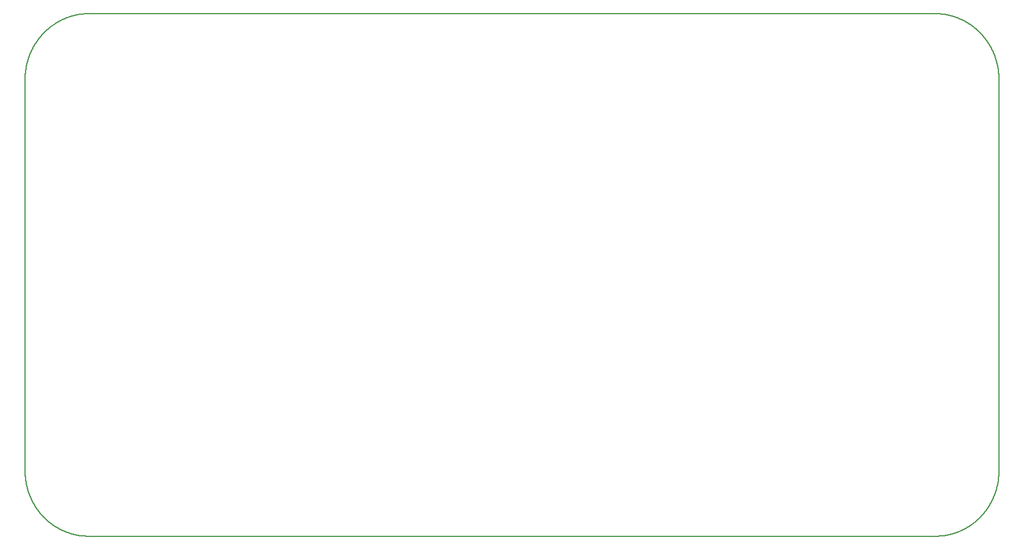
<source format=gm1>
G04 MADE WITH FRITZING*
G04 WWW.FRITZING.ORG*
G04 DOUBLE SIDED*
G04 HOLES PLATED*
G04 CONTOUR ON CENTER OF CONTOUR VECTOR*
%ASAXBY*%
%FSLAX23Y23*%
%MOIN*%
%OFA0B0*%
%SFA1.0B1.0*%
%ADD10C,0.008*%
%LNCONTOUR*%
G90*
G70*
G54D10*
X355Y3068D02*
X356Y3068D01*
X357Y3068D01*
X358Y3068D01*
X359Y3068D01*
X360Y3068D01*
X361Y3068D01*
X362Y3068D01*
X363Y3068D01*
X364Y3068D01*
X365Y3068D01*
X366Y3068D01*
X367Y3068D01*
X368Y3068D01*
X369Y3068D01*
X370Y3068D01*
X371Y3068D01*
X372Y3068D01*
X373Y3068D01*
X374Y3068D01*
X375Y3068D01*
X376Y3068D01*
X377Y3068D01*
X378Y3068D01*
X379Y3068D01*
X380Y3068D01*
X381Y3068D01*
X382Y3068D01*
X383Y3068D01*
X384Y3068D01*
X385Y3068D01*
X386Y3068D01*
X387Y3068D01*
X388Y3068D01*
X389Y3068D01*
X390Y3068D01*
X391Y3068D01*
X392Y3068D01*
X393Y3068D01*
X394Y3068D01*
X395Y3068D01*
X396Y3068D01*
X397Y3068D01*
X398Y3068D01*
X399Y3068D01*
X400Y3068D01*
X401Y3068D01*
X402Y3068D01*
X403Y3068D01*
X404Y3068D01*
X405Y3068D01*
X406Y3068D01*
X407Y3068D01*
X408Y3068D01*
X409Y3068D01*
X410Y3068D01*
X411Y3068D01*
X412Y3068D01*
X413Y3068D01*
X414Y3068D01*
X415Y3068D01*
X416Y3068D01*
X417Y3068D01*
X418Y3068D01*
X419Y3068D01*
X420Y3068D01*
X421Y3068D01*
X422Y3068D01*
X423Y3068D01*
X424Y3068D01*
X425Y3068D01*
X426Y3068D01*
X427Y3068D01*
X428Y3068D01*
X429Y3068D01*
X430Y3068D01*
X431Y3068D01*
X432Y3068D01*
X433Y3068D01*
X434Y3068D01*
X435Y3068D01*
X436Y3068D01*
X437Y3068D01*
X438Y3068D01*
X439Y3068D01*
X440Y3068D01*
X441Y3068D01*
X442Y3068D01*
X443Y3068D01*
X444Y3068D01*
X445Y3068D01*
X446Y3068D01*
X447Y3068D01*
X448Y3068D01*
X449Y3068D01*
X450Y3068D01*
X451Y3068D01*
X452Y3068D01*
X453Y3068D01*
X454Y3068D01*
X455Y3068D01*
X456Y3068D01*
X457Y3068D01*
X458Y3068D01*
X459Y3068D01*
X460Y3068D01*
X461Y3068D01*
X462Y3068D01*
X463Y3068D01*
X464Y3068D01*
X465Y3068D01*
X466Y3068D01*
X467Y3068D01*
X468Y3068D01*
X469Y3068D01*
X470Y3068D01*
X471Y3068D01*
X472Y3068D01*
X473Y3068D01*
X474Y3068D01*
X475Y3068D01*
X476Y3068D01*
X477Y3068D01*
X478Y3068D01*
X479Y3068D01*
X480Y3068D01*
X481Y3068D01*
X482Y3068D01*
X483Y3068D01*
X484Y3068D01*
X485Y3068D01*
X486Y3068D01*
X487Y3068D01*
X488Y3068D01*
X489Y3068D01*
X490Y3068D01*
X491Y3068D01*
X492Y3068D01*
X493Y3068D01*
X494Y3068D01*
X495Y3068D01*
X496Y3068D01*
X497Y3068D01*
X498Y3068D01*
X499Y3068D01*
X500Y3068D01*
X501Y3068D01*
X502Y3068D01*
X503Y3068D01*
X504Y3068D01*
X505Y3068D01*
X506Y3068D01*
X507Y3068D01*
X508Y3068D01*
X509Y3068D01*
X510Y3068D01*
X511Y3068D01*
X512Y3068D01*
X513Y3068D01*
X514Y3068D01*
X515Y3068D01*
X516Y3068D01*
X517Y3068D01*
X518Y3068D01*
X519Y3068D01*
X520Y3068D01*
X521Y3068D01*
X522Y3068D01*
X523Y3068D01*
X524Y3068D01*
X525Y3068D01*
X526Y3068D01*
X527Y3068D01*
X528Y3068D01*
X529Y3068D01*
X530Y3068D01*
X531Y3068D01*
X532Y3068D01*
X533Y3068D01*
X534Y3068D01*
X535Y3068D01*
X536Y3068D01*
X537Y3068D01*
X538Y3068D01*
X539Y3068D01*
X540Y3068D01*
X541Y3068D01*
X542Y3068D01*
X543Y3068D01*
X544Y3068D01*
X545Y3068D01*
X546Y3068D01*
X547Y3068D01*
X548Y3068D01*
X549Y3068D01*
X550Y3068D01*
X551Y3068D01*
X552Y3068D01*
X553Y3068D01*
X554Y3068D01*
X555Y3068D01*
X556Y3068D01*
X557Y3068D01*
X558Y3068D01*
X559Y3068D01*
X560Y3068D01*
X561Y3068D01*
X562Y3068D01*
X563Y3068D01*
X564Y3068D01*
X565Y3068D01*
X566Y3068D01*
X567Y3068D01*
X568Y3068D01*
X569Y3068D01*
X570Y3068D01*
X571Y3068D01*
X572Y3068D01*
X573Y3068D01*
X574Y3068D01*
X575Y3068D01*
X576Y3068D01*
X577Y3068D01*
X578Y3068D01*
X579Y3068D01*
X580Y3068D01*
X581Y3068D01*
X582Y3068D01*
X583Y3068D01*
X584Y3068D01*
X585Y3068D01*
X586Y3068D01*
X587Y3068D01*
X588Y3068D01*
X589Y3068D01*
X590Y3068D01*
X591Y3068D01*
X592Y3068D01*
X593Y3068D01*
X594Y3068D01*
X595Y3068D01*
X596Y3068D01*
X597Y3068D01*
X598Y3068D01*
X599Y3068D01*
X600Y3068D01*
X601Y3068D01*
X602Y3068D01*
X603Y3068D01*
X604Y3068D01*
X605Y3068D01*
X606Y3068D01*
X607Y3068D01*
X608Y3068D01*
X609Y3068D01*
X610Y3068D01*
X611Y3068D01*
X612Y3068D01*
X613Y3068D01*
X614Y3068D01*
X615Y3068D01*
X616Y3068D01*
X617Y3068D01*
X618Y3068D01*
X619Y3068D01*
X620Y3068D01*
X621Y3068D01*
X622Y3068D01*
X623Y3068D01*
X624Y3068D01*
X625Y3068D01*
X626Y3068D01*
X627Y3068D01*
X628Y3068D01*
X629Y3068D01*
X630Y3068D01*
X631Y3068D01*
X632Y3068D01*
X633Y3068D01*
X634Y3068D01*
X635Y3068D01*
X636Y3068D01*
X637Y3068D01*
X638Y3068D01*
X639Y3068D01*
X640Y3068D01*
X641Y3068D01*
X642Y3068D01*
X643Y3068D01*
X644Y3068D01*
X645Y3068D01*
X646Y3068D01*
X647Y3068D01*
X648Y3068D01*
X649Y3068D01*
X650Y3068D01*
X651Y3068D01*
X652Y3068D01*
X653Y3068D01*
X654Y3068D01*
X655Y3068D01*
X656Y3068D01*
X657Y3068D01*
X658Y3068D01*
X659Y3068D01*
X660Y3068D01*
X661Y3068D01*
X662Y3068D01*
X663Y3068D01*
X664Y3068D01*
X665Y3068D01*
X666Y3068D01*
X667Y3068D01*
X668Y3068D01*
X669Y3068D01*
X670Y3068D01*
X671Y3068D01*
X672Y3068D01*
X673Y3068D01*
X674Y3068D01*
X675Y3068D01*
X676Y3068D01*
X677Y3068D01*
X678Y3068D01*
X679Y3068D01*
X680Y3068D01*
X681Y3068D01*
X682Y3068D01*
X683Y3068D01*
X684Y3068D01*
X685Y3068D01*
X686Y3068D01*
X687Y3068D01*
X688Y3068D01*
X689Y3068D01*
X690Y3068D01*
X691Y3068D01*
X692Y3068D01*
X693Y3068D01*
X694Y3068D01*
X695Y3068D01*
X696Y3068D01*
X697Y3068D01*
X698Y3068D01*
X699Y3068D01*
X700Y3068D01*
X701Y3068D01*
X702Y3068D01*
X703Y3068D01*
X704Y3068D01*
X705Y3068D01*
X706Y3068D01*
X707Y3068D01*
X708Y3068D01*
X709Y3068D01*
X710Y3068D01*
X711Y3068D01*
X712Y3068D01*
X713Y3068D01*
X714Y3068D01*
X715Y3068D01*
X716Y3068D01*
X717Y3068D01*
X718Y3068D01*
X719Y3068D01*
X720Y3068D01*
X721Y3068D01*
X722Y3068D01*
X723Y3068D01*
X724Y3068D01*
X725Y3068D01*
X726Y3068D01*
X727Y3068D01*
X728Y3068D01*
X729Y3068D01*
X730Y3068D01*
X731Y3068D01*
X732Y3068D01*
X733Y3068D01*
X734Y3068D01*
X735Y3068D01*
X736Y3068D01*
X737Y3068D01*
X738Y3068D01*
X739Y3068D01*
X740Y3068D01*
X741Y3068D01*
X742Y3068D01*
X743Y3068D01*
X744Y3068D01*
X745Y3068D01*
X746Y3068D01*
X747Y3068D01*
X748Y3068D01*
X749Y3068D01*
X750Y3068D01*
X751Y3068D01*
X752Y3068D01*
X753Y3068D01*
X754Y3068D01*
X755Y3068D01*
X756Y3068D01*
X757Y3068D01*
X758Y3068D01*
X759Y3068D01*
X760Y3068D01*
X761Y3068D01*
X762Y3068D01*
X763Y3068D01*
X764Y3068D01*
X765Y3068D01*
X766Y3068D01*
X767Y3068D01*
X768Y3068D01*
X769Y3068D01*
X770Y3068D01*
X771Y3068D01*
X772Y3068D01*
X773Y3068D01*
X774Y3068D01*
X775Y3068D01*
X776Y3068D01*
X777Y3068D01*
X778Y3068D01*
X779Y3068D01*
X780Y3068D01*
X781Y3068D01*
X782Y3068D01*
X783Y3068D01*
X784Y3068D01*
X785Y3068D01*
X786Y3068D01*
X787Y3068D01*
X788Y3068D01*
X789Y3068D01*
X790Y3068D01*
X791Y3068D01*
X792Y3068D01*
X793Y3068D01*
X794Y3068D01*
X795Y3068D01*
X796Y3068D01*
X797Y3068D01*
X798Y3068D01*
X799Y3068D01*
X800Y3068D01*
X801Y3068D01*
X802Y3068D01*
X803Y3068D01*
X804Y3068D01*
X805Y3068D01*
X806Y3068D01*
X807Y3068D01*
X808Y3068D01*
X809Y3068D01*
X810Y3068D01*
X811Y3068D01*
X812Y3068D01*
X813Y3068D01*
X814Y3068D01*
X815Y3068D01*
X816Y3068D01*
X817Y3068D01*
X818Y3068D01*
X819Y3068D01*
X820Y3068D01*
X821Y3068D01*
X822Y3068D01*
X823Y3068D01*
X824Y3068D01*
X825Y3068D01*
X826Y3068D01*
X827Y3068D01*
X828Y3068D01*
X829Y3068D01*
X830Y3068D01*
X831Y3068D01*
X832Y3068D01*
X833Y3068D01*
X834Y3068D01*
X835Y3068D01*
X836Y3068D01*
X837Y3068D01*
X838Y3068D01*
X839Y3068D01*
X840Y3068D01*
X841Y3068D01*
X842Y3068D01*
X843Y3068D01*
X844Y3068D01*
X845Y3068D01*
X846Y3068D01*
X847Y3068D01*
X848Y3068D01*
X849Y3068D01*
X850Y3068D01*
X851Y3068D01*
X852Y3068D01*
X853Y3068D01*
X854Y3068D01*
X855Y3068D01*
X856Y3068D01*
X857Y3068D01*
X858Y3068D01*
X859Y3068D01*
X860Y3068D01*
X861Y3068D01*
X862Y3068D01*
X863Y3068D01*
X864Y3068D01*
X865Y3068D01*
X866Y3068D01*
X867Y3068D01*
X868Y3068D01*
X869Y3068D01*
X870Y3068D01*
X871Y3068D01*
X872Y3068D01*
X873Y3068D01*
X874Y3068D01*
X875Y3068D01*
X876Y3068D01*
X877Y3068D01*
X878Y3068D01*
X879Y3068D01*
X880Y3068D01*
X881Y3068D01*
X882Y3068D01*
X883Y3068D01*
X884Y3068D01*
X885Y3068D01*
X886Y3068D01*
X887Y3068D01*
X888Y3068D01*
X889Y3068D01*
X890Y3068D01*
X891Y3068D01*
X892Y3068D01*
X893Y3068D01*
X894Y3068D01*
X895Y3068D01*
X896Y3068D01*
X897Y3068D01*
X898Y3068D01*
X899Y3068D01*
X900Y3068D01*
X901Y3068D01*
X902Y3068D01*
X903Y3068D01*
X904Y3068D01*
X905Y3068D01*
X906Y3068D01*
X907Y3068D01*
X908Y3068D01*
X909Y3068D01*
X910Y3068D01*
X911Y3068D01*
X912Y3068D01*
X913Y3068D01*
X914Y3068D01*
X915Y3068D01*
X916Y3068D01*
X917Y3068D01*
X918Y3068D01*
X919Y3068D01*
X920Y3068D01*
X921Y3068D01*
X922Y3068D01*
X923Y3068D01*
X924Y3068D01*
X925Y3068D01*
X926Y3068D01*
X927Y3068D01*
X928Y3068D01*
X929Y3068D01*
X930Y3068D01*
X931Y3068D01*
X932Y3068D01*
X933Y3068D01*
X934Y3068D01*
X935Y3068D01*
X936Y3068D01*
X937Y3068D01*
X938Y3068D01*
X939Y3068D01*
X940Y3068D01*
X941Y3068D01*
X942Y3068D01*
X943Y3068D01*
X944Y3068D01*
X945Y3068D01*
X946Y3068D01*
X947Y3068D01*
X948Y3068D01*
X949Y3068D01*
X950Y3068D01*
X951Y3068D01*
X952Y3068D01*
X953Y3068D01*
X954Y3068D01*
X955Y3068D01*
X956Y3068D01*
X957Y3068D01*
X958Y3068D01*
X959Y3068D01*
X960Y3068D01*
X961Y3068D01*
X962Y3068D01*
X963Y3068D01*
X964Y3068D01*
X965Y3068D01*
X966Y3068D01*
X967Y3068D01*
X968Y3068D01*
X969Y3068D01*
X970Y3068D01*
X971Y3068D01*
X972Y3068D01*
X973Y3068D01*
X974Y3068D01*
X975Y3068D01*
X976Y3068D01*
X977Y3068D01*
X978Y3068D01*
X979Y3068D01*
X980Y3068D01*
X981Y3068D01*
X982Y3068D01*
X983Y3068D01*
X984Y3068D01*
X985Y3068D01*
X986Y3068D01*
X987Y3068D01*
X988Y3068D01*
X989Y3068D01*
X990Y3068D01*
X991Y3068D01*
X992Y3068D01*
X993Y3068D01*
X994Y3068D01*
X995Y3068D01*
X996Y3068D01*
X997Y3068D01*
X998Y3068D01*
X999Y3068D01*
X1000Y3068D01*
X1001Y3068D01*
X1002Y3068D01*
X1003Y3068D01*
X1004Y3068D01*
X1005Y3068D01*
X1006Y3068D01*
X1007Y3068D01*
X1008Y3068D01*
X1009Y3068D01*
X1010Y3068D01*
X1011Y3068D01*
X1012Y3068D01*
X1013Y3068D01*
X1014Y3068D01*
X1015Y3068D01*
X1016Y3068D01*
X1017Y3068D01*
X1018Y3068D01*
X1019Y3068D01*
X1020Y3068D01*
X1021Y3068D01*
X1022Y3068D01*
X1023Y3068D01*
X1024Y3068D01*
X1025Y3068D01*
X1026Y3068D01*
X1027Y3068D01*
X1028Y3068D01*
X1029Y3068D01*
X1030Y3068D01*
X1031Y3068D01*
X1032Y3068D01*
X1033Y3068D01*
X1034Y3068D01*
X1035Y3068D01*
X1036Y3068D01*
X1037Y3068D01*
X1038Y3068D01*
X1039Y3068D01*
X1040Y3068D01*
X1041Y3068D01*
X1042Y3068D01*
X1043Y3068D01*
X1044Y3068D01*
X1045Y3068D01*
X1046Y3068D01*
X1047Y3068D01*
X1048Y3068D01*
X1049Y3068D01*
X1050Y3068D01*
X1051Y3068D01*
X1052Y3068D01*
X1053Y3068D01*
X1054Y3068D01*
X1055Y3068D01*
X1056Y3068D01*
X1057Y3068D01*
X1058Y3068D01*
X1059Y3068D01*
X1060Y3068D01*
X1061Y3068D01*
X1062Y3068D01*
X1063Y3068D01*
X1064Y3068D01*
X1065Y3068D01*
X1066Y3068D01*
X1067Y3068D01*
X1068Y3068D01*
X1069Y3068D01*
X1070Y3068D01*
X1071Y3068D01*
X1072Y3068D01*
X1073Y3068D01*
X1074Y3068D01*
X1075Y3068D01*
X1076Y3068D01*
X1077Y3068D01*
X1078Y3068D01*
X1079Y3068D01*
X1080Y3068D01*
X1081Y3068D01*
X1082Y3068D01*
X1083Y3068D01*
X1084Y3068D01*
X1085Y3068D01*
X1086Y3068D01*
X1087Y3068D01*
X1088Y3068D01*
X1089Y3068D01*
X1090Y3068D01*
X1091Y3068D01*
X1092Y3068D01*
X1093Y3068D01*
X1094Y3068D01*
X1095Y3068D01*
X1096Y3068D01*
X1097Y3068D01*
X1098Y3068D01*
X1099Y3068D01*
X1100Y3068D01*
X1101Y3068D01*
X1102Y3068D01*
X1103Y3068D01*
X1104Y3068D01*
X1105Y3068D01*
X1106Y3068D01*
X1107Y3068D01*
X1108Y3068D01*
X1109Y3068D01*
X1110Y3068D01*
X1111Y3068D01*
X1112Y3068D01*
X1113Y3068D01*
X1114Y3068D01*
X1115Y3068D01*
X1116Y3068D01*
X1117Y3068D01*
X1118Y3068D01*
X1119Y3068D01*
X1120Y3068D01*
X1121Y3068D01*
X1122Y3068D01*
X1123Y3068D01*
X1124Y3068D01*
X1125Y3068D01*
X1126Y3068D01*
X1127Y3068D01*
X1128Y3068D01*
X1129Y3068D01*
X1130Y3068D01*
X1131Y3068D01*
X1132Y3068D01*
X1133Y3068D01*
X1134Y3068D01*
X1135Y3068D01*
X1136Y3068D01*
X1137Y3068D01*
X1138Y3068D01*
X1139Y3068D01*
X1140Y3068D01*
X1141Y3068D01*
X1142Y3068D01*
X1143Y3068D01*
X1144Y3068D01*
X1145Y3068D01*
X1146Y3068D01*
X1147Y3068D01*
X1148Y3068D01*
X1149Y3068D01*
X1150Y3068D01*
X1151Y3068D01*
X1152Y3068D01*
X1153Y3068D01*
X1154Y3068D01*
X1155Y3068D01*
X1156Y3068D01*
X1157Y3068D01*
X1158Y3068D01*
X1159Y3068D01*
X1160Y3068D01*
X1161Y3068D01*
X1162Y3068D01*
X1163Y3068D01*
X1164Y3068D01*
X1165Y3068D01*
X1166Y3068D01*
X1167Y3068D01*
X1168Y3068D01*
X1169Y3068D01*
X1170Y3068D01*
X1171Y3068D01*
X1172Y3068D01*
X1173Y3068D01*
X1174Y3068D01*
X1175Y3068D01*
X1176Y3068D01*
X1177Y3068D01*
X1178Y3068D01*
X1179Y3068D01*
X1180Y3068D01*
X1181Y3068D01*
X1182Y3068D01*
X1183Y3068D01*
X1184Y3068D01*
X1185Y3068D01*
X1186Y3068D01*
X1187Y3068D01*
X1188Y3068D01*
X1189Y3068D01*
X1190Y3068D01*
X1191Y3068D01*
X1192Y3068D01*
X1193Y3068D01*
X1194Y3068D01*
X1195Y3068D01*
X1196Y3068D01*
X1197Y3068D01*
X1198Y3068D01*
X1199Y3068D01*
X1200Y3068D01*
X1201Y3068D01*
X1202Y3068D01*
X1203Y3068D01*
X1204Y3068D01*
X1205Y3068D01*
X1206Y3068D01*
X1207Y3068D01*
X1208Y3068D01*
X1209Y3068D01*
X1210Y3068D01*
X1211Y3068D01*
X1212Y3068D01*
X1213Y3068D01*
X1214Y3068D01*
X1215Y3068D01*
X1216Y3068D01*
X1217Y3068D01*
X1218Y3068D01*
X1219Y3068D01*
X1220Y3068D01*
X1221Y3068D01*
X1222Y3068D01*
X1223Y3068D01*
X1224Y3068D01*
X1225Y3068D01*
X1226Y3068D01*
X1227Y3068D01*
X1228Y3068D01*
X1229Y3068D01*
X1230Y3068D01*
X1231Y3068D01*
X1232Y3068D01*
X1233Y3068D01*
X1234Y3068D01*
X1235Y3068D01*
X1236Y3068D01*
X1237Y3068D01*
X1238Y3068D01*
X1239Y3068D01*
X1240Y3068D01*
X1241Y3068D01*
X1242Y3068D01*
X1243Y3068D01*
X1244Y3068D01*
X1245Y3068D01*
X1246Y3068D01*
X1247Y3068D01*
X1248Y3068D01*
X1249Y3068D01*
X1250Y3068D01*
X1251Y3068D01*
X1252Y3068D01*
X1253Y3068D01*
X1254Y3068D01*
X1255Y3068D01*
X1256Y3068D01*
X1257Y3068D01*
X1258Y3068D01*
X1259Y3068D01*
X1260Y3068D01*
X1261Y3068D01*
X1262Y3068D01*
X1263Y3068D01*
X1264Y3068D01*
X1265Y3068D01*
X1266Y3068D01*
X1267Y3068D01*
X1268Y3068D01*
X1269Y3068D01*
X1270Y3068D01*
X1271Y3068D01*
X1272Y3068D01*
X1273Y3068D01*
X1274Y3068D01*
X1275Y3068D01*
X1276Y3068D01*
X1277Y3068D01*
X1278Y3068D01*
X1279Y3068D01*
X1280Y3068D01*
X1281Y3068D01*
X1282Y3068D01*
X1283Y3068D01*
X1284Y3068D01*
X1285Y3068D01*
X1286Y3068D01*
X1287Y3068D01*
X1288Y3068D01*
X1289Y3068D01*
X1290Y3068D01*
X1291Y3068D01*
X1292Y3068D01*
X1293Y3068D01*
X1294Y3068D01*
X1295Y3068D01*
X1296Y3068D01*
X1297Y3068D01*
X1298Y3068D01*
X1299Y3068D01*
X1300Y3068D01*
X1301Y3068D01*
X1302Y3068D01*
X1303Y3068D01*
X1304Y3068D01*
X1305Y3068D01*
X1306Y3068D01*
X1307Y3068D01*
X1308Y3068D01*
X1309Y3068D01*
X1310Y3068D01*
X1311Y3068D01*
X1312Y3068D01*
X1313Y3068D01*
X1314Y3068D01*
X1315Y3068D01*
X1316Y3068D01*
X1317Y3068D01*
X1318Y3068D01*
X1319Y3068D01*
X1320Y3068D01*
X1321Y3068D01*
X1322Y3068D01*
X1323Y3068D01*
X1324Y3068D01*
X1325Y3068D01*
X1326Y3068D01*
X1327Y3068D01*
X1328Y3068D01*
X1329Y3068D01*
X1330Y3068D01*
X1331Y3068D01*
X1332Y3068D01*
X1333Y3068D01*
X1334Y3068D01*
X1335Y3068D01*
X1336Y3068D01*
X1337Y3068D01*
X1338Y3068D01*
X1339Y3068D01*
X1340Y3068D01*
X1341Y3068D01*
X1342Y3068D01*
X1343Y3068D01*
X1344Y3068D01*
X1345Y3068D01*
X1346Y3068D01*
X1347Y3068D01*
X1348Y3068D01*
X1349Y3068D01*
X1350Y3068D01*
X1351Y3068D01*
X1352Y3068D01*
X1353Y3068D01*
X1354Y3068D01*
X1355Y3068D01*
X1356Y3068D01*
X1357Y3068D01*
X1358Y3068D01*
X1359Y3068D01*
X1360Y3068D01*
X1361Y3068D01*
X1362Y3068D01*
X1363Y3068D01*
X1364Y3068D01*
X1365Y3068D01*
X1366Y3068D01*
X1367Y3068D01*
X1368Y3068D01*
X1369Y3068D01*
X1370Y3068D01*
X1371Y3068D01*
X1372Y3068D01*
X1373Y3068D01*
X1374Y3068D01*
X1375Y3068D01*
X1376Y3068D01*
X1377Y3068D01*
X1378Y3068D01*
X1379Y3068D01*
X1380Y3068D01*
X1381Y3068D01*
X1382Y3068D01*
X1383Y3068D01*
X1384Y3068D01*
X1385Y3068D01*
X1386Y3068D01*
X1387Y3068D01*
X1388Y3068D01*
X1389Y3068D01*
X1390Y3068D01*
X1391Y3068D01*
X1392Y3068D01*
X1393Y3068D01*
X1394Y3068D01*
X1395Y3068D01*
X1396Y3068D01*
X1397Y3068D01*
X1398Y3068D01*
X1399Y3068D01*
X1400Y3068D01*
X1401Y3068D01*
X1402Y3068D01*
X1403Y3068D01*
X1404Y3068D01*
X1405Y3068D01*
X1406Y3068D01*
X1407Y3068D01*
X1408Y3068D01*
X1409Y3068D01*
X1410Y3068D01*
X1411Y3068D01*
X1412Y3068D01*
X1413Y3068D01*
X1414Y3068D01*
X1415Y3068D01*
X1416Y3068D01*
X1417Y3068D01*
X1418Y3068D01*
X1419Y3068D01*
X1420Y3068D01*
X1421Y3068D01*
X1422Y3068D01*
X1423Y3068D01*
X1424Y3068D01*
X1425Y3068D01*
X1426Y3068D01*
X1427Y3068D01*
X1428Y3068D01*
X1429Y3068D01*
X1430Y3068D01*
X1431Y3068D01*
X1432Y3068D01*
X1433Y3068D01*
X1434Y3068D01*
X1435Y3068D01*
X1436Y3068D01*
X1437Y3068D01*
X1438Y3068D01*
X1439Y3068D01*
X1440Y3068D01*
X1441Y3068D01*
X1442Y3068D01*
X1443Y3068D01*
X1444Y3068D01*
X1445Y3068D01*
X1446Y3068D01*
X1447Y3068D01*
X1448Y3068D01*
X1449Y3068D01*
X1450Y3068D01*
X1451Y3068D01*
X1452Y3068D01*
X1453Y3068D01*
X1454Y3068D01*
X1455Y3068D01*
X1456Y3068D01*
X1457Y3068D01*
X1458Y3068D01*
X1459Y3068D01*
X1460Y3068D01*
X1461Y3068D01*
X1462Y3068D01*
X1463Y3068D01*
X1464Y3068D01*
X1465Y3068D01*
X1466Y3068D01*
X1467Y3068D01*
X1468Y3068D01*
X1469Y3068D01*
X1470Y3068D01*
X1471Y3068D01*
X1472Y3068D01*
X1473Y3068D01*
X1474Y3068D01*
X1475Y3068D01*
X1476Y3068D01*
X1477Y3068D01*
X1478Y3068D01*
X1479Y3068D01*
X1480Y3068D01*
X1481Y3068D01*
X1482Y3068D01*
X1483Y3068D01*
X1484Y3068D01*
X1485Y3068D01*
X1486Y3068D01*
X1487Y3068D01*
X1488Y3068D01*
X1489Y3068D01*
X1490Y3068D01*
X1491Y3068D01*
X1492Y3068D01*
X1493Y3068D01*
X1494Y3068D01*
X1495Y3068D01*
X1496Y3068D01*
X1497Y3068D01*
X1498Y3068D01*
X1499Y3068D01*
X1500Y3068D01*
X1501Y3068D01*
X1502Y3068D01*
X1503Y3068D01*
X1504Y3068D01*
X1505Y3068D01*
X1506Y3068D01*
X1507Y3068D01*
X1508Y3068D01*
X1509Y3068D01*
X1510Y3068D01*
X1511Y3068D01*
X1512Y3068D01*
X1513Y3068D01*
X1514Y3068D01*
X1515Y3068D01*
X1516Y3068D01*
X1517Y3068D01*
X1518Y3068D01*
X1519Y3068D01*
X1520Y3068D01*
X1521Y3068D01*
X1522Y3068D01*
X1523Y3068D01*
X1524Y3068D01*
X1525Y3068D01*
X1526Y3068D01*
X1527Y3068D01*
X1528Y3068D01*
X1529Y3068D01*
X1530Y3068D01*
X1531Y3068D01*
X1532Y3068D01*
X1533Y3068D01*
X1534Y3068D01*
X1535Y3068D01*
X1536Y3068D01*
X1537Y3068D01*
X1538Y3068D01*
X1539Y3068D01*
X1540Y3068D01*
X1541Y3068D01*
X1542Y3068D01*
X1543Y3068D01*
X1544Y3068D01*
X1545Y3068D01*
X1546Y3068D01*
X1547Y3068D01*
X1548Y3068D01*
X1549Y3068D01*
X1550Y3068D01*
X1551Y3068D01*
X1552Y3068D01*
X1553Y3068D01*
X1554Y3068D01*
X1555Y3068D01*
X1556Y3068D01*
X1557Y3068D01*
X1558Y3068D01*
X1559Y3068D01*
X1560Y3068D01*
X1561Y3068D01*
X1562Y3068D01*
X1563Y3068D01*
X1564Y3068D01*
X1565Y3068D01*
X1566Y3068D01*
X1567Y3068D01*
X1568Y3068D01*
X1569Y3068D01*
X1570Y3068D01*
X1571Y3068D01*
X1572Y3068D01*
X1573Y3068D01*
X1574Y3068D01*
X1575Y3068D01*
X1576Y3068D01*
X1577Y3068D01*
X1578Y3068D01*
X1579Y3068D01*
X1580Y3068D01*
X1581Y3068D01*
X1582Y3068D01*
X1583Y3068D01*
X1584Y3068D01*
X1585Y3068D01*
X1586Y3068D01*
X1587Y3068D01*
X1588Y3068D01*
X1589Y3068D01*
X1590Y3068D01*
X1591Y3068D01*
X1592Y3068D01*
X1593Y3068D01*
X1594Y3068D01*
X1595Y3068D01*
X1596Y3068D01*
X1597Y3068D01*
X1598Y3068D01*
X1599Y3068D01*
X1600Y3068D01*
X1601Y3068D01*
X1602Y3068D01*
X1603Y3068D01*
X1604Y3068D01*
X1605Y3068D01*
X1606Y3068D01*
X1607Y3068D01*
X1608Y3068D01*
X1609Y3068D01*
X1610Y3068D01*
X1611Y3068D01*
X1612Y3068D01*
X1613Y3068D01*
X1614Y3068D01*
X1615Y3068D01*
X1616Y3068D01*
X1617Y3068D01*
X1618Y3068D01*
X1619Y3068D01*
X1620Y3068D01*
X1621Y3068D01*
X1622Y3068D01*
X1623Y3068D01*
X1624Y3068D01*
X1625Y3068D01*
X1626Y3068D01*
X1627Y3068D01*
X1628Y3068D01*
X1629Y3068D01*
X1630Y3068D01*
X1631Y3068D01*
X1632Y3068D01*
X1633Y3068D01*
X1634Y3068D01*
X1635Y3068D01*
X1636Y3068D01*
X1637Y3068D01*
X1638Y3068D01*
X1639Y3068D01*
X1640Y3068D01*
X1641Y3068D01*
X1642Y3068D01*
X1643Y3068D01*
X1644Y3068D01*
X1645Y3068D01*
X1646Y3068D01*
X1647Y3068D01*
X1648Y3068D01*
X1649Y3068D01*
X1650Y3068D01*
X1651Y3068D01*
X1652Y3068D01*
X1653Y3068D01*
X1654Y3068D01*
X1655Y3068D01*
X1656Y3068D01*
X1657Y3068D01*
X1658Y3068D01*
X1659Y3068D01*
X1660Y3068D01*
X1661Y3068D01*
X1662Y3068D01*
X1663Y3068D01*
X1664Y3068D01*
X1665Y3068D01*
X1666Y3068D01*
X1667Y3068D01*
X1668Y3068D01*
X1669Y3068D01*
X1670Y3068D01*
X1671Y3068D01*
X1672Y3068D01*
X1673Y3068D01*
X1674Y3068D01*
X1675Y3068D01*
X1676Y3068D01*
X1677Y3068D01*
X1678Y3068D01*
X1679Y3068D01*
X1680Y3068D01*
X1681Y3068D01*
X1682Y3068D01*
X1683Y3068D01*
X1684Y3068D01*
X1685Y3068D01*
X1686Y3068D01*
X1687Y3068D01*
X1688Y3068D01*
X1689Y3068D01*
X1690Y3068D01*
X1691Y3068D01*
X1692Y3068D01*
X1693Y3068D01*
X1694Y3068D01*
X1695Y3068D01*
X1696Y3068D01*
X1697Y3068D01*
X1698Y3068D01*
X1699Y3068D01*
X1700Y3068D01*
X1701Y3068D01*
X1702Y3068D01*
X1703Y3068D01*
X1704Y3068D01*
X1705Y3068D01*
X1706Y3068D01*
X1707Y3068D01*
X1708Y3068D01*
X1709Y3068D01*
X1710Y3068D01*
X1711Y3068D01*
X1712Y3068D01*
X1713Y3068D01*
X1714Y3068D01*
X1715Y3068D01*
X1716Y3068D01*
X1717Y3068D01*
X1718Y3068D01*
X1719Y3068D01*
X1720Y3068D01*
X1721Y3068D01*
X1722Y3068D01*
X1723Y3068D01*
X1724Y3068D01*
X1725Y3068D01*
X1726Y3068D01*
X1727Y3068D01*
X1728Y3068D01*
X1729Y3068D01*
X1730Y3068D01*
X1731Y3068D01*
X1732Y3068D01*
X1733Y3068D01*
X1734Y3068D01*
X1735Y3068D01*
X1736Y3068D01*
X1737Y3068D01*
X1738Y3068D01*
X1739Y3068D01*
X1740Y3068D01*
X1741Y3068D01*
X1742Y3068D01*
X1743Y3068D01*
X1744Y3068D01*
X1745Y3068D01*
X1746Y3068D01*
X1747Y3068D01*
X1748Y3068D01*
X1749Y3068D01*
X1750Y3068D01*
X1751Y3068D01*
X1752Y3068D01*
X1753Y3068D01*
X1754Y3068D01*
X1755Y3068D01*
X1756Y3068D01*
X1757Y3068D01*
X1758Y3068D01*
X1759Y3068D01*
X1760Y3068D01*
X1761Y3068D01*
X1762Y3068D01*
X1763Y3068D01*
X1764Y3068D01*
X1765Y3068D01*
X1766Y3068D01*
X1767Y3068D01*
X1768Y3068D01*
X1769Y3068D01*
X1770Y3068D01*
X1771Y3068D01*
X1772Y3068D01*
X1773Y3068D01*
X1774Y3068D01*
X1775Y3068D01*
X1776Y3068D01*
X1777Y3068D01*
X1778Y3068D01*
X1779Y3068D01*
X1780Y3068D01*
X1781Y3068D01*
X1782Y3068D01*
X1783Y3068D01*
X1784Y3068D01*
X1785Y3068D01*
X1786Y3068D01*
X1787Y3068D01*
X1788Y3068D01*
X1789Y3068D01*
X1790Y3068D01*
X1791Y3068D01*
X1792Y3068D01*
X1793Y3068D01*
X1794Y3068D01*
X1795Y3068D01*
X1796Y3068D01*
X1797Y3068D01*
X1798Y3068D01*
X1799Y3068D01*
X1800Y3068D01*
X1801Y3068D01*
X1802Y3068D01*
X1803Y3068D01*
X1804Y3068D01*
X1805Y3068D01*
X1806Y3068D01*
X1807Y3068D01*
X1808Y3068D01*
X1809Y3068D01*
X1810Y3068D01*
X1811Y3068D01*
X1812Y3068D01*
X1813Y3068D01*
X1814Y3068D01*
X1815Y3068D01*
X1816Y3068D01*
X1817Y3068D01*
X1818Y3068D01*
X1819Y3068D01*
X1820Y3068D01*
X1821Y3068D01*
X1822Y3068D01*
X1823Y3068D01*
X1824Y3068D01*
X1825Y3068D01*
X1826Y3068D01*
X1827Y3068D01*
X1828Y3068D01*
X1829Y3068D01*
X1830Y3068D01*
X1831Y3068D01*
X1832Y3068D01*
X1833Y3068D01*
X1834Y3068D01*
X1835Y3068D01*
X1836Y3068D01*
X1837Y3068D01*
X1838Y3068D01*
X1839Y3068D01*
X1840Y3068D01*
X1841Y3068D01*
X1842Y3068D01*
X1843Y3068D01*
X1844Y3068D01*
X1845Y3068D01*
X1846Y3068D01*
X1847Y3068D01*
X1848Y3068D01*
X1849Y3068D01*
X1850Y3068D01*
X1851Y3068D01*
X1852Y3068D01*
X1853Y3068D01*
X1854Y3068D01*
X1855Y3068D01*
X1856Y3068D01*
X1857Y3068D01*
X1858Y3068D01*
X1859Y3068D01*
X1860Y3068D01*
X1861Y3068D01*
X1862Y3068D01*
X1863Y3068D01*
X1864Y3068D01*
X1865Y3068D01*
X1866Y3068D01*
X1867Y3068D01*
X1868Y3068D01*
X1869Y3068D01*
X1870Y3068D01*
X1871Y3068D01*
X1872Y3068D01*
X1873Y3068D01*
X1874Y3068D01*
X1875Y3068D01*
X1876Y3068D01*
X1877Y3068D01*
X1878Y3068D01*
X1879Y3068D01*
X1880Y3068D01*
X1881Y3068D01*
X1882Y3068D01*
X1883Y3068D01*
X1884Y3068D01*
X1885Y3068D01*
X1886Y3068D01*
X1887Y3068D01*
X1888Y3068D01*
X1889Y3068D01*
X1890Y3068D01*
X1891Y3068D01*
X1892Y3068D01*
X1893Y3068D01*
X1894Y3068D01*
X1895Y3068D01*
X1896Y3068D01*
X1897Y3068D01*
X1898Y3068D01*
X1899Y3068D01*
X1900Y3068D01*
X1901Y3068D01*
X1902Y3068D01*
X1903Y3068D01*
X1904Y3068D01*
X1905Y3068D01*
X1906Y3068D01*
X1907Y3068D01*
X1908Y3068D01*
X1909Y3068D01*
X1910Y3068D01*
X1911Y3068D01*
X1912Y3068D01*
X1913Y3068D01*
X1914Y3068D01*
X1915Y3068D01*
X1916Y3068D01*
X1917Y3068D01*
X1918Y3068D01*
X1919Y3068D01*
X1920Y3068D01*
X1921Y3068D01*
X1922Y3068D01*
X1923Y3068D01*
X1924Y3068D01*
X1925Y3068D01*
X1926Y3068D01*
X1927Y3068D01*
X1928Y3068D01*
X1929Y3068D01*
X1930Y3068D01*
X1931Y3068D01*
X1932Y3068D01*
X1933Y3068D01*
X1934Y3068D01*
X1935Y3068D01*
X1936Y3068D01*
X1937Y3068D01*
X1938Y3068D01*
X1939Y3068D01*
X1940Y3068D01*
X1941Y3068D01*
X1942Y3068D01*
X1943Y3068D01*
X1944Y3068D01*
X1945Y3068D01*
X1946Y3068D01*
X1947Y3068D01*
X1948Y3068D01*
X1949Y3068D01*
X1950Y3068D01*
X1951Y3068D01*
X1952Y3068D01*
X1953Y3068D01*
X1954Y3068D01*
X1955Y3068D01*
X1956Y3068D01*
X1957Y3068D01*
X1958Y3068D01*
X1959Y3068D01*
X1960Y3068D01*
X1961Y3068D01*
X1962Y3068D01*
X1963Y3068D01*
X1964Y3068D01*
X1965Y3068D01*
X1966Y3068D01*
X1967Y3068D01*
X1968Y3068D01*
X1969Y3068D01*
X1970Y3068D01*
X1971Y3068D01*
X1972Y3068D01*
X1973Y3068D01*
X1974Y3068D01*
X1975Y3068D01*
X1976Y3068D01*
X1977Y3068D01*
X1978Y3068D01*
X1979Y3068D01*
X1980Y3068D01*
X1981Y3068D01*
X1982Y3068D01*
X1983Y3068D01*
X1984Y3068D01*
X1985Y3068D01*
X1986Y3068D01*
X1987Y3068D01*
X1988Y3068D01*
X1989Y3068D01*
X1990Y3068D01*
X1991Y3068D01*
X1992Y3068D01*
X1993Y3068D01*
X1994Y3068D01*
X1995Y3068D01*
X1996Y3068D01*
X1997Y3068D01*
X1998Y3068D01*
X1999Y3068D01*
X2000Y3068D01*
X2001Y3068D01*
X2002Y3068D01*
X2003Y3068D01*
X2004Y3068D01*
X2005Y3068D01*
X2006Y3068D01*
X2007Y3068D01*
X2008Y3068D01*
X2009Y3068D01*
X2010Y3068D01*
X2011Y3068D01*
X2012Y3068D01*
X2013Y3068D01*
X2014Y3068D01*
X2015Y3068D01*
X2016Y3068D01*
X2017Y3068D01*
X2018Y3068D01*
X2019Y3068D01*
X2020Y3068D01*
X2021Y3068D01*
X2022Y3068D01*
X2023Y3068D01*
X2024Y3068D01*
X2025Y3068D01*
X2026Y3068D01*
X2027Y3068D01*
X2028Y3068D01*
X2029Y3068D01*
X2030Y3068D01*
X2031Y3068D01*
X2032Y3068D01*
X2033Y3068D01*
X2034Y3068D01*
X2035Y3068D01*
X2036Y3068D01*
X2037Y3068D01*
X2038Y3068D01*
X2039Y3068D01*
X2040Y3068D01*
X2041Y3068D01*
X2042Y3068D01*
X2043Y3068D01*
X2044Y3068D01*
X2045Y3068D01*
X2046Y3068D01*
X2047Y3068D01*
X2048Y3068D01*
X2049Y3068D01*
X2050Y3068D01*
X2051Y3068D01*
X2052Y3068D01*
X2053Y3068D01*
X2054Y3068D01*
X2055Y3068D01*
X2056Y3068D01*
X2057Y3068D01*
X2058Y3068D01*
X2059Y3068D01*
X2060Y3068D01*
X2061Y3068D01*
X2062Y3068D01*
X2063Y3068D01*
X2064Y3068D01*
X2065Y3068D01*
X2066Y3068D01*
X2067Y3068D01*
X2068Y3068D01*
X2069Y3068D01*
X2070Y3068D01*
X2071Y3068D01*
X2072Y3068D01*
X2073Y3068D01*
X2074Y3068D01*
X2075Y3068D01*
X2076Y3068D01*
X2077Y3068D01*
X2078Y3068D01*
X2079Y3068D01*
X2080Y3068D01*
X2081Y3068D01*
X2082Y3068D01*
X2083Y3068D01*
X2084Y3068D01*
X2085Y3068D01*
X2086Y3068D01*
X2087Y3068D01*
X2088Y3068D01*
X2089Y3068D01*
X2090Y3068D01*
X2091Y3068D01*
X2092Y3068D01*
X2093Y3068D01*
X2094Y3068D01*
X2095Y3068D01*
X2096Y3068D01*
X2097Y3068D01*
X2098Y3068D01*
X2099Y3068D01*
X2100Y3068D01*
X2101Y3068D01*
X2102Y3068D01*
X2103Y3068D01*
X2104Y3068D01*
X2105Y3068D01*
X2106Y3068D01*
X2107Y3068D01*
X2108Y3068D01*
X2109Y3068D01*
X2110Y3068D01*
X2111Y3068D01*
X2112Y3068D01*
X2113Y3068D01*
X2114Y3068D01*
X2115Y3068D01*
X2116Y3068D01*
X2117Y3068D01*
X2118Y3068D01*
X2119Y3068D01*
X2120Y3068D01*
X2121Y3068D01*
X2122Y3068D01*
X2123Y3068D01*
X2124Y3068D01*
X2125Y3068D01*
X2126Y3068D01*
X2127Y3068D01*
X2128Y3068D01*
X2129Y3068D01*
X2130Y3068D01*
X2131Y3068D01*
X2132Y3068D01*
X2133Y3068D01*
X2134Y3068D01*
X2135Y3068D01*
X2136Y3068D01*
X2137Y3068D01*
X2138Y3068D01*
X2139Y3068D01*
X2140Y3068D01*
X2141Y3068D01*
X2142Y3068D01*
X2143Y3068D01*
X2144Y3068D01*
X2145Y3068D01*
X2146Y3068D01*
X2147Y3068D01*
X2148Y3068D01*
X2149Y3068D01*
X2150Y3068D01*
X2151Y3068D01*
X2152Y3068D01*
X2153Y3068D01*
X2154Y3068D01*
X2155Y3068D01*
X2156Y3068D01*
X2157Y3068D01*
X2158Y3068D01*
X2159Y3068D01*
X2160Y3068D01*
X2161Y3068D01*
X2162Y3068D01*
X2163Y3068D01*
X2164Y3068D01*
X2165Y3068D01*
X2166Y3068D01*
X2167Y3068D01*
X2168Y3068D01*
X2169Y3068D01*
X2170Y3068D01*
X2171Y3068D01*
X2172Y3068D01*
X2173Y3068D01*
X2174Y3068D01*
X2175Y3068D01*
X2176Y3068D01*
X2177Y3068D01*
X2178Y3068D01*
X2179Y3068D01*
X2180Y3068D01*
X2181Y3068D01*
X2182Y3068D01*
X2183Y3068D01*
X2184Y3068D01*
X2185Y3068D01*
X2186Y3068D01*
X2187Y3068D01*
X2188Y3068D01*
X2189Y3068D01*
X2190Y3068D01*
X2191Y3068D01*
X2192Y3068D01*
X2193Y3068D01*
X2194Y3068D01*
X2195Y3068D01*
X2196Y3068D01*
X2197Y3068D01*
X2198Y3068D01*
X2199Y3068D01*
X2200Y3068D01*
X2201Y3068D01*
X2202Y3068D01*
X2203Y3068D01*
X2204Y3068D01*
X2205Y3068D01*
X2206Y3068D01*
X2207Y3068D01*
X2208Y3068D01*
X2209Y3068D01*
X2210Y3068D01*
X2211Y3068D01*
X2212Y3068D01*
X2213Y3068D01*
X2214Y3068D01*
X2215Y3068D01*
X2216Y3068D01*
X2217Y3068D01*
X2218Y3068D01*
X2219Y3068D01*
X2220Y3068D01*
X2221Y3068D01*
X2222Y3068D01*
X2223Y3068D01*
X2224Y3068D01*
X2225Y3068D01*
X2226Y3068D01*
X2227Y3068D01*
X2228Y3068D01*
X2229Y3068D01*
X2230Y3068D01*
X2231Y3068D01*
X2232Y3068D01*
X2233Y3068D01*
X2234Y3068D01*
X2235Y3068D01*
X2236Y3068D01*
X2237Y3068D01*
X2238Y3068D01*
X2239Y3068D01*
X2240Y3068D01*
X2241Y3068D01*
X2242Y3068D01*
X2243Y3068D01*
X2244Y3068D01*
X2245Y3068D01*
X2246Y3068D01*
X2247Y3068D01*
X2248Y3068D01*
X2249Y3068D01*
X2250Y3068D01*
X2251Y3068D01*
X2252Y3068D01*
X2253Y3068D01*
X2254Y3068D01*
X2255Y3068D01*
X2256Y3068D01*
X2257Y3068D01*
X2258Y3068D01*
X2259Y3068D01*
X2260Y3068D01*
X2261Y3068D01*
X2262Y3068D01*
X2263Y3068D01*
X2264Y3068D01*
X2265Y3068D01*
X2266Y3068D01*
X2267Y3068D01*
X2268Y3068D01*
X2269Y3068D01*
X2270Y3068D01*
X2271Y3068D01*
X2272Y3068D01*
X2273Y3068D01*
X2274Y3068D01*
X2275Y3068D01*
X2276Y3068D01*
X2277Y3068D01*
X2278Y3068D01*
X2279Y3068D01*
X2280Y3068D01*
X2281Y3068D01*
X2282Y3068D01*
X2283Y3068D01*
X2284Y3068D01*
X2285Y3068D01*
X2286Y3068D01*
X2287Y3068D01*
X2288Y3068D01*
X2289Y3068D01*
X2290Y3068D01*
X2291Y3068D01*
X2292Y3068D01*
X2293Y3068D01*
X2294Y3068D01*
X2295Y3068D01*
X2296Y3068D01*
X2297Y3068D01*
X2298Y3068D01*
X2299Y3068D01*
X2300Y3068D01*
X2301Y3068D01*
X2302Y3068D01*
X2303Y3068D01*
X2304Y3068D01*
X2305Y3068D01*
X2306Y3068D01*
X2307Y3068D01*
X2308Y3068D01*
X2309Y3068D01*
X2310Y3068D01*
X2311Y3068D01*
X2312Y3068D01*
X2313Y3068D01*
X2314Y3068D01*
X2315Y3068D01*
X2316Y3068D01*
X2317Y3068D01*
X2318Y3068D01*
X2319Y3068D01*
X2320Y3068D01*
X2321Y3068D01*
X2322Y3068D01*
X2323Y3068D01*
X2324Y3068D01*
X2325Y3068D01*
X2326Y3068D01*
X2327Y3068D01*
X2328Y3068D01*
X2329Y3068D01*
X2330Y3068D01*
X2331Y3068D01*
X2332Y3068D01*
X2333Y3068D01*
X2334Y3068D01*
X2335Y3068D01*
X2336Y3068D01*
X2337Y3068D01*
X2338Y3068D01*
X2339Y3068D01*
X2340Y3068D01*
X2341Y3068D01*
X2342Y3068D01*
X2343Y3068D01*
X2344Y3068D01*
X2345Y3068D01*
X2346Y3068D01*
X2347Y3068D01*
X2348Y3068D01*
X2349Y3068D01*
X2350Y3068D01*
X2351Y3068D01*
X2352Y3068D01*
X2353Y3068D01*
X2354Y3068D01*
X2355Y3068D01*
X2356Y3068D01*
X2357Y3068D01*
X2358Y3068D01*
X2359Y3068D01*
X2360Y3068D01*
X2361Y3068D01*
X2362Y3068D01*
X2363Y3068D01*
X2364Y3068D01*
X2365Y3068D01*
X2366Y3068D01*
X2367Y3068D01*
X2368Y3068D01*
X2369Y3068D01*
X2370Y3068D01*
X2371Y3068D01*
X2372Y3068D01*
X2373Y3068D01*
X2374Y3068D01*
X2375Y3068D01*
X2376Y3068D01*
X2377Y3068D01*
X2378Y3068D01*
X2379Y3068D01*
X2380Y3068D01*
X2381Y3068D01*
X2382Y3068D01*
X2383Y3068D01*
X2384Y3068D01*
X2385Y3068D01*
X2386Y3068D01*
X2387Y3068D01*
X2388Y3068D01*
X2389Y3068D01*
X2390Y3068D01*
X2391Y3068D01*
X2392Y3068D01*
X2393Y3068D01*
X2394Y3068D01*
X2395Y3068D01*
X2396Y3068D01*
X2397Y3068D01*
X2398Y3068D01*
X2399Y3068D01*
X2400Y3068D01*
X2401Y3068D01*
X2402Y3068D01*
X2403Y3068D01*
X2404Y3068D01*
X2405Y3068D01*
X2406Y3068D01*
X2407Y3068D01*
X2408Y3068D01*
X2409Y3068D01*
X2410Y3068D01*
X2411Y3068D01*
X2412Y3068D01*
X2413Y3068D01*
X2414Y3068D01*
X2415Y3068D01*
X2416Y3068D01*
X2417Y3068D01*
X2418Y3068D01*
X2419Y3068D01*
X2420Y3068D01*
X2421Y3068D01*
X2422Y3068D01*
X2423Y3068D01*
X2424Y3068D01*
X2425Y3068D01*
X2426Y3068D01*
X2427Y3068D01*
X2428Y3068D01*
X2429Y3068D01*
X2430Y3068D01*
X2431Y3068D01*
X2432Y3068D01*
X2433Y3068D01*
X2434Y3068D01*
X2435Y3068D01*
X2436Y3068D01*
X2437Y3068D01*
X2438Y3068D01*
X2439Y3068D01*
X2440Y3068D01*
X2441Y3068D01*
X2442Y3068D01*
X2443Y3068D01*
X2444Y3068D01*
X2445Y3068D01*
X2446Y3068D01*
X2447Y3068D01*
X2448Y3068D01*
X2449Y3068D01*
X2450Y3068D01*
X2451Y3068D01*
X2452Y3068D01*
X2453Y3068D01*
X2454Y3068D01*
X2455Y3068D01*
X2456Y3068D01*
X2457Y3068D01*
X2458Y3068D01*
X2459Y3068D01*
X2460Y3068D01*
X2461Y3068D01*
X2462Y3068D01*
X2463Y3068D01*
X2464Y3068D01*
X2465Y3068D01*
X2466Y3068D01*
X2467Y3068D01*
X2468Y3068D01*
X2469Y3068D01*
X2470Y3068D01*
X2471Y3068D01*
X2472Y3068D01*
X2473Y3068D01*
X2474Y3068D01*
X2475Y3068D01*
X2476Y3068D01*
X2477Y3068D01*
X2478Y3068D01*
X2479Y3068D01*
X2480Y3068D01*
X2481Y3068D01*
X2482Y3068D01*
X2483Y3068D01*
X2484Y3068D01*
X2485Y3068D01*
X2486Y3068D01*
X2487Y3068D01*
X2488Y3068D01*
X2489Y3068D01*
X2490Y3068D01*
X2491Y3068D01*
X2492Y3068D01*
X2493Y3068D01*
X2494Y3068D01*
X2495Y3068D01*
X2496Y3068D01*
X2497Y3068D01*
X2498Y3068D01*
X2499Y3068D01*
X2500Y3068D01*
X2501Y3068D01*
X2502Y3068D01*
X2503Y3068D01*
X2504Y3068D01*
X2505Y3068D01*
X2506Y3068D01*
X2507Y3068D01*
X2508Y3068D01*
X2509Y3068D01*
X2510Y3068D01*
X2511Y3068D01*
X2512Y3068D01*
X2513Y3068D01*
X2514Y3068D01*
X2515Y3068D01*
X2516Y3068D01*
X2517Y3068D01*
X2518Y3068D01*
X2519Y3068D01*
X2520Y3068D01*
X2521Y3068D01*
X2522Y3068D01*
X2523Y3068D01*
X2524Y3068D01*
X2525Y3068D01*
X2526Y3068D01*
X2527Y3068D01*
X2528Y3068D01*
X2529Y3068D01*
X2530Y3068D01*
X2531Y3068D01*
X2532Y3068D01*
X2533Y3068D01*
X2534Y3068D01*
X2535Y3068D01*
X2536Y3068D01*
X2537Y3068D01*
X2538Y3068D01*
X2539Y3068D01*
X2540Y3068D01*
X2541Y3068D01*
X2542Y3068D01*
X2543Y3068D01*
X2544Y3068D01*
X2545Y3068D01*
X2546Y3068D01*
X2547Y3068D01*
X2548Y3068D01*
X2549Y3068D01*
X2550Y3068D01*
X2551Y3068D01*
X2552Y3068D01*
X2553Y3068D01*
X2554Y3068D01*
X2555Y3068D01*
X2556Y3068D01*
X2557Y3068D01*
X2558Y3068D01*
X2559Y3068D01*
X2560Y3068D01*
X2561Y3068D01*
X2562Y3068D01*
X2563Y3068D01*
X2564Y3068D01*
X2565Y3068D01*
X2566Y3068D01*
X2567Y3068D01*
X2568Y3068D01*
X2569Y3068D01*
X2570Y3068D01*
X2571Y3068D01*
X2572Y3068D01*
X2573Y3068D01*
X2574Y3068D01*
X2575Y3068D01*
X2576Y3068D01*
X2577Y3068D01*
X2578Y3068D01*
X2579Y3068D01*
X2580Y3068D01*
X2581Y3068D01*
X2582Y3068D01*
X2583Y3068D01*
X2584Y3068D01*
X2585Y3068D01*
X2586Y3068D01*
X2587Y3068D01*
X2588Y3068D01*
X2589Y3068D01*
X2590Y3068D01*
X2591Y3068D01*
X2592Y3068D01*
X2593Y3068D01*
X2594Y3068D01*
X2595Y3068D01*
X2596Y3068D01*
X2597Y3068D01*
X2598Y3068D01*
X2599Y3068D01*
X2600Y3068D01*
X2601Y3068D01*
X2602Y3068D01*
X2603Y3068D01*
X2604Y3068D01*
X2605Y3068D01*
X2606Y3068D01*
X2607Y3068D01*
X2608Y3068D01*
X2609Y3068D01*
X2610Y3068D01*
X2611Y3068D01*
X2612Y3068D01*
X2613Y3068D01*
X2614Y3068D01*
X2615Y3068D01*
X2616Y3068D01*
X2617Y3068D01*
X2618Y3068D01*
X2619Y3068D01*
X2620Y3068D01*
X2621Y3068D01*
X2622Y3068D01*
X2623Y3068D01*
X2624Y3068D01*
X2625Y3068D01*
X2626Y3068D01*
X2627Y3068D01*
X2628Y3068D01*
X2629Y3068D01*
X2630Y3068D01*
X2631Y3068D01*
X2632Y3068D01*
X2633Y3068D01*
X2634Y3068D01*
X2635Y3068D01*
X2636Y3068D01*
X2637Y3068D01*
X2638Y3068D01*
X2639Y3068D01*
X2640Y3068D01*
X2641Y3068D01*
X2642Y3068D01*
X2643Y3068D01*
X2644Y3068D01*
X2645Y3068D01*
X2646Y3068D01*
X2647Y3068D01*
X2648Y3068D01*
X2649Y3068D01*
X2650Y3068D01*
X2651Y3068D01*
X2652Y3068D01*
X2653Y3068D01*
X2654Y3068D01*
X2655Y3068D01*
X2656Y3068D01*
X2657Y3068D01*
X2658Y3068D01*
X2659Y3068D01*
X2660Y3068D01*
X2661Y3068D01*
X2662Y3068D01*
X2663Y3068D01*
X2664Y3068D01*
X2665Y3068D01*
X2666Y3068D01*
X2667Y3068D01*
X2668Y3068D01*
X2669Y3068D01*
X2670Y3068D01*
X2671Y3068D01*
X2672Y3068D01*
X2673Y3068D01*
X2674Y3068D01*
X2675Y3068D01*
X2676Y3068D01*
X2677Y3068D01*
X2678Y3068D01*
X2679Y3068D01*
X2680Y3068D01*
X2681Y3068D01*
X2682Y3068D01*
X2683Y3068D01*
X2684Y3068D01*
X2685Y3068D01*
X2686Y3068D01*
X2687Y3068D01*
X2688Y3068D01*
X2689Y3068D01*
X2690Y3068D01*
X2691Y3068D01*
X2692Y3068D01*
X2693Y3068D01*
X2694Y3068D01*
X2695Y3068D01*
X2696Y3068D01*
X2697Y3068D01*
X2698Y3068D01*
X2699Y3068D01*
X2700Y3068D01*
X2701Y3068D01*
X2702Y3068D01*
X2703Y3068D01*
X2704Y3068D01*
X2705Y3068D01*
X2706Y3068D01*
X2707Y3068D01*
X2708Y3068D01*
X2709Y3068D01*
X2710Y3068D01*
X2711Y3068D01*
X2712Y3068D01*
X2713Y3068D01*
X2714Y3068D01*
X2715Y3068D01*
X2716Y3068D01*
X2717Y3068D01*
X2718Y3068D01*
X2719Y3068D01*
X2720Y3068D01*
X2721Y3068D01*
X2722Y3068D01*
X2723Y3068D01*
X2724Y3068D01*
X2725Y3068D01*
X2726Y3068D01*
X2727Y3068D01*
X2728Y3068D01*
X2729Y3068D01*
X2730Y3068D01*
X2731Y3068D01*
X2732Y3068D01*
X2733Y3068D01*
X2734Y3068D01*
X2735Y3068D01*
X2736Y3068D01*
X2737Y3068D01*
X2738Y3068D01*
X2739Y3068D01*
X2740Y3068D01*
X2741Y3068D01*
X2742Y3068D01*
X2743Y3068D01*
X2744Y3068D01*
X2745Y3068D01*
X2746Y3068D01*
X2747Y3068D01*
X2748Y3068D01*
X2749Y3068D01*
X2750Y3068D01*
X2751Y3068D01*
X2752Y3068D01*
X2753Y3068D01*
X2754Y3068D01*
X2755Y3068D01*
X2756Y3068D01*
X2757Y3068D01*
X2758Y3068D01*
X2759Y3068D01*
X2760Y3068D01*
X2761Y3068D01*
X2762Y3068D01*
X2763Y3068D01*
X2764Y3068D01*
X2765Y3068D01*
X2766Y3068D01*
X2767Y3068D01*
X2768Y3068D01*
X2769Y3068D01*
X2770Y3068D01*
X2771Y3068D01*
X2772Y3068D01*
X2773Y3068D01*
X2774Y3068D01*
X2775Y3068D01*
X2776Y3068D01*
X2777Y3068D01*
X2778Y3068D01*
X2779Y3068D01*
X2780Y3068D01*
X2781Y3068D01*
X2782Y3068D01*
X2783Y3068D01*
X2784Y3068D01*
X2785Y3068D01*
X2786Y3068D01*
X2787Y3068D01*
X2788Y3068D01*
X2789Y3068D01*
X2790Y3068D01*
X2791Y3068D01*
X2792Y3068D01*
X2793Y3068D01*
X2794Y3068D01*
X2795Y3068D01*
X2796Y3068D01*
X2797Y3068D01*
X2798Y3068D01*
X2799Y3068D01*
X2800Y3068D01*
X2801Y3068D01*
X2802Y3068D01*
X2803Y3068D01*
X2804Y3068D01*
X2805Y3068D01*
X2806Y3068D01*
X2807Y3068D01*
X2808Y3068D01*
X2809Y3068D01*
X2810Y3068D01*
X2811Y3068D01*
X2812Y3068D01*
X2813Y3068D01*
X2814Y3068D01*
X2815Y3068D01*
X2816Y3068D01*
X2817Y3068D01*
X2818Y3068D01*
X2819Y3068D01*
X2820Y3068D01*
X2821Y3068D01*
X2822Y3068D01*
X2823Y3068D01*
X2824Y3068D01*
X2825Y3068D01*
X2826Y3068D01*
X2827Y3068D01*
X2828Y3068D01*
X2829Y3068D01*
X2830Y3068D01*
X2831Y3068D01*
X2832Y3068D01*
X2833Y3068D01*
X2834Y3068D01*
X2835Y3068D01*
X2836Y3068D01*
X2837Y3068D01*
X2838Y3068D01*
X2839Y3068D01*
X2840Y3068D01*
X2841Y3068D01*
X2842Y3068D01*
X2843Y3068D01*
X2844Y3068D01*
X2845Y3068D01*
X2846Y3068D01*
X2847Y3068D01*
X2848Y3068D01*
X2849Y3068D01*
X2850Y3068D01*
X2851Y3068D01*
X2852Y3068D01*
X2853Y3068D01*
X2854Y3068D01*
X2855Y3068D01*
X2856Y3068D01*
X2857Y3068D01*
X2858Y3068D01*
X2859Y3068D01*
X2860Y3068D01*
X2861Y3068D01*
X2862Y3068D01*
X2863Y3068D01*
X2864Y3068D01*
X2865Y3068D01*
X2866Y3068D01*
X2867Y3068D01*
X2868Y3068D01*
X2869Y3068D01*
X2870Y3068D01*
X2871Y3068D01*
X2872Y3068D01*
X2873Y3068D01*
X2874Y3068D01*
X2875Y3068D01*
X2876Y3068D01*
X2877Y3068D01*
X2878Y3068D01*
X2879Y3068D01*
X2880Y3068D01*
X2881Y3068D01*
X2882Y3068D01*
X2883Y3068D01*
X2884Y3068D01*
X2885Y3068D01*
X2886Y3068D01*
X2887Y3068D01*
X2888Y3068D01*
X2889Y3068D01*
X2890Y3068D01*
X2891Y3068D01*
X2892Y3068D01*
X2893Y3068D01*
X2894Y3068D01*
X2895Y3068D01*
X2896Y3068D01*
X2897Y3068D01*
X2898Y3068D01*
X2899Y3068D01*
X2900Y3068D01*
X2901Y3068D01*
X2902Y3068D01*
X2903Y3068D01*
X2904Y3068D01*
X2905Y3068D01*
X2906Y3068D01*
X2907Y3068D01*
X2908Y3068D01*
X2909Y3068D01*
X2910Y3068D01*
X2911Y3068D01*
X2912Y3068D01*
X2913Y3068D01*
X2914Y3068D01*
X2915Y3068D01*
X2916Y3068D01*
X2917Y3068D01*
X2918Y3068D01*
X2919Y3068D01*
X2920Y3068D01*
X2921Y3068D01*
X2922Y3068D01*
X2923Y3068D01*
X2924Y3068D01*
X2925Y3068D01*
X2926Y3068D01*
X2927Y3068D01*
X2928Y3068D01*
X2929Y3068D01*
X2930Y3068D01*
X2931Y3068D01*
X2932Y3068D01*
X2933Y3068D01*
X2934Y3068D01*
X2935Y3068D01*
X2936Y3068D01*
X2937Y3068D01*
X2938Y3068D01*
X2939Y3068D01*
X2940Y3068D01*
X2941Y3068D01*
X2942Y3068D01*
X2943Y3068D01*
X2944Y3068D01*
X2945Y3068D01*
X2946Y3068D01*
X2947Y3068D01*
X2948Y3068D01*
X2949Y3068D01*
X2950Y3068D01*
X2951Y3068D01*
X2952Y3068D01*
X2953Y3068D01*
X2954Y3068D01*
X2955Y3068D01*
X2956Y3068D01*
X2957Y3068D01*
X2958Y3068D01*
X2959Y3068D01*
X2960Y3068D01*
X2961Y3068D01*
X2962Y3068D01*
X2963Y3068D01*
X2964Y3068D01*
X2965Y3068D01*
X2966Y3068D01*
X2967Y3068D01*
X2968Y3068D01*
X2969Y3068D01*
X2970Y3068D01*
X2971Y3068D01*
X2972Y3068D01*
X2973Y3068D01*
X2974Y3068D01*
X2975Y3068D01*
X2976Y3068D01*
X2977Y3068D01*
X2978Y3068D01*
X2979Y3068D01*
X2980Y3068D01*
X2981Y3068D01*
X2982Y3068D01*
X2983Y3068D01*
X2984Y3068D01*
X2985Y3068D01*
X2986Y3068D01*
X2987Y3068D01*
X2988Y3068D01*
X2989Y3068D01*
X2990Y3068D01*
X2991Y3068D01*
X2992Y3068D01*
X2993Y3068D01*
X2994Y3068D01*
X2995Y3068D01*
X2996Y3068D01*
X2997Y3068D01*
X2998Y3068D01*
X2999Y3068D01*
X3000Y3068D01*
X3001Y3068D01*
X3002Y3068D01*
X3003Y3068D01*
X3004Y3068D01*
X3005Y3068D01*
X3006Y3068D01*
X3007Y3068D01*
X3008Y3068D01*
X3009Y3068D01*
X3010Y3068D01*
X3011Y3068D01*
X3012Y3068D01*
X3013Y3068D01*
X3014Y3068D01*
X3015Y3068D01*
X3016Y3068D01*
X3017Y3068D01*
X3018Y3068D01*
X3019Y3068D01*
X3020Y3068D01*
X3021Y3068D01*
X3022Y3068D01*
X3023Y3068D01*
X3024Y3068D01*
X3025Y3068D01*
X3026Y3068D01*
X3027Y3068D01*
X3028Y3068D01*
X3029Y3068D01*
X3030Y3068D01*
X3031Y3068D01*
X3032Y3068D01*
X3033Y3068D01*
X3034Y3068D01*
X3035Y3068D01*
X3036Y3068D01*
X3037Y3068D01*
X3038Y3068D01*
X3039Y3068D01*
X3040Y3068D01*
X3041Y3068D01*
X3042Y3068D01*
X3043Y3068D01*
X3044Y3068D01*
X3045Y3068D01*
X3046Y3068D01*
X3047Y3068D01*
X3048Y3068D01*
X3049Y3068D01*
X3050Y3068D01*
X3051Y3068D01*
X3052Y3068D01*
X3053Y3068D01*
X3054Y3068D01*
X3055Y3068D01*
X3056Y3068D01*
X3057Y3068D01*
X3058Y3068D01*
X3059Y3068D01*
X3060Y3068D01*
X3061Y3068D01*
X3062Y3068D01*
X3063Y3068D01*
X3064Y3068D01*
X3065Y3068D01*
X3066Y3068D01*
X3067Y3068D01*
X3068Y3068D01*
X3069Y3068D01*
X3070Y3068D01*
X3071Y3068D01*
X3072Y3068D01*
X3073Y3068D01*
X3074Y3068D01*
X3075Y3068D01*
X3076Y3068D01*
X3077Y3068D01*
X3078Y3068D01*
X3079Y3068D01*
X3080Y3068D01*
X3081Y3068D01*
X3082Y3068D01*
X3083Y3068D01*
X3084Y3068D01*
X3085Y3068D01*
X3086Y3068D01*
X3087Y3068D01*
X3088Y3068D01*
X3089Y3068D01*
X3090Y3068D01*
X3091Y3068D01*
X3092Y3068D01*
X3093Y3068D01*
X3094Y3068D01*
X3095Y3068D01*
X3096Y3068D01*
X3097Y3068D01*
X3098Y3068D01*
X3099Y3068D01*
X3100Y3068D01*
X3101Y3068D01*
X3102Y3068D01*
X3103Y3068D01*
X3104Y3068D01*
X3105Y3068D01*
X3106Y3068D01*
X3107Y3068D01*
X3108Y3068D01*
X3109Y3068D01*
X3110Y3068D01*
X3111Y3068D01*
X3112Y3068D01*
X3113Y3068D01*
X3114Y3068D01*
X3115Y3068D01*
X3116Y3068D01*
X3117Y3068D01*
X3118Y3068D01*
X3119Y3068D01*
X3120Y3068D01*
X3121Y3068D01*
X3122Y3068D01*
X3123Y3068D01*
X3124Y3068D01*
X3125Y3068D01*
X3126Y3068D01*
X3127Y3068D01*
X3128Y3068D01*
X3129Y3068D01*
X3130Y3068D01*
X3131Y3068D01*
X3132Y3068D01*
X3133Y3068D01*
X3134Y3068D01*
X3135Y3068D01*
X3136Y3068D01*
X3137Y3068D01*
X3138Y3068D01*
X3139Y3068D01*
X3140Y3068D01*
X3141Y3068D01*
X3142Y3068D01*
X3143Y3068D01*
X3144Y3068D01*
X3145Y3068D01*
X3146Y3068D01*
X3147Y3068D01*
X3148Y3068D01*
X3149Y3068D01*
X3150Y3068D01*
X3151Y3068D01*
X3152Y3068D01*
X3153Y3068D01*
X3154Y3068D01*
X3155Y3068D01*
X3156Y3068D01*
X3157Y3068D01*
X3158Y3068D01*
X3159Y3068D01*
X3160Y3068D01*
X3161Y3068D01*
X3162Y3068D01*
X3163Y3068D01*
X3164Y3068D01*
X3165Y3068D01*
X3166Y3068D01*
X3167Y3068D01*
X3168Y3068D01*
X3169Y3068D01*
X3170Y3068D01*
X3171Y3068D01*
X3172Y3068D01*
X3173Y3068D01*
X3174Y3068D01*
X3175Y3068D01*
X3176Y3068D01*
X3177Y3068D01*
X3178Y3068D01*
X3179Y3068D01*
X3180Y3068D01*
X3181Y3068D01*
X3182Y3068D01*
X3183Y3068D01*
X3184Y3068D01*
X3185Y3068D01*
X3186Y3068D01*
X3187Y3068D01*
X3188Y3068D01*
X3189Y3068D01*
X3190Y3068D01*
X3191Y3068D01*
X3192Y3068D01*
X3193Y3068D01*
X3194Y3068D01*
X3195Y3068D01*
X3196Y3068D01*
X3197Y3068D01*
X3198Y3068D01*
X3199Y3068D01*
X3200Y3068D01*
X3201Y3068D01*
X3202Y3068D01*
X3203Y3068D01*
X3204Y3068D01*
X3205Y3068D01*
X3206Y3068D01*
X3207Y3068D01*
X3208Y3068D01*
X3209Y3068D01*
X3210Y3068D01*
X3211Y3068D01*
X3212Y3068D01*
X3213Y3068D01*
X3214Y3068D01*
X3215Y3068D01*
X3216Y3068D01*
X3217Y3068D01*
X3218Y3068D01*
X3219Y3068D01*
X3220Y3068D01*
X3221Y3068D01*
X3222Y3068D01*
X3223Y3068D01*
X3224Y3068D01*
X3225Y3068D01*
X3226Y3068D01*
X3227Y3068D01*
X3228Y3068D01*
X3229Y3068D01*
X3230Y3068D01*
X3231Y3068D01*
X3232Y3068D01*
X3233Y3068D01*
X3234Y3068D01*
X3235Y3068D01*
X3236Y3068D01*
X3237Y3068D01*
X3238Y3068D01*
X3239Y3068D01*
X3240Y3068D01*
X3241Y3068D01*
X3242Y3068D01*
X3243Y3068D01*
X3244Y3068D01*
X3245Y3068D01*
X3246Y3068D01*
X3247Y3068D01*
X3248Y3068D01*
X3249Y3068D01*
X3250Y3068D01*
X3251Y3068D01*
X3252Y3068D01*
X3253Y3068D01*
X3254Y3068D01*
X3255Y3068D01*
X3256Y3068D01*
X3257Y3068D01*
X3258Y3068D01*
X3259Y3068D01*
X3260Y3068D01*
X3261Y3068D01*
X3262Y3068D01*
X3263Y3068D01*
X3264Y3068D01*
X3265Y3068D01*
X3266Y3068D01*
X3267Y3068D01*
X3268Y3068D01*
X3269Y3068D01*
X3270Y3068D01*
X3271Y3068D01*
X3272Y3068D01*
X3273Y3068D01*
X3274Y3068D01*
X3275Y3068D01*
X3276Y3068D01*
X3277Y3068D01*
X3278Y3068D01*
X3279Y3068D01*
X3280Y3068D01*
X3281Y3068D01*
X3282Y3068D01*
X3283Y3068D01*
X3284Y3068D01*
X3285Y3068D01*
X3286Y3068D01*
X3287Y3068D01*
X3288Y3068D01*
X3289Y3068D01*
X3290Y3068D01*
X3291Y3068D01*
X3292Y3068D01*
X3293Y3068D01*
X3294Y3068D01*
X3295Y3068D01*
X3296Y3068D01*
X3297Y3068D01*
X3298Y3068D01*
X3299Y3068D01*
X3300Y3068D01*
X3301Y3068D01*
X3302Y3068D01*
X3303Y3068D01*
X3304Y3068D01*
X3305Y3068D01*
X3306Y3068D01*
X3307Y3068D01*
X3308Y3068D01*
X3309Y3068D01*
X3310Y3068D01*
X3311Y3068D01*
X3312Y3068D01*
X3313Y3068D01*
X3314Y3068D01*
X3315Y3068D01*
X3316Y3068D01*
X3317Y3068D01*
X3318Y3068D01*
X3319Y3068D01*
X3320Y3068D01*
X3321Y3068D01*
X3322Y3068D01*
X3323Y3068D01*
X3324Y3068D01*
X3325Y3068D01*
X3326Y3068D01*
X3327Y3068D01*
X3328Y3068D01*
X3329Y3068D01*
X3330Y3068D01*
X3331Y3068D01*
X3332Y3068D01*
X3333Y3068D01*
X3334Y3068D01*
X3335Y3068D01*
X3336Y3068D01*
X3337Y3068D01*
X3338Y3068D01*
X3339Y3068D01*
X3340Y3068D01*
X3341Y3068D01*
X3342Y3068D01*
X3343Y3068D01*
X3344Y3068D01*
X3345Y3068D01*
X3346Y3068D01*
X3347Y3068D01*
X3348Y3068D01*
X3349Y3068D01*
X3350Y3068D01*
X3351Y3068D01*
X3352Y3068D01*
X3353Y3068D01*
X3354Y3068D01*
X3355Y3068D01*
X3356Y3068D01*
X3357Y3068D01*
X3358Y3068D01*
X3359Y3068D01*
X3360Y3068D01*
X3361Y3068D01*
X3362Y3068D01*
X3363Y3068D01*
X3364Y3068D01*
X3365Y3068D01*
X3366Y3068D01*
X3367Y3068D01*
X3368Y3068D01*
X3369Y3068D01*
X3370Y3068D01*
X3371Y3068D01*
X3372Y3068D01*
X3373Y3068D01*
X3374Y3068D01*
X3375Y3068D01*
X3376Y3068D01*
X3377Y3068D01*
X3378Y3068D01*
X3379Y3068D01*
X3380Y3068D01*
X3381Y3068D01*
X3382Y3068D01*
X3383Y3068D01*
X3384Y3068D01*
X3385Y3068D01*
X3386Y3068D01*
X3387Y3068D01*
X3388Y3068D01*
X3389Y3068D01*
X3390Y3068D01*
X3391Y3068D01*
X3392Y3068D01*
X3393Y3068D01*
X3394Y3068D01*
X3395Y3068D01*
X3396Y3068D01*
X3397Y3068D01*
X3398Y3068D01*
X3399Y3068D01*
X3400Y3068D01*
X3401Y3068D01*
X3402Y3068D01*
X3403Y3068D01*
X3404Y3068D01*
X3405Y3068D01*
X3406Y3068D01*
X3407Y3068D01*
X3408Y3068D01*
X3409Y3068D01*
X3410Y3068D01*
X3411Y3068D01*
X3412Y3068D01*
X3413Y3068D01*
X3414Y3068D01*
X3415Y3068D01*
X3416Y3068D01*
X3417Y3068D01*
X3418Y3068D01*
X3419Y3068D01*
X3420Y3068D01*
X3421Y3068D01*
X3422Y3068D01*
X3423Y3068D01*
X3424Y3068D01*
X3425Y3068D01*
X3426Y3068D01*
X3427Y3068D01*
X3428Y3068D01*
X3429Y3068D01*
X3430Y3068D01*
X3431Y3068D01*
X3432Y3068D01*
X3433Y3068D01*
X3434Y3068D01*
X3435Y3068D01*
X3436Y3068D01*
X3437Y3068D01*
X3438Y3068D01*
X3439Y3068D01*
X3440Y3068D01*
X3441Y3068D01*
X3442Y3068D01*
X3443Y3068D01*
X3444Y3068D01*
X3445Y3068D01*
X3446Y3068D01*
X3447Y3068D01*
X3448Y3068D01*
X3449Y3068D01*
X3450Y3068D01*
X3451Y3068D01*
X3452Y3068D01*
X3453Y3068D01*
X3454Y3068D01*
X3455Y3068D01*
X3456Y3068D01*
X3457Y3068D01*
X3458Y3068D01*
X3459Y3068D01*
X3460Y3068D01*
X3461Y3068D01*
X3462Y3068D01*
X3463Y3068D01*
X3464Y3068D01*
X3465Y3068D01*
X3466Y3068D01*
X3467Y3068D01*
X3468Y3068D01*
X3469Y3068D01*
X3470Y3068D01*
X3471Y3068D01*
X3472Y3068D01*
X3473Y3068D01*
X3474Y3068D01*
X3475Y3068D01*
X3476Y3068D01*
X3477Y3068D01*
X3478Y3068D01*
X3479Y3068D01*
X3480Y3068D01*
X3481Y3068D01*
X3482Y3068D01*
X3483Y3068D01*
X3484Y3068D01*
X3485Y3068D01*
X3486Y3068D01*
X3487Y3068D01*
X3488Y3068D01*
X3489Y3068D01*
X3490Y3068D01*
X3491Y3068D01*
X3492Y3068D01*
X3493Y3068D01*
X3494Y3068D01*
X3495Y3068D01*
X3496Y3068D01*
X3497Y3068D01*
X3498Y3068D01*
X3499Y3068D01*
X3500Y3068D01*
X3501Y3068D01*
X3502Y3068D01*
X3503Y3068D01*
X3504Y3068D01*
X3505Y3068D01*
X3506Y3068D01*
X3507Y3068D01*
X3508Y3068D01*
X3509Y3068D01*
X3510Y3068D01*
X3511Y3068D01*
X3512Y3068D01*
X3513Y3068D01*
X3514Y3068D01*
X3515Y3068D01*
X3516Y3068D01*
X3517Y3068D01*
X3518Y3068D01*
X3519Y3068D01*
X3520Y3068D01*
X3521Y3068D01*
X3522Y3068D01*
X3523Y3068D01*
X3524Y3068D01*
X3525Y3068D01*
X3526Y3068D01*
X3527Y3068D01*
X3528Y3068D01*
X3529Y3068D01*
X3530Y3068D01*
X3531Y3068D01*
X3532Y3068D01*
X3533Y3068D01*
X3534Y3068D01*
X3535Y3068D01*
X3536Y3068D01*
X3537Y3068D01*
X3538Y3068D01*
X3539Y3068D01*
X3540Y3068D01*
X3541Y3068D01*
X3542Y3068D01*
X3543Y3068D01*
X3544Y3068D01*
X3545Y3068D01*
X3546Y3068D01*
X3547Y3068D01*
X3548Y3068D01*
X3549Y3068D01*
X3550Y3068D01*
X3551Y3068D01*
X3552Y3068D01*
X3553Y3068D01*
X3554Y3068D01*
X3555Y3068D01*
X3556Y3068D01*
X3557Y3068D01*
X3558Y3068D01*
X3559Y3068D01*
X3560Y3068D01*
X3561Y3068D01*
X3562Y3068D01*
X3563Y3068D01*
X3564Y3068D01*
X3565Y3068D01*
X3566Y3068D01*
X3567Y3068D01*
X3568Y3068D01*
X3569Y3068D01*
X3570Y3068D01*
X3571Y3068D01*
X3572Y3068D01*
X3573Y3068D01*
X3574Y3068D01*
X3575Y3068D01*
X3576Y3068D01*
X3577Y3068D01*
X3578Y3068D01*
X3579Y3068D01*
X3580Y3068D01*
X3581Y3068D01*
X3582Y3068D01*
X3583Y3068D01*
X3584Y3068D01*
X3585Y3068D01*
X3586Y3068D01*
X3587Y3068D01*
X3588Y3068D01*
X3589Y3068D01*
X3590Y3068D01*
X3591Y3068D01*
X3592Y3068D01*
X3593Y3068D01*
X3594Y3068D01*
X3595Y3068D01*
X3596Y3068D01*
X3597Y3068D01*
X3598Y3068D01*
X3599Y3068D01*
X3600Y3068D01*
X3601Y3068D01*
X3602Y3068D01*
X3603Y3068D01*
X3604Y3068D01*
X3605Y3068D01*
X3606Y3068D01*
X3607Y3068D01*
X3608Y3068D01*
X3609Y3068D01*
X3610Y3068D01*
X3611Y3068D01*
X3612Y3068D01*
X3613Y3068D01*
X3614Y3068D01*
X3615Y3068D01*
X3616Y3068D01*
X3617Y3068D01*
X3618Y3068D01*
X3619Y3068D01*
X3620Y3068D01*
X3621Y3068D01*
X3622Y3068D01*
X3623Y3068D01*
X3624Y3068D01*
X3625Y3068D01*
X3626Y3068D01*
X3627Y3068D01*
X3628Y3068D01*
X3629Y3068D01*
X3630Y3068D01*
X3631Y3068D01*
X3632Y3068D01*
X3633Y3068D01*
X3634Y3068D01*
X3635Y3068D01*
X3636Y3068D01*
X3637Y3068D01*
X3638Y3068D01*
X3639Y3068D01*
X3640Y3068D01*
X3641Y3068D01*
X3642Y3068D01*
X3643Y3068D01*
X3644Y3068D01*
X3645Y3068D01*
X3646Y3068D01*
X3647Y3068D01*
X3648Y3068D01*
X3649Y3068D01*
X3650Y3068D01*
X3651Y3068D01*
X3652Y3068D01*
X3653Y3068D01*
X3654Y3068D01*
X3655Y3068D01*
X3656Y3068D01*
X3657Y3068D01*
X3658Y3068D01*
X3659Y3068D01*
X3660Y3068D01*
X3661Y3068D01*
X3662Y3068D01*
X3663Y3068D01*
X3664Y3068D01*
X3665Y3068D01*
X3666Y3068D01*
X3667Y3068D01*
X3668Y3068D01*
X3669Y3068D01*
X3670Y3068D01*
X3671Y3068D01*
X3672Y3068D01*
X3673Y3068D01*
X3674Y3068D01*
X3675Y3068D01*
X3676Y3068D01*
X3677Y3068D01*
X3678Y3068D01*
X3679Y3068D01*
X3680Y3068D01*
X3681Y3068D01*
X3682Y3068D01*
X3683Y3068D01*
X3684Y3068D01*
X3685Y3068D01*
X3686Y3068D01*
X3687Y3068D01*
X3688Y3068D01*
X3689Y3068D01*
X3690Y3068D01*
X3691Y3068D01*
X3692Y3068D01*
X3693Y3068D01*
X3694Y3068D01*
X3695Y3068D01*
X3696Y3068D01*
X3697Y3068D01*
X3698Y3068D01*
X3699Y3068D01*
X3700Y3068D01*
X3701Y3068D01*
X3702Y3068D01*
X3703Y3068D01*
X3704Y3068D01*
X3705Y3068D01*
X3706Y3068D01*
X3707Y3068D01*
X3708Y3068D01*
X3709Y3068D01*
X3710Y3068D01*
X3711Y3068D01*
X3712Y3068D01*
X3713Y3068D01*
X3714Y3068D01*
X3715Y3068D01*
X3716Y3068D01*
X3717Y3068D01*
X3718Y3068D01*
X3719Y3068D01*
X3720Y3068D01*
X3721Y3068D01*
X3722Y3068D01*
X3723Y3068D01*
X3724Y3068D01*
X3725Y3068D01*
X3726Y3068D01*
X3727Y3068D01*
X3728Y3068D01*
X3729Y3068D01*
X3730Y3068D01*
X3731Y3068D01*
X3732Y3068D01*
X3733Y3068D01*
X3734Y3068D01*
X3735Y3068D01*
X3736Y3068D01*
X3737Y3068D01*
X3738Y3068D01*
X3739Y3068D01*
X3740Y3068D01*
X3741Y3068D01*
X3742Y3068D01*
X3743Y3068D01*
X3744Y3068D01*
X3745Y3068D01*
X3746Y3068D01*
X3747Y3068D01*
X3748Y3068D01*
X3749Y3068D01*
X3750Y3068D01*
X3751Y3068D01*
X3752Y3068D01*
X3753Y3068D01*
X3754Y3068D01*
X3755Y3068D01*
X3756Y3068D01*
X3757Y3068D01*
X3758Y3068D01*
X3759Y3068D01*
X3760Y3068D01*
X3761Y3068D01*
X3762Y3068D01*
X3763Y3068D01*
X3764Y3068D01*
X3765Y3068D01*
X3766Y3068D01*
X3767Y3068D01*
X3768Y3068D01*
X3769Y3068D01*
X3770Y3068D01*
X3771Y3068D01*
X3772Y3068D01*
X3773Y3068D01*
X3774Y3068D01*
X3775Y3068D01*
X3776Y3068D01*
X3777Y3068D01*
X3778Y3068D01*
X3779Y3068D01*
X3780Y3068D01*
X3781Y3068D01*
X3782Y3068D01*
X3783Y3068D01*
X3784Y3068D01*
X3785Y3068D01*
X3786Y3068D01*
X3787Y3068D01*
X3788Y3068D01*
X3789Y3068D01*
X3790Y3068D01*
X3791Y3068D01*
X3792Y3068D01*
X3793Y3068D01*
X3794Y3068D01*
X3795Y3068D01*
X3796Y3068D01*
X3797Y3068D01*
X3798Y3068D01*
X3799Y3068D01*
X3800Y3068D01*
X3801Y3068D01*
X3802Y3068D01*
X3803Y3068D01*
X3804Y3068D01*
X3805Y3068D01*
X3806Y3068D01*
X3807Y3068D01*
X3808Y3068D01*
X3809Y3068D01*
X3810Y3068D01*
X3811Y3068D01*
X3812Y3068D01*
X3813Y3068D01*
X3814Y3068D01*
X3815Y3068D01*
X3816Y3068D01*
X3817Y3068D01*
X3818Y3068D01*
X3819Y3068D01*
X3820Y3068D01*
X3821Y3068D01*
X3822Y3068D01*
X3823Y3068D01*
X3824Y3068D01*
X3825Y3068D01*
X3826Y3068D01*
X3827Y3068D01*
X3828Y3068D01*
X3829Y3068D01*
X3830Y3068D01*
X3831Y3068D01*
X3832Y3068D01*
X3833Y3068D01*
X3834Y3068D01*
X3835Y3068D01*
X3836Y3068D01*
X3837Y3068D01*
X3838Y3068D01*
X3839Y3068D01*
X3840Y3068D01*
X3841Y3068D01*
X3842Y3068D01*
X3843Y3068D01*
X3844Y3068D01*
X3845Y3068D01*
X3846Y3068D01*
X3847Y3068D01*
X3848Y3068D01*
X3849Y3068D01*
X3850Y3068D01*
X3851Y3068D01*
X3852Y3068D01*
X3853Y3068D01*
X3854Y3068D01*
X3855Y3068D01*
X3856Y3068D01*
X3857Y3068D01*
X3858Y3068D01*
X3859Y3068D01*
X3860Y3068D01*
X3861Y3068D01*
X3862Y3068D01*
X3863Y3068D01*
X3864Y3068D01*
X3865Y3068D01*
X3866Y3068D01*
X3867Y3068D01*
X3868Y3068D01*
X3869Y3068D01*
X3870Y3068D01*
X3871Y3068D01*
X3872Y3068D01*
X3873Y3068D01*
X3874Y3068D01*
X3875Y3068D01*
X3876Y3068D01*
X3877Y3068D01*
X3878Y3068D01*
X3879Y3068D01*
X3880Y3068D01*
X3881Y3068D01*
X3882Y3068D01*
X3883Y3068D01*
X3884Y3068D01*
X3885Y3068D01*
X3886Y3068D01*
X3887Y3068D01*
X3888Y3068D01*
X3889Y3068D01*
X3890Y3068D01*
X3891Y3068D01*
X3892Y3068D01*
X3893Y3068D01*
X3894Y3068D01*
X3895Y3068D01*
X3896Y3068D01*
X3897Y3068D01*
X3898Y3068D01*
X3899Y3068D01*
X3900Y3068D01*
X3901Y3068D01*
X3902Y3068D01*
X3903Y3068D01*
X3904Y3068D01*
X3905Y3068D01*
X3906Y3068D01*
X3907Y3068D01*
X3908Y3068D01*
X3909Y3068D01*
X3910Y3068D01*
X3911Y3068D01*
X3912Y3068D01*
X3913Y3068D01*
X3914Y3068D01*
X3915Y3068D01*
X3916Y3068D01*
X3917Y3068D01*
X3918Y3068D01*
X3919Y3068D01*
X3920Y3068D01*
X3921Y3068D01*
X3922Y3068D01*
X3923Y3068D01*
X3924Y3068D01*
X3925Y3068D01*
X3926Y3068D01*
X3927Y3068D01*
X3928Y3068D01*
X3929Y3068D01*
X3930Y3068D01*
X3931Y3068D01*
X3932Y3068D01*
X3933Y3068D01*
X3934Y3068D01*
X3935Y3068D01*
X3936Y3068D01*
X3937Y3068D01*
X3938Y3068D01*
X3939Y3068D01*
X3940Y3068D01*
X3941Y3068D01*
X3942Y3068D01*
X3943Y3068D01*
X3944Y3068D01*
X3945Y3068D01*
X3946Y3068D01*
X3947Y3068D01*
X3948Y3068D01*
X3949Y3068D01*
X3950Y3068D01*
X3951Y3068D01*
X3952Y3068D01*
X3953Y3068D01*
X3954Y3068D01*
X3955Y3068D01*
X3956Y3068D01*
X3957Y3068D01*
X3958Y3068D01*
X3959Y3068D01*
X3960Y3068D01*
X3961Y3068D01*
X3962Y3068D01*
X3963Y3068D01*
X3964Y3068D01*
X3965Y3068D01*
X3966Y3068D01*
X3967Y3068D01*
X3968Y3068D01*
X3969Y3068D01*
X3970Y3068D01*
X3971Y3068D01*
X3972Y3068D01*
X3973Y3068D01*
X3974Y3068D01*
X3975Y3068D01*
X3976Y3068D01*
X3977Y3068D01*
X3978Y3068D01*
X3979Y3068D01*
X3980Y3068D01*
X3981Y3068D01*
X3982Y3068D01*
X3983Y3068D01*
X3984Y3068D01*
X3985Y3068D01*
X3986Y3068D01*
X3987Y3068D01*
X3988Y3068D01*
X3989Y3068D01*
X3990Y3068D01*
X3991Y3068D01*
X3992Y3068D01*
X3993Y3068D01*
X3994Y3068D01*
X3995Y3068D01*
X3996Y3068D01*
X3997Y3068D01*
X3998Y3068D01*
X3999Y3068D01*
X4000Y3068D01*
X4001Y3068D01*
X4002Y3068D01*
X4003Y3068D01*
X4004Y3068D01*
X4005Y3068D01*
X4006Y3068D01*
X4007Y3068D01*
X4008Y3068D01*
X4009Y3068D01*
X4010Y3068D01*
X4011Y3068D01*
X4012Y3068D01*
X4013Y3068D01*
X4014Y3068D01*
X4015Y3068D01*
X4016Y3068D01*
X4017Y3068D01*
X4018Y3068D01*
X4019Y3068D01*
X4020Y3068D01*
X4021Y3068D01*
X4022Y3068D01*
X4023Y3068D01*
X4024Y3068D01*
X4025Y3068D01*
X4026Y3068D01*
X4027Y3068D01*
X4028Y3068D01*
X4029Y3068D01*
X4030Y3068D01*
X4031Y3068D01*
X4032Y3068D01*
X4033Y3068D01*
X4034Y3068D01*
X4035Y3068D01*
X4036Y3068D01*
X4037Y3068D01*
X4038Y3068D01*
X4039Y3068D01*
X4040Y3068D01*
X4041Y3068D01*
X4042Y3068D01*
X4043Y3068D01*
X4044Y3068D01*
X4045Y3068D01*
X4046Y3068D01*
X4047Y3068D01*
X4048Y3068D01*
X4049Y3068D01*
X4050Y3068D01*
X4051Y3068D01*
X4052Y3068D01*
X4053Y3068D01*
X4054Y3068D01*
X4055Y3068D01*
X4056Y3068D01*
X4057Y3068D01*
X4058Y3068D01*
X4059Y3068D01*
X4060Y3068D01*
X4061Y3068D01*
X4062Y3068D01*
X4063Y3068D01*
X4064Y3068D01*
X4065Y3068D01*
X4066Y3068D01*
X4067Y3068D01*
X4068Y3068D01*
X4069Y3068D01*
X4070Y3068D01*
X4071Y3068D01*
X4072Y3068D01*
X4073Y3068D01*
X4074Y3068D01*
X4075Y3068D01*
X4076Y3068D01*
X4077Y3068D01*
X4078Y3068D01*
X4079Y3068D01*
X4080Y3068D01*
X4081Y3068D01*
X4082Y3068D01*
X4083Y3068D01*
X4084Y3068D01*
X4085Y3068D01*
X4086Y3068D01*
X4087Y3068D01*
X4088Y3068D01*
X4089Y3068D01*
X4090Y3068D01*
X4091Y3068D01*
X4092Y3068D01*
X4093Y3068D01*
X4094Y3068D01*
X4095Y3068D01*
X4096Y3068D01*
X4097Y3068D01*
X4098Y3068D01*
X4099Y3068D01*
X4100Y3068D01*
X4101Y3068D01*
X4102Y3068D01*
X4103Y3068D01*
X4104Y3068D01*
X4105Y3068D01*
X4106Y3068D01*
X4107Y3068D01*
X4108Y3068D01*
X4109Y3068D01*
X4110Y3068D01*
X4111Y3068D01*
X4112Y3068D01*
X4113Y3068D01*
X4114Y3068D01*
X4115Y3068D01*
X4116Y3068D01*
X4117Y3068D01*
X4118Y3068D01*
X4119Y3068D01*
X4120Y3068D01*
X4121Y3068D01*
X4122Y3068D01*
X4123Y3068D01*
X4124Y3068D01*
X4125Y3068D01*
X4126Y3068D01*
X4127Y3068D01*
X4128Y3068D01*
X4129Y3068D01*
X4130Y3068D01*
X4131Y3068D01*
X4132Y3068D01*
X4133Y3068D01*
X4134Y3068D01*
X4135Y3068D01*
X4136Y3068D01*
X4137Y3068D01*
X4138Y3068D01*
X4139Y3068D01*
X4140Y3068D01*
X4141Y3068D01*
X4142Y3068D01*
X4143Y3068D01*
X4144Y3068D01*
X4145Y3068D01*
X4146Y3068D01*
X4147Y3068D01*
X4148Y3068D01*
X4149Y3068D01*
X4150Y3068D01*
X4151Y3068D01*
X4152Y3068D01*
X4153Y3068D01*
X4154Y3068D01*
X4155Y3068D01*
X4156Y3068D01*
X4157Y3068D01*
X4158Y3068D01*
X4159Y3068D01*
X4160Y3068D01*
X4161Y3068D01*
X4162Y3068D01*
X4163Y3068D01*
X4164Y3068D01*
X4165Y3068D01*
X4166Y3068D01*
X4167Y3068D01*
X4168Y3068D01*
X4169Y3068D01*
X4170Y3068D01*
X4171Y3068D01*
X4172Y3068D01*
X4173Y3068D01*
X4174Y3068D01*
X4175Y3068D01*
X4176Y3068D01*
X4177Y3068D01*
X4178Y3068D01*
X4179Y3068D01*
X4180Y3068D01*
X4181Y3068D01*
X4182Y3068D01*
X4183Y3068D01*
X4184Y3068D01*
X4185Y3068D01*
X4186Y3068D01*
X4187Y3068D01*
X4188Y3068D01*
X4189Y3068D01*
X4190Y3068D01*
X4191Y3068D01*
X4192Y3068D01*
X4193Y3068D01*
X4194Y3068D01*
X4195Y3068D01*
X4196Y3068D01*
X4197Y3068D01*
X4198Y3068D01*
X4199Y3068D01*
X4200Y3068D01*
X4201Y3068D01*
X4202Y3068D01*
X4203Y3068D01*
X4204Y3068D01*
X4205Y3068D01*
X4206Y3068D01*
X4207Y3068D01*
X4208Y3068D01*
X4209Y3068D01*
X4210Y3068D01*
X4211Y3068D01*
X4212Y3068D01*
X4213Y3068D01*
X4214Y3068D01*
X4215Y3068D01*
X4216Y3068D01*
X4217Y3068D01*
X4218Y3068D01*
X4219Y3068D01*
X4220Y3068D01*
X4221Y3068D01*
X4222Y3068D01*
X4223Y3068D01*
X4224Y3068D01*
X4225Y3068D01*
X4226Y3068D01*
X4227Y3068D01*
X4228Y3068D01*
X4229Y3068D01*
X4230Y3068D01*
X4231Y3068D01*
X4232Y3068D01*
X4233Y3068D01*
X4234Y3068D01*
X4235Y3068D01*
X4236Y3068D01*
X4237Y3068D01*
X4238Y3068D01*
X4239Y3068D01*
X4240Y3068D01*
X4241Y3068D01*
X4242Y3068D01*
X4243Y3068D01*
X4244Y3068D01*
X4245Y3068D01*
X4246Y3068D01*
X4247Y3068D01*
X4248Y3068D01*
X4249Y3068D01*
X4250Y3068D01*
X4251Y3068D01*
X4252Y3068D01*
X4253Y3068D01*
X4254Y3068D01*
X4255Y3068D01*
X4256Y3068D01*
X4257Y3068D01*
X4258Y3068D01*
X4259Y3068D01*
X4260Y3068D01*
X4261Y3068D01*
X4262Y3068D01*
X4263Y3068D01*
X4264Y3068D01*
X4265Y3068D01*
X4266Y3068D01*
X4267Y3068D01*
X4268Y3068D01*
X4269Y3068D01*
X4270Y3068D01*
X4271Y3068D01*
X4272Y3068D01*
X4273Y3068D01*
X4274Y3068D01*
X4275Y3068D01*
X4276Y3068D01*
X4277Y3068D01*
X4278Y3068D01*
X4279Y3068D01*
X4280Y3068D01*
X4281Y3068D01*
X4282Y3068D01*
X4283Y3068D01*
X4284Y3068D01*
X4285Y3068D01*
X4286Y3068D01*
X4287Y3068D01*
X4288Y3068D01*
X4289Y3068D01*
X4290Y3068D01*
X4291Y3068D01*
X4292Y3068D01*
X4293Y3068D01*
X4294Y3068D01*
X4295Y3068D01*
X4296Y3068D01*
X4297Y3068D01*
X4298Y3068D01*
X4299Y3068D01*
X4300Y3068D01*
X4301Y3068D01*
X4302Y3068D01*
X4303Y3068D01*
X4304Y3068D01*
X4305Y3068D01*
X4306Y3068D01*
X4307Y3068D01*
X4308Y3068D01*
X4309Y3068D01*
X4310Y3068D01*
X4311Y3068D01*
X4312Y3068D01*
X4313Y3068D01*
X4314Y3068D01*
X4315Y3068D01*
X4316Y3068D01*
X4317Y3068D01*
X4318Y3068D01*
X4319Y3068D01*
X4320Y3068D01*
X4321Y3068D01*
X4322Y3068D01*
X4323Y3068D01*
X4324Y3068D01*
X4325Y3068D01*
X4326Y3068D01*
X4327Y3068D01*
X4328Y3068D01*
X4329Y3068D01*
X4330Y3068D01*
X4331Y3068D01*
X4332Y3068D01*
X4333Y3068D01*
X4334Y3068D01*
X4335Y3068D01*
X4336Y3068D01*
X4337Y3068D01*
X4338Y3068D01*
X4339Y3068D01*
X4340Y3068D01*
X4341Y3068D01*
X4342Y3068D01*
X4343Y3068D01*
X4344Y3068D01*
X4345Y3068D01*
X4346Y3068D01*
X4347Y3068D01*
X4348Y3068D01*
X4349Y3068D01*
X4350Y3068D01*
X4351Y3068D01*
X4352Y3068D01*
X4353Y3068D01*
X4354Y3068D01*
X4355Y3068D01*
X4356Y3068D01*
X4357Y3068D01*
X4358Y3068D01*
X4359Y3068D01*
X4360Y3068D01*
X4361Y3068D01*
X4362Y3068D01*
X4363Y3068D01*
X4364Y3068D01*
X4365Y3068D01*
X4366Y3068D01*
X4367Y3068D01*
X4368Y3068D01*
X4369Y3068D01*
X4370Y3068D01*
X4371Y3068D01*
X4372Y3068D01*
X4373Y3068D01*
X4374Y3068D01*
X4375Y3068D01*
X4376Y3068D01*
X4377Y3068D01*
X4378Y3068D01*
X4379Y3068D01*
X4380Y3068D01*
X4381Y3068D01*
X4382Y3068D01*
X4383Y3068D01*
X4384Y3068D01*
X4385Y3068D01*
X4386Y3068D01*
X4387Y3068D01*
X4388Y3068D01*
X4389Y3068D01*
X4390Y3068D01*
X4391Y3068D01*
X4392Y3068D01*
X4393Y3068D01*
X4394Y3068D01*
X4395Y3068D01*
X4396Y3068D01*
X4397Y3068D01*
X4398Y3068D01*
X4399Y3068D01*
X4400Y3068D01*
X4401Y3068D01*
X4402Y3068D01*
X4403Y3068D01*
X4404Y3068D01*
X4405Y3068D01*
X4406Y3068D01*
X4407Y3068D01*
X4408Y3068D01*
X4409Y3068D01*
X4410Y3068D01*
X4411Y3068D01*
X4412Y3068D01*
X4413Y3068D01*
X4414Y3068D01*
X4415Y3068D01*
X4416Y3068D01*
X4417Y3068D01*
X4418Y3068D01*
X4419Y3068D01*
X4420Y3068D01*
X4421Y3068D01*
X4422Y3068D01*
X4423Y3068D01*
X4424Y3068D01*
X4425Y3068D01*
X4426Y3068D01*
X4427Y3068D01*
X4428Y3068D01*
X4429Y3068D01*
X4430Y3068D01*
X4431Y3068D01*
X4432Y3068D01*
X4433Y3068D01*
X4434Y3068D01*
X4435Y3068D01*
X4436Y3068D01*
X4437Y3068D01*
X4438Y3068D01*
X4439Y3068D01*
X4440Y3068D01*
X4441Y3068D01*
X4442Y3068D01*
X4443Y3068D01*
X4444Y3068D01*
X4445Y3068D01*
X4446Y3068D01*
X4447Y3068D01*
X4448Y3068D01*
X4449Y3068D01*
X4450Y3068D01*
X4451Y3068D01*
X4452Y3068D01*
X4453Y3068D01*
X4454Y3068D01*
X4455Y3068D01*
X4456Y3068D01*
X4457Y3068D01*
X4458Y3068D01*
X4459Y3068D01*
X4460Y3068D01*
X4461Y3068D01*
X4462Y3068D01*
X4463Y3068D01*
X4464Y3068D01*
X4465Y3068D01*
X4466Y3068D01*
X4467Y3068D01*
X4468Y3068D01*
X4469Y3068D01*
X4470Y3068D01*
X4471Y3068D01*
X4472Y3068D01*
X4473Y3068D01*
X4474Y3068D01*
X4475Y3068D01*
X4476Y3068D01*
X4477Y3068D01*
X4478Y3068D01*
X4479Y3068D01*
X4480Y3068D01*
X4481Y3068D01*
X4482Y3068D01*
X4483Y3068D01*
X4484Y3068D01*
X4485Y3068D01*
X4486Y3068D01*
X4487Y3068D01*
X4488Y3068D01*
X4489Y3068D01*
X4490Y3068D01*
X4491Y3068D01*
X4492Y3068D01*
X4493Y3068D01*
X4494Y3068D01*
X4495Y3068D01*
X4496Y3068D01*
X4497Y3068D01*
X4498Y3068D01*
X4499Y3068D01*
X4500Y3068D01*
X4501Y3068D01*
X4502Y3068D01*
X4503Y3068D01*
X4504Y3068D01*
X4505Y3068D01*
X4506Y3068D01*
X4507Y3068D01*
X4508Y3068D01*
X4509Y3068D01*
X4510Y3068D01*
X4511Y3068D01*
X4512Y3068D01*
X4513Y3068D01*
X4514Y3068D01*
X4515Y3068D01*
X4516Y3068D01*
X4517Y3068D01*
X4518Y3068D01*
X4519Y3068D01*
X4520Y3068D01*
X4521Y3068D01*
X4522Y3068D01*
X4523Y3068D01*
X4524Y3068D01*
X4525Y3068D01*
X4526Y3068D01*
X4527Y3068D01*
X4528Y3068D01*
X4529Y3068D01*
X4530Y3068D01*
X4531Y3068D01*
X4532Y3068D01*
X4533Y3068D01*
X4534Y3068D01*
X4535Y3068D01*
X4536Y3068D01*
X4537Y3068D01*
X4538Y3068D01*
X4539Y3068D01*
X4540Y3068D01*
X4541Y3068D01*
X4542Y3068D01*
X4543Y3068D01*
X4544Y3068D01*
X4545Y3068D01*
X4546Y3068D01*
X4547Y3068D01*
X4548Y3068D01*
X4549Y3068D01*
X4550Y3068D01*
X4551Y3068D01*
X4552Y3068D01*
X4553Y3068D01*
X4554Y3068D01*
X4555Y3068D01*
X4556Y3068D01*
X4557Y3068D01*
X4558Y3068D01*
X4559Y3068D01*
X4560Y3068D01*
X4561Y3068D01*
X4562Y3068D01*
X4563Y3068D01*
X4564Y3068D01*
X4565Y3068D01*
X4566Y3068D01*
X4567Y3068D01*
X4568Y3068D01*
X4569Y3068D01*
X4570Y3068D01*
X4571Y3068D01*
X4572Y3068D01*
X4573Y3068D01*
X4574Y3068D01*
X4575Y3068D01*
X4576Y3068D01*
X4577Y3068D01*
X4578Y3068D01*
X4579Y3068D01*
X4580Y3068D01*
X4581Y3068D01*
X4582Y3068D01*
X4583Y3068D01*
X4584Y3068D01*
X4585Y3068D01*
X4586Y3068D01*
X4587Y3068D01*
X4588Y3068D01*
X4589Y3068D01*
X4590Y3068D01*
X4591Y3068D01*
X4592Y3068D01*
X4593Y3068D01*
X4594Y3068D01*
X4595Y3068D01*
X4596Y3068D01*
X4597Y3068D01*
X4598Y3068D01*
X4599Y3068D01*
X4600Y3068D01*
X4601Y3068D01*
X4602Y3068D01*
X4603Y3068D01*
X4604Y3068D01*
X4605Y3068D01*
X4606Y3068D01*
X4607Y3068D01*
X4608Y3068D01*
X4609Y3068D01*
X4610Y3068D01*
X4611Y3068D01*
X4612Y3068D01*
X4613Y3068D01*
X4614Y3068D01*
X4615Y3068D01*
X4616Y3068D01*
X4617Y3068D01*
X4618Y3068D01*
X4619Y3068D01*
X4620Y3068D01*
X4621Y3068D01*
X4622Y3068D01*
X4623Y3068D01*
X4624Y3068D01*
X4625Y3068D01*
X4626Y3068D01*
X4627Y3068D01*
X4628Y3068D01*
X4629Y3068D01*
X4630Y3068D01*
X4631Y3068D01*
X4632Y3068D01*
X4633Y3068D01*
X4634Y3068D01*
X4635Y3068D01*
X4636Y3068D01*
X4637Y3068D01*
X4638Y3068D01*
X4639Y3068D01*
X4640Y3068D01*
X4641Y3068D01*
X4642Y3068D01*
X4643Y3068D01*
X4644Y3068D01*
X4645Y3068D01*
X4646Y3068D01*
X4647Y3068D01*
X4648Y3068D01*
X4649Y3068D01*
X4650Y3068D01*
X4651Y3068D01*
X4652Y3068D01*
X4653Y3068D01*
X4654Y3068D01*
X4655Y3068D01*
X4656Y3068D01*
X4657Y3068D01*
X4658Y3068D01*
X4659Y3068D01*
X4660Y3068D01*
X4661Y3068D01*
X4662Y3068D01*
X4663Y3068D01*
X4664Y3068D01*
X4665Y3068D01*
X4666Y3068D01*
X4667Y3068D01*
X4668Y3068D01*
X4669Y3068D01*
X4670Y3068D01*
X4671Y3068D01*
X4672Y3068D01*
X4673Y3068D01*
X4674Y3068D01*
X4675Y3068D01*
X4676Y3068D01*
X4677Y3068D01*
X4678Y3068D01*
X4679Y3068D01*
X4680Y3068D01*
X4681Y3068D01*
X4682Y3068D01*
X4683Y3068D01*
X4684Y3068D01*
X4685Y3068D01*
X4686Y3068D01*
X4687Y3068D01*
X4688Y3068D01*
X4689Y3068D01*
X4690Y3068D01*
X4691Y3068D01*
X4692Y3068D01*
X4693Y3068D01*
X4694Y3068D01*
X4695Y3068D01*
X4696Y3068D01*
X4697Y3068D01*
X4698Y3068D01*
X4699Y3068D01*
X4700Y3068D01*
X4701Y3068D01*
X4702Y3068D01*
X4703Y3068D01*
X4704Y3068D01*
X4705Y3068D01*
X4706Y3068D01*
X4707Y3068D01*
X4708Y3068D01*
X4709Y3068D01*
X4710Y3068D01*
X4711Y3068D01*
X4712Y3068D01*
X4713Y3068D01*
X4714Y3068D01*
X4715Y3068D01*
X4716Y3068D01*
X4717Y3068D01*
X4718Y3068D01*
X4719Y3068D01*
X4720Y3068D01*
X4721Y3068D01*
X4722Y3068D01*
X4723Y3068D01*
X4724Y3068D01*
X4725Y3068D01*
X4726Y3068D01*
X4727Y3068D01*
X4728Y3068D01*
X4729Y3068D01*
X4730Y3068D01*
X4731Y3068D01*
X4732Y3068D01*
X4733Y3068D01*
X4734Y3068D01*
X4735Y3068D01*
X4736Y3068D01*
X4737Y3068D01*
X4738Y3068D01*
X4739Y3068D01*
X4740Y3068D01*
X4741Y3068D01*
X4742Y3068D01*
X4743Y3068D01*
X4744Y3068D01*
X4745Y3068D01*
X4746Y3068D01*
X4747Y3068D01*
X4748Y3068D01*
X4749Y3068D01*
X4750Y3068D01*
X4751Y3068D01*
X4752Y3068D01*
X4753Y3068D01*
X4754Y3068D01*
X4755Y3068D01*
X4756Y3068D01*
X4757Y3068D01*
X4758Y3068D01*
X4759Y3068D01*
X4760Y3068D01*
X4761Y3068D01*
X4762Y3068D01*
X4763Y3068D01*
X4764Y3068D01*
X4765Y3068D01*
X4766Y3068D01*
X4767Y3068D01*
X4768Y3068D01*
X4769Y3068D01*
X4770Y3068D01*
X4771Y3068D01*
X4772Y3068D01*
X4773Y3068D01*
X4774Y3068D01*
X4775Y3068D01*
X4776Y3068D01*
X4777Y3068D01*
X4778Y3068D01*
X4779Y3068D01*
X4780Y3068D01*
X4781Y3068D01*
X4782Y3068D01*
X4783Y3068D01*
X4784Y3068D01*
X4785Y3068D01*
X4786Y3068D01*
X4787Y3068D01*
X4788Y3068D01*
X4789Y3068D01*
X4790Y3068D01*
X4791Y3068D01*
X4792Y3068D01*
X4793Y3068D01*
X4794Y3068D01*
X4795Y3068D01*
X4796Y3068D01*
X4797Y3068D01*
X4798Y3068D01*
X4799Y3068D01*
X4800Y3068D01*
X4801Y3068D01*
X4802Y3068D01*
X4803Y3068D01*
X4804Y3068D01*
X4805Y3068D01*
X4806Y3068D01*
X4807Y3068D01*
X4808Y3068D01*
X4809Y3068D01*
X4810Y3068D01*
X4811Y3068D01*
X4812Y3068D01*
X4813Y3068D01*
X4814Y3068D01*
X4815Y3068D01*
X4816Y3068D01*
X4817Y3068D01*
X4818Y3068D01*
X4819Y3068D01*
X4820Y3068D01*
X4821Y3068D01*
X4822Y3068D01*
X4823Y3068D01*
X4824Y3068D01*
X4825Y3068D01*
X4826Y3068D01*
X4827Y3068D01*
X4828Y3068D01*
X4829Y3068D01*
X4830Y3068D01*
X4831Y3068D01*
X4832Y3068D01*
X4833Y3068D01*
X4834Y3068D01*
X4835Y3068D01*
X4836Y3068D01*
X4837Y3068D01*
X4838Y3068D01*
X4839Y3068D01*
X4840Y3068D01*
X4841Y3068D01*
X4842Y3068D01*
X4843Y3068D01*
X4844Y3068D01*
X4845Y3068D01*
X4846Y3068D01*
X4847Y3068D01*
X4848Y3068D01*
X4849Y3068D01*
X4850Y3068D01*
X4851Y3068D01*
X4852Y3068D01*
X4853Y3068D01*
X4854Y3068D01*
X4855Y3068D01*
X4856Y3068D01*
X4857Y3068D01*
X4858Y3068D01*
X4859Y3068D01*
X4860Y3068D01*
X4861Y3068D01*
X4862Y3068D01*
X4863Y3068D01*
X4864Y3068D01*
X4865Y3068D01*
X4866Y3068D01*
X4867Y3068D01*
X4868Y3068D01*
X4869Y3068D01*
X4870Y3068D01*
X4871Y3068D01*
X4872Y3068D01*
X4873Y3068D01*
X4874Y3068D01*
X4875Y3068D01*
X4876Y3068D01*
X4877Y3068D01*
X4878Y3068D01*
X4879Y3068D01*
X4880Y3068D01*
X4881Y3068D01*
X4882Y3068D01*
X4883Y3068D01*
X4884Y3068D01*
X4885Y3068D01*
X4886Y3068D01*
X4887Y3068D01*
X4888Y3068D01*
X4889Y3068D01*
X4890Y3068D01*
X4891Y3068D01*
X4892Y3068D01*
X4893Y3068D01*
X4894Y3068D01*
X4895Y3068D01*
X4896Y3068D01*
X4897Y3068D01*
X4898Y3068D01*
X4899Y3068D01*
X4900Y3068D01*
X4901Y3068D01*
X4902Y3068D01*
X4903Y3068D01*
X4904Y3068D01*
X4905Y3068D01*
X4906Y3068D01*
X4907Y3068D01*
X4908Y3068D01*
X4909Y3068D01*
X4910Y3068D01*
X4911Y3068D01*
X4912Y3068D01*
X4913Y3068D01*
X4914Y3068D01*
X4915Y3068D01*
X4916Y3068D01*
X4917Y3068D01*
X4918Y3068D01*
X4919Y3068D01*
X4920Y3068D01*
X4921Y3068D01*
X4922Y3068D01*
X4923Y3068D01*
X4924Y3068D01*
X4925Y3068D01*
X4926Y3068D01*
X4927Y3068D01*
X4928Y3068D01*
X4929Y3068D01*
X4930Y3068D01*
X4931Y3068D01*
X4932Y3068D01*
X4933Y3068D01*
X4934Y3068D01*
X4935Y3068D01*
X4936Y3068D01*
X4937Y3068D01*
X4938Y3068D01*
X4939Y3068D01*
X4940Y3068D01*
X4941Y3068D01*
X4942Y3068D01*
X4943Y3068D01*
X4944Y3068D01*
X4945Y3068D01*
X4946Y3068D01*
X4947Y3068D01*
X4948Y3068D01*
X4949Y3068D01*
X4950Y3068D01*
X4951Y3068D01*
X4952Y3068D01*
X4953Y3068D01*
X4954Y3068D01*
X4955Y3068D01*
X4956Y3068D01*
X4957Y3068D01*
X4958Y3068D01*
X4959Y3068D01*
X4960Y3068D01*
X4961Y3068D01*
X4962Y3068D01*
X4963Y3068D01*
X4964Y3068D01*
X4965Y3068D01*
X4966Y3068D01*
X4967Y3068D01*
X4968Y3068D01*
X4969Y3068D01*
X4970Y3068D01*
X4971Y3068D01*
X4972Y3068D01*
X4973Y3068D01*
X4974Y3068D01*
X4975Y3068D01*
X4976Y3068D01*
X4977Y3068D01*
X4978Y3068D01*
X4979Y3068D01*
X4980Y3068D01*
X4981Y3068D01*
X4982Y3068D01*
X4983Y3068D01*
X4984Y3068D01*
X4985Y3068D01*
X4986Y3068D01*
X4987Y3068D01*
X4988Y3068D01*
X4989Y3068D01*
X4990Y3068D01*
X4991Y3068D01*
X4992Y3068D01*
X4993Y3068D01*
X4994Y3068D01*
X4995Y3068D01*
X4996Y3068D01*
X4997Y3068D01*
X4998Y3068D01*
X4999Y3068D01*
X5000Y3068D01*
X5001Y3068D01*
X5002Y3068D01*
X5003Y3068D01*
X5004Y3068D01*
X5005Y3068D01*
X5006Y3068D01*
X5007Y3068D01*
X5008Y3068D01*
X5009Y3068D01*
X5010Y3068D01*
X5011Y3068D01*
X5012Y3068D01*
X5013Y3068D01*
X5014Y3068D01*
X5015Y3068D01*
X5016Y3068D01*
X5017Y3068D01*
X5018Y3068D01*
X5019Y3068D01*
X5020Y3068D01*
X5021Y3068D01*
X5022Y3068D01*
X5023Y3068D01*
X5024Y3068D01*
X5025Y3068D01*
X5026Y3068D01*
X5027Y3068D01*
X5028Y3068D01*
X5029Y3068D01*
X5030Y3068D01*
X5031Y3068D01*
X5032Y3068D01*
X5033Y3068D01*
X5034Y3068D01*
X5035Y3068D01*
X5036Y3068D01*
X5037Y3068D01*
X5038Y3068D01*
X5039Y3068D01*
X5040Y3068D01*
X5041Y3068D01*
X5042Y3068D01*
X5043Y3068D01*
X5044Y3068D01*
X5045Y3068D01*
X5046Y3068D01*
X5047Y3068D01*
X5048Y3068D01*
X5049Y3068D01*
X5050Y3068D01*
X5051Y3068D01*
X5052Y3068D01*
X5053Y3068D01*
X5054Y3068D01*
X5055Y3068D01*
X5056Y3068D01*
X5057Y3068D01*
X5058Y3068D01*
X5059Y3068D01*
X5060Y3068D01*
X5061Y3068D01*
X5062Y3068D01*
X5063Y3068D01*
X5064Y3068D01*
X5065Y3068D01*
X5066Y3068D01*
X5067Y3068D01*
X5068Y3068D01*
X5069Y3068D01*
X5070Y3068D01*
X5071Y3068D01*
X5072Y3068D01*
X5073Y3068D01*
X5074Y3068D01*
X5075Y3068D01*
X5076Y3068D01*
X5077Y3068D01*
X5078Y3068D01*
X5079Y3068D01*
X5080Y3068D01*
X5081Y3068D01*
X5082Y3068D01*
X5083Y3068D01*
X5084Y3068D01*
X5085Y3068D01*
X5086Y3068D01*
X5087Y3068D01*
X5088Y3068D01*
X5089Y3068D01*
X5090Y3068D01*
X5091Y3068D01*
X5092Y3068D01*
X5093Y3068D01*
X5094Y3068D01*
X5095Y3068D01*
X5096Y3068D01*
X5097Y3068D01*
X5098Y3068D01*
X5099Y3068D01*
X5100Y3068D01*
X5101Y3068D01*
X5102Y3068D01*
X5103Y3068D01*
X5104Y3068D01*
X5105Y3068D01*
X5106Y3068D01*
X5107Y3068D01*
X5108Y3068D01*
X5109Y3068D01*
X5110Y3068D01*
X5111Y3068D01*
X5112Y3068D01*
X5113Y3068D01*
X5114Y3068D01*
X5115Y3068D01*
X5116Y3068D01*
X5117Y3068D01*
X5118Y3068D01*
X5119Y3068D01*
X5120Y3068D01*
X5121Y3068D01*
X5122Y3068D01*
X5123Y3068D01*
X5124Y3068D01*
X5125Y3068D01*
X5126Y3068D01*
X5127Y3068D01*
X5128Y3068D01*
X5129Y3068D01*
X5130Y3068D01*
X5131Y3068D01*
X5132Y3068D01*
X5133Y3068D01*
X5134Y3068D01*
X5135Y3068D01*
X5136Y3068D01*
X5137Y3068D01*
X5138Y3068D01*
X5139Y3068D01*
X5140Y3068D01*
X5141Y3068D01*
X5142Y3068D01*
X5143Y3068D01*
X5144Y3068D01*
X5145Y3068D01*
X5146Y3068D01*
X5147Y3068D01*
X5148Y3068D01*
X5149Y3068D01*
X5150Y3068D01*
X5151Y3068D01*
X5152Y3068D01*
X5153Y3068D01*
X5154Y3068D01*
X5155Y3068D01*
X5156Y3068D01*
X5157Y3068D01*
X5158Y3068D01*
X5159Y3068D01*
X5160Y3068D01*
X5161Y3068D01*
X5162Y3068D01*
X5163Y3068D01*
X5164Y3068D01*
X5165Y3068D01*
X5166Y3068D01*
X5167Y3068D01*
X5168Y3068D01*
X5169Y3068D01*
X5170Y3068D01*
X5171Y3068D01*
X5172Y3068D01*
X5173Y3068D01*
X5174Y3068D01*
X5175Y3068D01*
X5176Y3068D01*
X5177Y3068D01*
X5178Y3068D01*
X5179Y3068D01*
X5180Y3068D01*
X5181Y3068D01*
X5182Y3068D01*
X5183Y3068D01*
X5184Y3068D01*
X5185Y3068D01*
X5186Y3068D01*
X5187Y3068D01*
X5188Y3068D01*
X5189Y3068D01*
X5190Y3068D01*
X5191Y3068D01*
X5192Y3068D01*
X5193Y3068D01*
X5194Y3068D01*
X5195Y3068D01*
X5196Y3068D01*
X5197Y3068D01*
X5198Y3068D01*
X5199Y3068D01*
X5200Y3068D01*
X5201Y3068D01*
X5202Y3068D01*
X5203Y3068D01*
X5204Y3068D01*
X5205Y3068D01*
X5206Y3068D01*
X5207Y3068D01*
X5208Y3068D01*
X5209Y3068D01*
X5210Y3068D01*
X5211Y3068D01*
X5212Y3068D01*
X5213Y3068D01*
X5214Y3068D01*
X5215Y3068D01*
X5216Y3068D01*
X5217Y3068D01*
X5218Y3068D01*
X5219Y3068D01*
X5220Y3068D01*
X5221Y3068D01*
X5222Y3068D01*
X5223Y3068D01*
X5224Y3068D01*
X5225Y3068D01*
X5226Y3068D01*
X5227Y3068D01*
X5228Y3068D01*
X5229Y3068D01*
X5230Y3068D01*
X5231Y3068D01*
X5232Y3068D01*
X5233Y3068D01*
X5234Y3068D01*
X5235Y3068D01*
X5236Y3068D01*
X5237Y3068D01*
X5238Y3068D01*
X5239Y3068D01*
X5240Y3068D01*
X5241Y3068D01*
X5242Y3068D01*
X5243Y3068D01*
X5244Y3068D01*
X5245Y3068D01*
X5246Y3068D01*
X5247Y3068D01*
X5248Y3068D01*
X5249Y3068D01*
X5250Y3068D01*
X5251Y3068D01*
X5252Y3068D01*
X5253Y3068D01*
X5254Y3068D01*
X5255Y3068D01*
X5256Y3068D01*
X5257Y3068D01*
X5258Y3068D01*
X5259Y3068D01*
X5260Y3068D01*
X5261Y3068D01*
X5262Y3068D01*
X5263Y3068D01*
X5264Y3068D01*
X5265Y3068D01*
X5266Y3068D01*
X5267Y3068D01*
X5268Y3068D01*
X5269Y3068D01*
X5270Y3068D01*
X5271Y3068D01*
X5272Y3068D01*
X5273Y3068D01*
X5274Y3068D01*
X5275Y3068D01*
X5276Y3068D01*
X5277Y3068D01*
X5278Y3068D01*
X5279Y3068D01*
X5280Y3068D01*
X5281Y3068D01*
X5282Y3068D01*
X5283Y3068D01*
X5284Y3068D01*
X5285Y3068D01*
X5286Y3068D01*
X5287Y3068D01*
X5288Y3068D01*
X5289Y3068D01*
X5290Y3068D01*
X5291Y3068D01*
X5292Y3068D01*
X5293Y3068D01*
X5294Y3068D01*
X5295Y3068D01*
X5296Y3068D01*
X5297Y3068D01*
X5298Y3068D01*
X5299Y3068D01*
X5300Y3068D01*
X5301Y3068D01*
X5302Y3068D01*
X5303Y3068D01*
X5304Y3068D01*
X5305Y3068D01*
X5306Y3068D01*
X5307Y3068D01*
X5308Y3068D01*
X5309Y3068D01*
X5310Y3068D01*
X5311Y3068D01*
X5312Y3068D01*
X5313Y3068D01*
X5314Y3068D01*
X5315Y3068D01*
X5316Y3068D01*
X5317Y3068D01*
X5318Y3068D01*
X5319Y3068D01*
X5320Y3068D01*
X5321Y3068D01*
X5322Y3068D01*
X5323Y3068D01*
X5324Y3068D01*
X5325Y3068D01*
X5326Y3068D01*
X5327Y3068D01*
X5328Y3068D01*
X5329Y3068D01*
X5330Y3068D01*
X5331Y3068D01*
X5332Y3068D01*
X5333Y3068D01*
X5334Y3068D01*
X5335Y3068D01*
X5336Y3068D01*
X5337Y3068D01*
X5338Y3068D01*
X5339Y3068D01*
X5340Y3068D01*
X5341Y3068D01*
X5342Y3068D01*
X5343Y3068D01*
X5344Y3068D01*
X5345Y3068D01*
X5346Y3068D01*
X5347Y3068D01*
X5348Y3068D01*
X5349Y3068D01*
X5350Y3068D01*
X5351Y3068D01*
X5352Y3068D01*
X5353Y3068D01*
X5354Y3068D01*
X5355Y3068D01*
X5356Y3067D01*
X5357Y3067D01*
X5358Y3067D01*
X5359Y3067D01*
X5360Y3067D01*
X5361Y3067D01*
X5362Y3067D01*
X5363Y3067D01*
X5364Y3067D01*
X5365Y3067D01*
X5366Y3067D01*
X5367Y3067D01*
X5368Y3067D01*
X5369Y3066D01*
X5370Y3066D01*
X5371Y3066D01*
X5372Y3066D01*
X5373Y3066D01*
X5374Y3066D01*
X5375Y3066D01*
X5376Y3066D01*
X5377Y3066D01*
X5378Y3066D01*
X5379Y3065D01*
X5380Y3065D01*
X5381Y3065D01*
X5382Y3065D01*
X5383Y3065D01*
X5384Y3065D01*
X5385Y3065D01*
X5386Y3065D01*
X5387Y3064D01*
X5388Y3064D01*
X5389Y3064D01*
X5390Y3064D01*
X5391Y3064D01*
X5392Y3064D01*
X5393Y3064D01*
X5394Y3063D01*
X5395Y3063D01*
X5396Y3063D01*
X5397Y3063D01*
X5398Y3063D01*
X5399Y3062D01*
X5400Y3062D01*
X5401Y3062D01*
X5402Y3062D01*
X5403Y3062D01*
X5404Y3062D01*
X5405Y3061D01*
X5406Y3061D01*
X5407Y3061D01*
X5408Y3061D01*
X5409Y3061D01*
X5410Y3060D01*
X5411Y3060D01*
X5412Y3060D01*
X5413Y3060D01*
X5414Y3059D01*
X5415Y3059D01*
X5416Y3059D01*
X5417Y3059D01*
X5418Y3059D01*
X5419Y3058D01*
X5420Y3058D01*
X5421Y3058D01*
X5422Y3058D01*
X5423Y3057D01*
X5424Y3057D01*
X5425Y3057D01*
X5426Y3057D01*
X5427Y3056D01*
X5428Y3056D01*
X5429Y3056D01*
X5430Y3056D01*
X5431Y3055D01*
X5432Y3055D01*
X5433Y3055D01*
X5434Y3055D01*
X5435Y3054D01*
X5436Y3054D01*
X5437Y3054D01*
X5438Y3053D01*
X5439Y3053D01*
X5440Y3053D01*
X5441Y3052D01*
X5442Y3052D01*
X5443Y3052D01*
X5444Y3052D01*
X5445Y3051D01*
X5446Y3051D01*
X5447Y3051D01*
X5448Y3050D01*
X5449Y3050D01*
X5450Y3050D01*
X5451Y3049D01*
X5452Y3049D01*
X5453Y3049D01*
X5454Y3048D01*
X5455Y3048D01*
X5456Y3047D01*
X5457Y3047D01*
X5458Y3047D01*
X5459Y3046D01*
X5460Y3046D01*
X5461Y3046D01*
X5462Y3045D01*
X5463Y3045D01*
X5464Y3045D01*
X5465Y3044D01*
X5466Y3044D01*
X5467Y3044D01*
X5468Y3043D01*
X5469Y3043D01*
X5470Y3042D01*
X5471Y3042D01*
X5472Y3041D01*
X5473Y3041D01*
X5474Y3041D01*
X5475Y3040D01*
X5476Y3040D01*
X5477Y3039D01*
X5478Y3039D01*
X5479Y3039D01*
X5480Y3038D01*
X5481Y3038D01*
X5482Y3037D01*
X5483Y3037D01*
X5484Y3036D01*
X5485Y3036D01*
X5486Y3036D01*
X5487Y3035D01*
X5488Y3035D01*
X5489Y3034D01*
X5490Y3034D01*
X5491Y3033D01*
X5492Y3033D01*
X5493Y3032D01*
X5494Y3032D01*
X5495Y3031D01*
X5496Y3031D01*
X5497Y3030D01*
X5498Y3030D01*
X5499Y3029D01*
X5500Y3029D01*
X5501Y3028D01*
X5502Y3028D01*
X5503Y3027D01*
X5504Y3027D01*
X5505Y3026D01*
X5506Y3026D01*
X5507Y3025D01*
X5508Y3025D01*
X5509Y3024D01*
X5510Y3024D01*
X5511Y3023D01*
X5512Y3023D01*
X5513Y3022D01*
X5514Y3022D01*
X5515Y3021D01*
X5516Y3020D01*
X5517Y3020D01*
X5518Y3019D01*
X5519Y3019D01*
X5520Y3018D01*
X5521Y3017D01*
X5522Y3017D01*
X5523Y3016D01*
X5524Y3016D01*
X5525Y3015D01*
X5526Y3014D01*
X5527Y3014D01*
X5528Y3013D01*
X5529Y3013D01*
X5530Y3012D01*
X5531Y3011D01*
X5532Y3011D01*
X5533Y3010D01*
X5534Y3009D01*
X5535Y3009D01*
X5536Y3008D01*
X5537Y3007D01*
X5538Y3007D01*
X5539Y3006D01*
X5540Y3005D01*
X5541Y3005D01*
X5542Y3004D01*
X5543Y3003D01*
X5544Y3003D01*
X5545Y3002D01*
X5546Y3001D01*
X5547Y3001D01*
X5548Y3000D01*
X5549Y2999D01*
X5550Y2999D01*
X5551Y2998D01*
X5552Y2997D01*
X5553Y2996D01*
X5554Y2996D01*
X5555Y2995D01*
X5556Y2994D01*
X5557Y2993D01*
X5558Y2993D01*
X5559Y2992D01*
X5560Y2991D01*
X5561Y2990D01*
X5562Y2990D01*
X5563Y2989D01*
X5564Y2988D01*
X5565Y2987D01*
X5566Y2986D01*
X5567Y2986D01*
X5568Y2985D01*
X5569Y2984D01*
X5570Y2983D01*
X5571Y2982D01*
X5572Y2981D01*
X5573Y2981D01*
X5574Y2980D01*
X5575Y2979D01*
X5576Y2978D01*
X5577Y2977D01*
X5578Y2976D01*
X5579Y2975D01*
X5580Y2975D01*
X5581Y2974D01*
X5582Y2973D01*
X5583Y2972D01*
X5584Y2971D01*
X5585Y2970D01*
X5586Y2969D01*
X5587Y2968D01*
X5588Y2967D01*
X5589Y2966D01*
X5590Y2965D01*
X5591Y2964D01*
X5592Y2963D01*
X5593Y2962D01*
X5594Y2961D01*
X5595Y2961D01*
X5596Y2960D01*
X5597Y2959D01*
X5598Y2958D01*
X5599Y2957D01*
X5600Y2956D01*
X5601Y2955D01*
X5602Y2954D01*
X5602Y2953D01*
X5603Y2952D01*
X5604Y2951D01*
X5605Y2950D01*
X5606Y2949D01*
X5607Y2948D01*
X5608Y2947D01*
X5609Y2946D01*
X5610Y2945D01*
X5611Y2944D01*
X5612Y2943D01*
X5613Y2942D01*
X5613Y2941D01*
X5614Y2940D01*
X5615Y2939D01*
X5616Y2938D01*
X5617Y2937D01*
X5618Y2936D01*
X5618Y2935D01*
X5619Y2934D01*
X5620Y2933D01*
X5621Y2932D01*
X5622Y2931D01*
X5623Y2930D01*
X5624Y2929D01*
X5624Y2928D01*
X5625Y2927D01*
X5626Y2926D01*
X5627Y2925D01*
X5627Y2924D01*
X5628Y2923D01*
X5629Y2922D01*
X5630Y2921D01*
X5630Y2920D01*
X5631Y2919D01*
X5632Y2918D01*
X5633Y2917D01*
X5633Y2916D01*
X5634Y2915D01*
X5635Y2914D01*
X5636Y2913D01*
X5636Y2912D01*
X5637Y2911D01*
X5638Y2910D01*
X5639Y2909D01*
X5639Y2908D01*
X5640Y2907D01*
X5641Y2906D01*
X5641Y2905D01*
X5642Y2904D01*
X5643Y2903D01*
X5643Y2902D01*
X5644Y2901D01*
X5645Y2900D01*
X5645Y2899D01*
X5646Y2898D01*
X5647Y2897D01*
X5647Y2896D01*
X5648Y2895D01*
X5649Y2894D01*
X5649Y2893D01*
X5650Y2892D01*
X5650Y2891D01*
X5651Y2890D01*
X5652Y2889D01*
X5652Y2888D01*
X5653Y2887D01*
X5654Y2886D01*
X5654Y2885D01*
X5655Y2884D01*
X5655Y2883D01*
X5656Y2882D01*
X5657Y2881D01*
X5657Y2880D01*
X5658Y2879D01*
X5658Y2878D01*
X5659Y2877D01*
X5659Y2876D01*
X5660Y2875D01*
X5660Y2874D01*
X5661Y2873D01*
X5662Y2872D01*
X5662Y2871D01*
X5663Y2870D01*
X5663Y2869D01*
X5664Y2868D01*
X5664Y2867D01*
X5665Y2866D01*
X5665Y2865D01*
X5666Y2864D01*
X5666Y2863D01*
X5667Y2862D01*
X5667Y2861D01*
X5668Y2860D01*
X5668Y2859D01*
X5669Y2858D01*
X5669Y2857D01*
X5670Y2856D01*
X5670Y2855D01*
X5671Y2854D01*
X5671Y2853D01*
X5672Y2852D01*
X5672Y2851D01*
X5673Y2850D01*
X5673Y2849D01*
X5674Y2848D01*
X5674Y2847D01*
X5675Y2846D01*
X5675Y2844D01*
X5676Y2843D01*
X5676Y2842D01*
X5677Y2841D01*
X5677Y2840D01*
X5678Y2839D01*
X5678Y2838D01*
X5679Y2837D01*
X5679Y2835D01*
X5680Y2834D01*
X5680Y2833D01*
X5681Y2832D01*
X5681Y2830D01*
X5682Y2829D01*
X5682Y2828D01*
X5683Y2827D01*
X5683Y2825D01*
X5684Y2824D01*
X5684Y2823D01*
X5685Y2822D01*
X5685Y2820D01*
X5686Y2819D01*
X5686Y2817D01*
X5687Y2816D01*
X5687Y2815D01*
X5688Y2814D01*
X5688Y2812D01*
X5689Y2811D01*
X5689Y2808D01*
X5690Y2807D01*
X5690Y2805D01*
X5691Y2804D01*
X5691Y2802D01*
X5692Y2801D01*
X5692Y2799D01*
X5693Y2798D01*
X5693Y2796D01*
X5694Y2795D01*
X5694Y2792D01*
X5695Y2791D01*
X5695Y2789D01*
X5696Y2788D01*
X5696Y2785D01*
X5697Y2784D01*
X5697Y2782D01*
X5698Y2781D01*
X5698Y2778D01*
X5699Y2777D01*
X5699Y2774D01*
X5700Y2773D01*
X5700Y2769D01*
X5701Y2768D01*
X5701Y2765D01*
X5702Y2764D01*
X5702Y2760D01*
X5703Y2759D01*
X5703Y2754D01*
X5704Y2753D01*
X5704Y2749D01*
X5705Y2748D01*
X5705Y2742D01*
X5706Y2741D01*
X5706Y2735D01*
X5707Y2734D01*
X5707Y2727D01*
X5708Y2726D01*
X5708Y2717D01*
X5709Y2716D01*
X5709Y2703D01*
X5710Y2702D01*
X5710Y368D01*
X5709Y367D01*
X5709Y354D01*
X5708Y353D01*
X5708Y344D01*
X5707Y343D01*
X5707Y336D01*
X5706Y335D01*
X5706Y329D01*
X5705Y328D01*
X5705Y322D01*
X5704Y321D01*
X5704Y317D01*
X5703Y316D01*
X5703Y311D01*
X5702Y310D01*
X5702Y306D01*
X5701Y305D01*
X5701Y302D01*
X5700Y301D01*
X5700Y297D01*
X5699Y296D01*
X5699Y293D01*
X5698Y292D01*
X5698Y289D01*
X5697Y288D01*
X5697Y286D01*
X5696Y285D01*
X5696Y282D01*
X5695Y281D01*
X5695Y279D01*
X5694Y278D01*
X5694Y275D01*
X5693Y274D01*
X5693Y272D01*
X5692Y271D01*
X5692Y269D01*
X5691Y268D01*
X5691Y266D01*
X5690Y265D01*
X5690Y263D01*
X5689Y262D01*
X5689Y259D01*
X5688Y258D01*
X5688Y256D01*
X5687Y255D01*
X5687Y254D01*
X5686Y253D01*
X5686Y251D01*
X5685Y250D01*
X5685Y248D01*
X5684Y247D01*
X5684Y246D01*
X5683Y245D01*
X5683Y243D01*
X5682Y242D01*
X5682Y241D01*
X5681Y240D01*
X5681Y238D01*
X5680Y237D01*
X5680Y236D01*
X5679Y235D01*
X5679Y233D01*
X5678Y232D01*
X5678Y231D01*
X5677Y230D01*
X5677Y229D01*
X5676Y228D01*
X5676Y227D01*
X5675Y226D01*
X5675Y224D01*
X5674Y223D01*
X5674Y222D01*
X5673Y221D01*
X5673Y220D01*
X5672Y219D01*
X5672Y218D01*
X5671Y217D01*
X5671Y216D01*
X5670Y215D01*
X5670Y214D01*
X5669Y213D01*
X5669Y212D01*
X5668Y211D01*
X5668Y210D01*
X5667Y209D01*
X5667Y208D01*
X5666Y207D01*
X5666Y206D01*
X5665Y205D01*
X5665Y204D01*
X5664Y203D01*
X5664Y202D01*
X5663Y201D01*
X5663Y200D01*
X5662Y199D01*
X5662Y198D01*
X5661Y197D01*
X5660Y196D01*
X5660Y195D01*
X5659Y194D01*
X5659Y193D01*
X5658Y192D01*
X5658Y191D01*
X5657Y190D01*
X5657Y189D01*
X5656Y188D01*
X5655Y187D01*
X5655Y186D01*
X5654Y185D01*
X5654Y184D01*
X5653Y183D01*
X5652Y182D01*
X5652Y181D01*
X5651Y180D01*
X5650Y179D01*
X5650Y178D01*
X5649Y177D01*
X5649Y176D01*
X5648Y175D01*
X5647Y174D01*
X5647Y173D01*
X5646Y172D01*
X5645Y171D01*
X5645Y170D01*
X5644Y169D01*
X5643Y168D01*
X5643Y167D01*
X5642Y166D01*
X5641Y165D01*
X5641Y164D01*
X5640Y163D01*
X5639Y162D01*
X5639Y161D01*
X5638Y160D01*
X5637Y159D01*
X5636Y158D01*
X5636Y157D01*
X5635Y156D01*
X5634Y155D01*
X5633Y154D01*
X5633Y153D01*
X5632Y152D01*
X5631Y151D01*
X5630Y150D01*
X5630Y149D01*
X5629Y148D01*
X5628Y147D01*
X5627Y146D01*
X5627Y145D01*
X5626Y144D01*
X5625Y143D01*
X5624Y142D01*
X5624Y141D01*
X5623Y140D01*
X5622Y139D01*
X5621Y138D01*
X5620Y137D01*
X5619Y136D01*
X5618Y135D01*
X5618Y134D01*
X5617Y133D01*
X5616Y132D01*
X5615Y131D01*
X5614Y130D01*
X5613Y129D01*
X5613Y128D01*
X5612Y127D01*
X5611Y126D01*
X5610Y125D01*
X5609Y124D01*
X5608Y123D01*
X5607Y122D01*
X5606Y121D01*
X5605Y120D01*
X5604Y119D01*
X5603Y118D01*
X5602Y117D01*
X5602Y116D01*
X5601Y115D01*
X5600Y114D01*
X5599Y113D01*
X5598Y112D01*
X5597Y111D01*
X5596Y110D01*
X5595Y109D01*
X5594Y109D01*
X5593Y108D01*
X5592Y107D01*
X5591Y106D01*
X5590Y105D01*
X5589Y104D01*
X5588Y103D01*
X5587Y102D01*
X5586Y101D01*
X5585Y100D01*
X5584Y99D01*
X5583Y98D01*
X5582Y97D01*
X5581Y96D01*
X5580Y95D01*
X5579Y95D01*
X5578Y94D01*
X5577Y93D01*
X5576Y92D01*
X5575Y91D01*
X5574Y90D01*
X5573Y89D01*
X5572Y89D01*
X5571Y88D01*
X5570Y87D01*
X5569Y86D01*
X5568Y85D01*
X5567Y84D01*
X5566Y84D01*
X5565Y83D01*
X5564Y82D01*
X5563Y81D01*
X5562Y80D01*
X5561Y80D01*
X5560Y79D01*
X5559Y78D01*
X5558Y77D01*
X5557Y77D01*
X5556Y76D01*
X5555Y75D01*
X5554Y74D01*
X5553Y74D01*
X5552Y73D01*
X5551Y72D01*
X5550Y71D01*
X5549Y71D01*
X5548Y70D01*
X5547Y69D01*
X5546Y69D01*
X5545Y68D01*
X5544Y67D01*
X5543Y67D01*
X5542Y66D01*
X5541Y65D01*
X5540Y65D01*
X5539Y64D01*
X5538Y63D01*
X5537Y63D01*
X5536Y62D01*
X5535Y61D01*
X5534Y61D01*
X5533Y60D01*
X5532Y59D01*
X5531Y59D01*
X5530Y58D01*
X5529Y57D01*
X5528Y57D01*
X5527Y56D01*
X5526Y56D01*
X5525Y55D01*
X5524Y54D01*
X5523Y54D01*
X5522Y53D01*
X5521Y53D01*
X5520Y52D01*
X5519Y51D01*
X5518Y51D01*
X5517Y50D01*
X5516Y50D01*
X5515Y49D01*
X5514Y48D01*
X5513Y48D01*
X5512Y47D01*
X5511Y47D01*
X5510Y46D01*
X5509Y46D01*
X5508Y45D01*
X5507Y45D01*
X5506Y44D01*
X5505Y44D01*
X5504Y43D01*
X5503Y43D01*
X5502Y42D01*
X5501Y42D01*
X5500Y41D01*
X5499Y41D01*
X5498Y40D01*
X5497Y40D01*
X5496Y39D01*
X5495Y39D01*
X5494Y38D01*
X5493Y38D01*
X5492Y37D01*
X5491Y37D01*
X5490Y36D01*
X5489Y36D01*
X5488Y35D01*
X5487Y35D01*
X5486Y34D01*
X5485Y34D01*
X5484Y34D01*
X5483Y33D01*
X5482Y33D01*
X5481Y32D01*
X5480Y32D01*
X5479Y31D01*
X5478Y31D01*
X5477Y31D01*
X5476Y30D01*
X5475Y30D01*
X5474Y29D01*
X5473Y29D01*
X5472Y29D01*
X5471Y28D01*
X5470Y28D01*
X5469Y27D01*
X5468Y27D01*
X5467Y26D01*
X5466Y26D01*
X5465Y26D01*
X5464Y25D01*
X5463Y25D01*
X5462Y25D01*
X5461Y24D01*
X5460Y24D01*
X5459Y24D01*
X5458Y23D01*
X5457Y23D01*
X5456Y23D01*
X5455Y22D01*
X5454Y22D01*
X5453Y21D01*
X5452Y21D01*
X5451Y21D01*
X5450Y20D01*
X5449Y20D01*
X5448Y20D01*
X5447Y19D01*
X5446Y19D01*
X5445Y19D01*
X5444Y18D01*
X5443Y18D01*
X5442Y18D01*
X5441Y18D01*
X5440Y17D01*
X5439Y17D01*
X5438Y17D01*
X5437Y16D01*
X5436Y16D01*
X5435Y16D01*
X5434Y16D01*
X5433Y15D01*
X5432Y15D01*
X5431Y15D01*
X5430Y14D01*
X5429Y14D01*
X5428Y14D01*
X5427Y14D01*
X5426Y13D01*
X5425Y13D01*
X5424Y13D01*
X5423Y13D01*
X5422Y12D01*
X5421Y12D01*
X5420Y12D01*
X5419Y12D01*
X5418Y11D01*
X5417Y11D01*
X5416Y11D01*
X5415Y11D01*
X5414Y11D01*
X5413Y10D01*
X5412Y10D01*
X5411Y10D01*
X5410Y10D01*
X5409Y9D01*
X5408Y9D01*
X5407Y9D01*
X5406Y9D01*
X5405Y9D01*
X5404Y8D01*
X5403Y8D01*
X5402Y8D01*
X5401Y8D01*
X5400Y8D01*
X5399Y8D01*
X5398Y7D01*
X5397Y7D01*
X5396Y7D01*
X5395Y7D01*
X5394Y7D01*
X5393Y6D01*
X5392Y6D01*
X5391Y6D01*
X5390Y6D01*
X5389Y6D01*
X5388Y6D01*
X5387Y6D01*
X5386Y5D01*
X5385Y5D01*
X5384Y5D01*
X5383Y5D01*
X5382Y5D01*
X5381Y5D01*
X5380Y5D01*
X5379Y5D01*
X5378Y4D01*
X5377Y4D01*
X5376Y4D01*
X5375Y4D01*
X5374Y4D01*
X5373Y4D01*
X5372Y4D01*
X5371Y4D01*
X5370Y4D01*
X5369Y4D01*
X5368Y3D01*
X5367Y3D01*
X5366Y3D01*
X5365Y3D01*
X5364Y3D01*
X5363Y3D01*
X5362Y3D01*
X5361Y3D01*
X5360Y3D01*
X5359Y3D01*
X5358Y3D01*
X5357Y3D01*
X5356Y3D01*
X5355Y2D01*
X5354Y2D01*
X5353Y2D01*
X5352Y2D01*
X5351Y2D01*
X5350Y2D01*
X5349Y2D01*
X5348Y2D01*
X5347Y2D01*
X5346Y2D01*
X5345Y2D01*
X5344Y2D01*
X5343Y2D01*
X5342Y2D01*
X5341Y2D01*
X5340Y2D01*
X5339Y2D01*
X5338Y2D01*
X5337Y2D01*
X5336Y2D01*
X5335Y2D01*
X5334Y2D01*
X5333Y2D01*
X5332Y2D01*
X5331Y2D01*
X5330Y2D01*
X5329Y2D01*
X5328Y2D01*
X5327Y2D01*
X5326Y2D01*
X5325Y2D01*
X5324Y2D01*
X5323Y2D01*
X5322Y2D01*
X5321Y2D01*
X5320Y2D01*
X5319Y2D01*
X5318Y2D01*
X5317Y2D01*
X5316Y2D01*
X5315Y2D01*
X5314Y2D01*
X5313Y2D01*
X5312Y2D01*
X5311Y2D01*
X5310Y2D01*
X5309Y2D01*
X5308Y2D01*
X5307Y2D01*
X5306Y2D01*
X5305Y2D01*
X5304Y2D01*
X5303Y2D01*
X5302Y2D01*
X5301Y2D01*
X5300Y2D01*
X5299Y2D01*
X5298Y2D01*
X5297Y2D01*
X5296Y2D01*
X5295Y2D01*
X5294Y2D01*
X5293Y2D01*
X5292Y2D01*
X5291Y2D01*
X5290Y2D01*
X5289Y2D01*
X5288Y2D01*
X5287Y2D01*
X5286Y2D01*
X5285Y2D01*
X5284Y2D01*
X5283Y2D01*
X5282Y2D01*
X5281Y2D01*
X5280Y2D01*
X5279Y2D01*
X5278Y2D01*
X5277Y2D01*
X5276Y2D01*
X5275Y2D01*
X5274Y2D01*
X5273Y2D01*
X5272Y2D01*
X5271Y2D01*
X5270Y2D01*
X5269Y2D01*
X5268Y2D01*
X5267Y2D01*
X5266Y2D01*
X5265Y2D01*
X5264Y2D01*
X5263Y2D01*
X5262Y2D01*
X5261Y2D01*
X5260Y2D01*
X5259Y2D01*
X5258Y2D01*
X5257Y2D01*
X5256Y2D01*
X5255Y2D01*
X5254Y2D01*
X5253Y2D01*
X5252Y2D01*
X5251Y2D01*
X5250Y2D01*
X5249Y2D01*
X5248Y2D01*
X5247Y2D01*
X5246Y2D01*
X5245Y2D01*
X5244Y2D01*
X5243Y2D01*
X5242Y2D01*
X5241Y2D01*
X5240Y2D01*
X5239Y2D01*
X5238Y2D01*
X5237Y2D01*
X5236Y2D01*
X5235Y2D01*
X5234Y2D01*
X5233Y2D01*
X5232Y2D01*
X5231Y2D01*
X5230Y2D01*
X5229Y2D01*
X5228Y2D01*
X5227Y2D01*
X5226Y2D01*
X5225Y2D01*
X5224Y2D01*
X5223Y2D01*
X5222Y2D01*
X5221Y2D01*
X5220Y2D01*
X5219Y2D01*
X5218Y2D01*
X5217Y2D01*
X5216Y2D01*
X5215Y2D01*
X5214Y2D01*
X5213Y2D01*
X5212Y2D01*
X5211Y2D01*
X5210Y2D01*
X5209Y2D01*
X5208Y2D01*
X5207Y2D01*
X5206Y2D01*
X5205Y2D01*
X5204Y2D01*
X5203Y2D01*
X5202Y2D01*
X5201Y2D01*
X5200Y2D01*
X5199Y2D01*
X5198Y2D01*
X5197Y2D01*
X5196Y2D01*
X5195Y2D01*
X5194Y2D01*
X5193Y2D01*
X5192Y2D01*
X5191Y2D01*
X5190Y2D01*
X5189Y2D01*
X5188Y2D01*
X5187Y2D01*
X5186Y2D01*
X5185Y2D01*
X5184Y2D01*
X5183Y2D01*
X5182Y2D01*
X5181Y2D01*
X5180Y2D01*
X5179Y2D01*
X5178Y2D01*
X5177Y2D01*
X5176Y2D01*
X5175Y2D01*
X5174Y2D01*
X5173Y2D01*
X5172Y2D01*
X5171Y2D01*
X5170Y2D01*
X5169Y2D01*
X5168Y2D01*
X5167Y2D01*
X5166Y2D01*
X5165Y2D01*
X5164Y2D01*
X5163Y2D01*
X5162Y2D01*
X5161Y2D01*
X5160Y2D01*
X5159Y2D01*
X5158Y2D01*
X5157Y2D01*
X5156Y2D01*
X5155Y2D01*
X5154Y2D01*
X5153Y2D01*
X5152Y2D01*
X5151Y2D01*
X5150Y2D01*
X5149Y2D01*
X5148Y2D01*
X5147Y2D01*
X5146Y2D01*
X5145Y2D01*
X5144Y2D01*
X5143Y2D01*
X5142Y2D01*
X5141Y2D01*
X5140Y2D01*
X5139Y2D01*
X5138Y2D01*
X5137Y2D01*
X5136Y2D01*
X5135Y2D01*
X5134Y2D01*
X5133Y2D01*
X5132Y2D01*
X5131Y2D01*
X5130Y2D01*
X5129Y2D01*
X5128Y2D01*
X5127Y2D01*
X5126Y2D01*
X5125Y2D01*
X5124Y2D01*
X5123Y2D01*
X5122Y2D01*
X5121Y2D01*
X5120Y2D01*
X5119Y2D01*
X5118Y2D01*
X5117Y2D01*
X5116Y2D01*
X5115Y2D01*
X5114Y2D01*
X5113Y2D01*
X5112Y2D01*
X5111Y2D01*
X5110Y2D01*
X5109Y2D01*
X5108Y2D01*
X5107Y2D01*
X5106Y2D01*
X5105Y2D01*
X5104Y2D01*
X5103Y2D01*
X5102Y2D01*
X5101Y2D01*
X5100Y2D01*
X5099Y2D01*
X5098Y2D01*
X5097Y2D01*
X5096Y2D01*
X5095Y2D01*
X5094Y2D01*
X5093Y2D01*
X5092Y2D01*
X5091Y2D01*
X5090Y2D01*
X5089Y2D01*
X5088Y2D01*
X5087Y2D01*
X5086Y2D01*
X5085Y2D01*
X5084Y2D01*
X5083Y2D01*
X5082Y2D01*
X5081Y2D01*
X5080Y2D01*
X5079Y2D01*
X5078Y2D01*
X5077Y2D01*
X5076Y2D01*
X5075Y2D01*
X5074Y2D01*
X5073Y2D01*
X5072Y2D01*
X5071Y2D01*
X5070Y2D01*
X5069Y2D01*
X5068Y2D01*
X5067Y2D01*
X5066Y2D01*
X5065Y2D01*
X5064Y2D01*
X5063Y2D01*
X5062Y2D01*
X5061Y2D01*
X5060Y2D01*
X5059Y2D01*
X5058Y2D01*
X5057Y2D01*
X5056Y2D01*
X5055Y2D01*
X5054Y2D01*
X5053Y2D01*
X5052Y2D01*
X5051Y2D01*
X5050Y2D01*
X5049Y2D01*
X5048Y2D01*
X5047Y2D01*
X5046Y2D01*
X5045Y2D01*
X5044Y2D01*
X5043Y2D01*
X5042Y2D01*
X5041Y2D01*
X5040Y2D01*
X5039Y2D01*
X5038Y2D01*
X5037Y2D01*
X5036Y2D01*
X5035Y2D01*
X5034Y2D01*
X5033Y2D01*
X5032Y2D01*
X5031Y2D01*
X5030Y2D01*
X5029Y2D01*
X5028Y2D01*
X5027Y2D01*
X5026Y2D01*
X5025Y2D01*
X5024Y2D01*
X5023Y2D01*
X5022Y2D01*
X5021Y2D01*
X5020Y2D01*
X5019Y2D01*
X5018Y2D01*
X5017Y2D01*
X5016Y2D01*
X5015Y2D01*
X5014Y2D01*
X5013Y2D01*
X5012Y2D01*
X5011Y2D01*
X5010Y2D01*
X5009Y2D01*
X5008Y2D01*
X5007Y2D01*
X5006Y2D01*
X5005Y2D01*
X5004Y2D01*
X5003Y2D01*
X5002Y2D01*
X5001Y2D01*
X5000Y2D01*
X4999Y2D01*
X4998Y2D01*
X4997Y2D01*
X4996Y2D01*
X4995Y2D01*
X4994Y2D01*
X4993Y2D01*
X4992Y2D01*
X4991Y2D01*
X4990Y2D01*
X4989Y2D01*
X4988Y2D01*
X4987Y2D01*
X4986Y2D01*
X4985Y2D01*
X4984Y2D01*
X4983Y2D01*
X4982Y2D01*
X4981Y2D01*
X4980Y2D01*
X4979Y2D01*
X4978Y2D01*
X4977Y2D01*
X4976Y2D01*
X4975Y2D01*
X4974Y2D01*
X4973Y2D01*
X4972Y2D01*
X4971Y2D01*
X4970Y2D01*
X4969Y2D01*
X4968Y2D01*
X4967Y2D01*
X4966Y2D01*
X4965Y2D01*
X4964Y2D01*
X4963Y2D01*
X4962Y2D01*
X4961Y2D01*
X4960Y2D01*
X4959Y2D01*
X4958Y2D01*
X4957Y2D01*
X4956Y2D01*
X4955Y2D01*
X4954Y2D01*
X4953Y2D01*
X4952Y2D01*
X4951Y2D01*
X4950Y2D01*
X4949Y2D01*
X4948Y2D01*
X4947Y2D01*
X4946Y2D01*
X4945Y2D01*
X4944Y2D01*
X4943Y2D01*
X4942Y2D01*
X4941Y2D01*
X4940Y2D01*
X4939Y2D01*
X4938Y2D01*
X4937Y2D01*
X4936Y2D01*
X4935Y2D01*
X4934Y2D01*
X4933Y2D01*
X4932Y2D01*
X4931Y2D01*
X4930Y2D01*
X4929Y2D01*
X4928Y2D01*
X4927Y2D01*
X4926Y2D01*
X4925Y2D01*
X4924Y2D01*
X4923Y2D01*
X4922Y2D01*
X4921Y2D01*
X4920Y2D01*
X4919Y2D01*
X4918Y2D01*
X4917Y2D01*
X4916Y2D01*
X4915Y2D01*
X4914Y2D01*
X4913Y2D01*
X4912Y2D01*
X4911Y2D01*
X4910Y2D01*
X4909Y2D01*
X4908Y2D01*
X4907Y2D01*
X4906Y2D01*
X4905Y2D01*
X4904Y2D01*
X4903Y2D01*
X4902Y2D01*
X4901Y2D01*
X4900Y2D01*
X4899Y2D01*
X4898Y2D01*
X4897Y2D01*
X4896Y2D01*
X4895Y2D01*
X4894Y2D01*
X4893Y2D01*
X4892Y2D01*
X4891Y2D01*
X4890Y2D01*
X4889Y2D01*
X4888Y2D01*
X4887Y2D01*
X4886Y2D01*
X4885Y2D01*
X4884Y2D01*
X4883Y2D01*
X4882Y2D01*
X4881Y2D01*
X4880Y2D01*
X4879Y2D01*
X4878Y2D01*
X4877Y2D01*
X4876Y2D01*
X4875Y2D01*
X4874Y2D01*
X4873Y2D01*
X4872Y2D01*
X4871Y2D01*
X4870Y2D01*
X4869Y2D01*
X4868Y2D01*
X4867Y2D01*
X4866Y2D01*
X4865Y2D01*
X4864Y2D01*
X4863Y2D01*
X4862Y2D01*
X4861Y2D01*
X4860Y2D01*
X4859Y2D01*
X4858Y2D01*
X4857Y2D01*
X4856Y2D01*
X4855Y2D01*
X4854Y2D01*
X4853Y2D01*
X4852Y2D01*
X4851Y2D01*
X4850Y2D01*
X4849Y2D01*
X4848Y2D01*
X4847Y2D01*
X4846Y2D01*
X4845Y2D01*
X4844Y2D01*
X4843Y2D01*
X4842Y2D01*
X4841Y2D01*
X4840Y2D01*
X4839Y2D01*
X4838Y2D01*
X4837Y2D01*
X4836Y2D01*
X4835Y2D01*
X4834Y2D01*
X4833Y2D01*
X4832Y2D01*
X4831Y2D01*
X4830Y2D01*
X4829Y2D01*
X4828Y2D01*
X4827Y2D01*
X4826Y2D01*
X4825Y2D01*
X4824Y2D01*
X4823Y2D01*
X4822Y2D01*
X4821Y2D01*
X4820Y2D01*
X4819Y2D01*
X4818Y2D01*
X4817Y2D01*
X4816Y2D01*
X4815Y2D01*
X4814Y2D01*
X4813Y2D01*
X4812Y2D01*
X4811Y2D01*
X4810Y2D01*
X4809Y2D01*
X4808Y2D01*
X4807Y2D01*
X4806Y2D01*
X4805Y2D01*
X4804Y2D01*
X4803Y2D01*
X4802Y2D01*
X4801Y2D01*
X4800Y2D01*
X4799Y2D01*
X4798Y2D01*
X4797Y2D01*
X4796Y2D01*
X4795Y2D01*
X4794Y2D01*
X4793Y2D01*
X4792Y2D01*
X4791Y2D01*
X4790Y2D01*
X4789Y2D01*
X4788Y2D01*
X4787Y2D01*
X4786Y2D01*
X4785Y2D01*
X4784Y2D01*
X4783Y2D01*
X4782Y2D01*
X4781Y2D01*
X4780Y2D01*
X4779Y2D01*
X4778Y2D01*
X4777Y2D01*
X4776Y2D01*
X4775Y2D01*
X4774Y2D01*
X4773Y2D01*
X4772Y2D01*
X4771Y2D01*
X4770Y2D01*
X4769Y2D01*
X4768Y2D01*
X4767Y2D01*
X4766Y2D01*
X4765Y2D01*
X4764Y2D01*
X4763Y2D01*
X4762Y2D01*
X4761Y2D01*
X4760Y2D01*
X4759Y2D01*
X4758Y2D01*
X4757Y2D01*
X4756Y2D01*
X4755Y2D01*
X4754Y2D01*
X4753Y2D01*
X4752Y2D01*
X4751Y2D01*
X4750Y2D01*
X4749Y2D01*
X4748Y2D01*
X4747Y2D01*
X4746Y2D01*
X4745Y2D01*
X4744Y2D01*
X4743Y2D01*
X4742Y2D01*
X4741Y2D01*
X4740Y2D01*
X4739Y2D01*
X4738Y2D01*
X4737Y2D01*
X4736Y2D01*
X4735Y2D01*
X4734Y2D01*
X4733Y2D01*
X4732Y2D01*
X4731Y2D01*
X4730Y2D01*
X4729Y2D01*
X4728Y2D01*
X4727Y2D01*
X4726Y2D01*
X4725Y2D01*
X4724Y2D01*
X4723Y2D01*
X4722Y2D01*
X4721Y2D01*
X4720Y2D01*
X4719Y2D01*
X4718Y2D01*
X4717Y2D01*
X4716Y2D01*
X4715Y2D01*
X4714Y2D01*
X4713Y2D01*
X4712Y2D01*
X4711Y2D01*
X4710Y2D01*
X4709Y2D01*
X4708Y2D01*
X4707Y2D01*
X4706Y2D01*
X4705Y2D01*
X4704Y2D01*
X4703Y2D01*
X4702Y2D01*
X4701Y2D01*
X4700Y2D01*
X4699Y2D01*
X4698Y2D01*
X4697Y2D01*
X4696Y2D01*
X4695Y2D01*
X4694Y2D01*
X4693Y2D01*
X4692Y2D01*
X4691Y2D01*
X4690Y2D01*
X4689Y2D01*
X4688Y2D01*
X4687Y2D01*
X4686Y2D01*
X4685Y2D01*
X4684Y2D01*
X4683Y2D01*
X4682Y2D01*
X4681Y2D01*
X4680Y2D01*
X4679Y2D01*
X4678Y2D01*
X4677Y2D01*
X4676Y2D01*
X4675Y2D01*
X4674Y2D01*
X4673Y2D01*
X4672Y2D01*
X4671Y2D01*
X4670Y2D01*
X4669Y2D01*
X4668Y2D01*
X4667Y2D01*
X4666Y2D01*
X4665Y2D01*
X4664Y2D01*
X4663Y2D01*
X4662Y2D01*
X4661Y2D01*
X4660Y2D01*
X4659Y2D01*
X4658Y2D01*
X4657Y2D01*
X4656Y2D01*
X4655Y2D01*
X4654Y2D01*
X4653Y2D01*
X4652Y2D01*
X4651Y2D01*
X4650Y2D01*
X4649Y2D01*
X4648Y2D01*
X4647Y2D01*
X4646Y2D01*
X4645Y2D01*
X4644Y2D01*
X4643Y2D01*
X4642Y2D01*
X4641Y2D01*
X4640Y2D01*
X4639Y2D01*
X4638Y2D01*
X4637Y2D01*
X4636Y2D01*
X4635Y2D01*
X4634Y2D01*
X4633Y2D01*
X4632Y2D01*
X4631Y2D01*
X4630Y2D01*
X4629Y2D01*
X4628Y2D01*
X4627Y2D01*
X4626Y2D01*
X4625Y2D01*
X4624Y2D01*
X4623Y2D01*
X4622Y2D01*
X4621Y2D01*
X4620Y2D01*
X4619Y2D01*
X4618Y2D01*
X4617Y2D01*
X4616Y2D01*
X4615Y2D01*
X4614Y2D01*
X4613Y2D01*
X4612Y2D01*
X4611Y2D01*
X4610Y2D01*
X4609Y2D01*
X4608Y2D01*
X4607Y2D01*
X4606Y2D01*
X4605Y2D01*
X4604Y2D01*
X4603Y2D01*
X4602Y2D01*
X4601Y2D01*
X4600Y2D01*
X4599Y2D01*
X4598Y2D01*
X4597Y2D01*
X4596Y2D01*
X4595Y2D01*
X4594Y2D01*
X4593Y2D01*
X4592Y2D01*
X4591Y2D01*
X4590Y2D01*
X4589Y2D01*
X4588Y2D01*
X4587Y2D01*
X4586Y2D01*
X4585Y2D01*
X4584Y2D01*
X4583Y2D01*
X4582Y2D01*
X4581Y2D01*
X4580Y2D01*
X4579Y2D01*
X4578Y2D01*
X4577Y2D01*
X4576Y2D01*
X4575Y2D01*
X4574Y2D01*
X4573Y2D01*
X4572Y2D01*
X4571Y2D01*
X4570Y2D01*
X4569Y2D01*
X4568Y2D01*
X4567Y2D01*
X4566Y2D01*
X4565Y2D01*
X4564Y2D01*
X4563Y2D01*
X4562Y2D01*
X4561Y2D01*
X4560Y2D01*
X4559Y2D01*
X4558Y2D01*
X4557Y2D01*
X4556Y2D01*
X4555Y2D01*
X4554Y2D01*
X4553Y2D01*
X4552Y2D01*
X4551Y2D01*
X4550Y2D01*
X4549Y2D01*
X4548Y2D01*
X4547Y2D01*
X4546Y2D01*
X4545Y2D01*
X4544Y2D01*
X4543Y2D01*
X4542Y2D01*
X4541Y2D01*
X4540Y2D01*
X4539Y2D01*
X4538Y2D01*
X4537Y2D01*
X4536Y2D01*
X4535Y2D01*
X4534Y2D01*
X4533Y2D01*
X4532Y2D01*
X4531Y2D01*
X4530Y2D01*
X4529Y2D01*
X4528Y2D01*
X4527Y2D01*
X4526Y2D01*
X4525Y2D01*
X4524Y2D01*
X4523Y2D01*
X4522Y2D01*
X4521Y2D01*
X4520Y2D01*
X4519Y2D01*
X4518Y2D01*
X4517Y2D01*
X4516Y2D01*
X4515Y2D01*
X4514Y2D01*
X4513Y2D01*
X4512Y2D01*
X4511Y2D01*
X4510Y2D01*
X4509Y2D01*
X4508Y2D01*
X4507Y2D01*
X4506Y2D01*
X4505Y2D01*
X4504Y2D01*
X4503Y2D01*
X4502Y2D01*
X4501Y2D01*
X4500Y2D01*
X4499Y2D01*
X4498Y2D01*
X4497Y2D01*
X4496Y2D01*
X4495Y2D01*
X4494Y2D01*
X4493Y2D01*
X4492Y2D01*
X4491Y2D01*
X4490Y2D01*
X4489Y2D01*
X4488Y2D01*
X4487Y2D01*
X4486Y2D01*
X4485Y2D01*
X4484Y2D01*
X4483Y2D01*
X4482Y2D01*
X4481Y2D01*
X4480Y2D01*
X4479Y2D01*
X4478Y2D01*
X4477Y2D01*
X4476Y2D01*
X4475Y2D01*
X4474Y2D01*
X4473Y2D01*
X4472Y2D01*
X4471Y2D01*
X4470Y2D01*
X4469Y2D01*
X4468Y2D01*
X4467Y2D01*
X4466Y2D01*
X4465Y2D01*
X4464Y2D01*
X4463Y2D01*
X4462Y2D01*
X4461Y2D01*
X4460Y2D01*
X4459Y2D01*
X4458Y2D01*
X4457Y2D01*
X4456Y2D01*
X4455Y2D01*
X4454Y2D01*
X4453Y2D01*
X4452Y2D01*
X4451Y2D01*
X4450Y2D01*
X4449Y2D01*
X4448Y2D01*
X4447Y2D01*
X4446Y2D01*
X4445Y2D01*
X4444Y2D01*
X4443Y2D01*
X4442Y2D01*
X4441Y2D01*
X4440Y2D01*
X4439Y2D01*
X4438Y2D01*
X4437Y2D01*
X4436Y2D01*
X4435Y2D01*
X4434Y2D01*
X4433Y2D01*
X4432Y2D01*
X4431Y2D01*
X4430Y2D01*
X4429Y2D01*
X4428Y2D01*
X4427Y2D01*
X4426Y2D01*
X4425Y2D01*
X4424Y2D01*
X4423Y2D01*
X4422Y2D01*
X4421Y2D01*
X4420Y2D01*
X4419Y2D01*
X4418Y2D01*
X4417Y2D01*
X4416Y2D01*
X4415Y2D01*
X4414Y2D01*
X4413Y2D01*
X4412Y2D01*
X4411Y2D01*
X4410Y2D01*
X4409Y2D01*
X4408Y2D01*
X4407Y2D01*
X4406Y2D01*
X4405Y2D01*
X4404Y2D01*
X4403Y2D01*
X4402Y2D01*
X4401Y2D01*
X4400Y2D01*
X4399Y2D01*
X4398Y2D01*
X4397Y2D01*
X4396Y2D01*
X4395Y2D01*
X4394Y2D01*
X4393Y2D01*
X4392Y2D01*
X4391Y2D01*
X4390Y2D01*
X4389Y2D01*
X4388Y2D01*
X4387Y2D01*
X4386Y2D01*
X4385Y2D01*
X4384Y2D01*
X4383Y2D01*
X4382Y2D01*
X4381Y2D01*
X4380Y2D01*
X4379Y2D01*
X4378Y2D01*
X4377Y2D01*
X4376Y2D01*
X4375Y2D01*
X4374Y2D01*
X4373Y2D01*
X4372Y2D01*
X4371Y2D01*
X4370Y2D01*
X4369Y2D01*
X4368Y2D01*
X4367Y2D01*
X4366Y2D01*
X4365Y2D01*
X4364Y2D01*
X4363Y2D01*
X4362Y2D01*
X4361Y2D01*
X4360Y2D01*
X4359Y2D01*
X4358Y2D01*
X4357Y2D01*
X4356Y2D01*
X4355Y2D01*
X4354Y2D01*
X4353Y2D01*
X4352Y2D01*
X4351Y2D01*
X4350Y2D01*
X4349Y2D01*
X4348Y2D01*
X4347Y2D01*
X4346Y2D01*
X4345Y2D01*
X4344Y2D01*
X4343Y2D01*
X4342Y2D01*
X4341Y2D01*
X4340Y2D01*
X4339Y2D01*
X4338Y2D01*
X4337Y2D01*
X4336Y2D01*
X4335Y2D01*
X4334Y2D01*
X4333Y2D01*
X4332Y2D01*
X4331Y2D01*
X4330Y2D01*
X4329Y2D01*
X4328Y2D01*
X4327Y2D01*
X4326Y2D01*
X4325Y2D01*
X4324Y2D01*
X4323Y2D01*
X4322Y2D01*
X4321Y2D01*
X4320Y2D01*
X4319Y2D01*
X4318Y2D01*
X4317Y2D01*
X4316Y2D01*
X4315Y2D01*
X4314Y2D01*
X4313Y2D01*
X4312Y2D01*
X4311Y2D01*
X4310Y2D01*
X4309Y2D01*
X4308Y2D01*
X4307Y2D01*
X4306Y2D01*
X4305Y2D01*
X4304Y2D01*
X4303Y2D01*
X4302Y2D01*
X4301Y2D01*
X4300Y2D01*
X4299Y2D01*
X4298Y2D01*
X4297Y2D01*
X4296Y2D01*
X4295Y2D01*
X4294Y2D01*
X4293Y2D01*
X4292Y2D01*
X4291Y2D01*
X4290Y2D01*
X4289Y2D01*
X4288Y2D01*
X4287Y2D01*
X4286Y2D01*
X4285Y2D01*
X4284Y2D01*
X4283Y2D01*
X4282Y2D01*
X4281Y2D01*
X4280Y2D01*
X4279Y2D01*
X4278Y2D01*
X4277Y2D01*
X4276Y2D01*
X4275Y2D01*
X4274Y2D01*
X4273Y2D01*
X4272Y2D01*
X4271Y2D01*
X4270Y2D01*
X4269Y2D01*
X4268Y2D01*
X4267Y2D01*
X4266Y2D01*
X4265Y2D01*
X4264Y2D01*
X4263Y2D01*
X4262Y2D01*
X4261Y2D01*
X4260Y2D01*
X4259Y2D01*
X4258Y2D01*
X4257Y2D01*
X4256Y2D01*
X4255Y2D01*
X4254Y2D01*
X4253Y2D01*
X4252Y2D01*
X4251Y2D01*
X4250Y2D01*
X4249Y2D01*
X4248Y2D01*
X4247Y2D01*
X4246Y2D01*
X4245Y2D01*
X4244Y2D01*
X4243Y2D01*
X4242Y2D01*
X4241Y2D01*
X4240Y2D01*
X4239Y2D01*
X4238Y2D01*
X4237Y2D01*
X4236Y2D01*
X4235Y2D01*
X4234Y2D01*
X4233Y2D01*
X4232Y2D01*
X4231Y2D01*
X4230Y2D01*
X4229Y2D01*
X4228Y2D01*
X4227Y2D01*
X4226Y2D01*
X4225Y2D01*
X4224Y2D01*
X4223Y2D01*
X4222Y2D01*
X4221Y2D01*
X4220Y2D01*
X4219Y2D01*
X4218Y2D01*
X4217Y2D01*
X4216Y2D01*
X4215Y2D01*
X4214Y2D01*
X4213Y2D01*
X4212Y2D01*
X4211Y2D01*
X4210Y2D01*
X4209Y2D01*
X4208Y2D01*
X4207Y2D01*
X4206Y2D01*
X4205Y2D01*
X4204Y2D01*
X4203Y2D01*
X4202Y2D01*
X4201Y2D01*
X4200Y2D01*
X4199Y2D01*
X4198Y2D01*
X4197Y2D01*
X4196Y2D01*
X4195Y2D01*
X4194Y2D01*
X4193Y2D01*
X4192Y2D01*
X4191Y2D01*
X4190Y2D01*
X4189Y2D01*
X4188Y2D01*
X4187Y2D01*
X4186Y2D01*
X4185Y2D01*
X4184Y2D01*
X4183Y2D01*
X4182Y2D01*
X4181Y2D01*
X4180Y2D01*
X4179Y2D01*
X4178Y2D01*
X4177Y2D01*
X4176Y2D01*
X4175Y2D01*
X4174Y2D01*
X4173Y2D01*
X4172Y2D01*
X4171Y2D01*
X4170Y2D01*
X4169Y2D01*
X4168Y2D01*
X4167Y2D01*
X4166Y2D01*
X4165Y2D01*
X4164Y2D01*
X4163Y2D01*
X4162Y2D01*
X4161Y2D01*
X4160Y2D01*
X4159Y2D01*
X4158Y2D01*
X4157Y2D01*
X4156Y2D01*
X4155Y2D01*
X4154Y2D01*
X4153Y2D01*
X4152Y2D01*
X4151Y2D01*
X4150Y2D01*
X4149Y2D01*
X4148Y2D01*
X4147Y2D01*
X4146Y2D01*
X4145Y2D01*
X4144Y2D01*
X4143Y2D01*
X4142Y2D01*
X4141Y2D01*
X4140Y2D01*
X4139Y2D01*
X4138Y2D01*
X4137Y2D01*
X4136Y2D01*
X4135Y2D01*
X4134Y2D01*
X4133Y2D01*
X4132Y2D01*
X4131Y2D01*
X4130Y2D01*
X4129Y2D01*
X4128Y2D01*
X4127Y2D01*
X4126Y2D01*
X4125Y2D01*
X4124Y2D01*
X4123Y2D01*
X4122Y2D01*
X4121Y2D01*
X4120Y2D01*
X4119Y2D01*
X4118Y2D01*
X4117Y2D01*
X4116Y2D01*
X4115Y2D01*
X4114Y2D01*
X4113Y2D01*
X4112Y2D01*
X4111Y2D01*
X4110Y2D01*
X4109Y2D01*
X4108Y2D01*
X4107Y2D01*
X4106Y2D01*
X4105Y2D01*
X4104Y2D01*
X4103Y2D01*
X4102Y2D01*
X4101Y2D01*
X4100Y2D01*
X4099Y2D01*
X4098Y2D01*
X4097Y2D01*
X4096Y2D01*
X4095Y2D01*
X4094Y2D01*
X4093Y2D01*
X4092Y2D01*
X4091Y2D01*
X4090Y2D01*
X4089Y2D01*
X4088Y2D01*
X4087Y2D01*
X4086Y2D01*
X4085Y2D01*
X4084Y2D01*
X4083Y2D01*
X4082Y2D01*
X4081Y2D01*
X4080Y2D01*
X4079Y2D01*
X4078Y2D01*
X4077Y2D01*
X4076Y2D01*
X4075Y2D01*
X4074Y2D01*
X4073Y2D01*
X4072Y2D01*
X4071Y2D01*
X4070Y2D01*
X4069Y2D01*
X4068Y2D01*
X4067Y2D01*
X4066Y2D01*
X4065Y2D01*
X4064Y2D01*
X4063Y2D01*
X4062Y2D01*
X4061Y2D01*
X4060Y2D01*
X4059Y2D01*
X4058Y2D01*
X4057Y2D01*
X4056Y2D01*
X4055Y2D01*
X4054Y2D01*
X4053Y2D01*
X4052Y2D01*
X4051Y2D01*
X4050Y2D01*
X4049Y2D01*
X4048Y2D01*
X4047Y2D01*
X4046Y2D01*
X4045Y2D01*
X4044Y2D01*
X4043Y2D01*
X4042Y2D01*
X4041Y2D01*
X4040Y2D01*
X4039Y2D01*
X4038Y2D01*
X4037Y2D01*
X4036Y2D01*
X4035Y2D01*
X4034Y2D01*
X4033Y2D01*
X4032Y2D01*
X4031Y2D01*
X4030Y2D01*
X4029Y2D01*
X4028Y2D01*
X4027Y2D01*
X4026Y2D01*
X4025Y2D01*
X4024Y2D01*
X4023Y2D01*
X4022Y2D01*
X4021Y2D01*
X4020Y2D01*
X4019Y2D01*
X4018Y2D01*
X4017Y2D01*
X4016Y2D01*
X4015Y2D01*
X4014Y2D01*
X4013Y2D01*
X4012Y2D01*
X4011Y2D01*
X4010Y2D01*
X4009Y2D01*
X4008Y2D01*
X4007Y2D01*
X4006Y2D01*
X4005Y2D01*
X4004Y2D01*
X4003Y2D01*
X4002Y2D01*
X4001Y2D01*
X4000Y2D01*
X3999Y2D01*
X3998Y2D01*
X3997Y2D01*
X3996Y2D01*
X3995Y2D01*
X3994Y2D01*
X3993Y2D01*
X3992Y2D01*
X3991Y2D01*
X3990Y2D01*
X3989Y2D01*
X3988Y2D01*
X3987Y2D01*
X3986Y2D01*
X3985Y2D01*
X3984Y2D01*
X3983Y2D01*
X3982Y2D01*
X3981Y2D01*
X3980Y2D01*
X3979Y2D01*
X3978Y2D01*
X3977Y2D01*
X3976Y2D01*
X3975Y2D01*
X3974Y2D01*
X3973Y2D01*
X3972Y2D01*
X3971Y2D01*
X3970Y2D01*
X3969Y2D01*
X3968Y2D01*
X3967Y2D01*
X3966Y2D01*
X3965Y2D01*
X3964Y2D01*
X3963Y2D01*
X3962Y2D01*
X3961Y2D01*
X3960Y2D01*
X3959Y2D01*
X3958Y2D01*
X3957Y2D01*
X3956Y2D01*
X3955Y2D01*
X3954Y2D01*
X3953Y2D01*
X3952Y2D01*
X3951Y2D01*
X3950Y2D01*
X3949Y2D01*
X3948Y2D01*
X3947Y2D01*
X3946Y2D01*
X3945Y2D01*
X3944Y2D01*
X3943Y2D01*
X3942Y2D01*
X3941Y2D01*
X3940Y2D01*
X3939Y2D01*
X3938Y2D01*
X3937Y2D01*
X3936Y2D01*
X3935Y2D01*
X3934Y2D01*
X3933Y2D01*
X3932Y2D01*
X3931Y2D01*
X3930Y2D01*
X3929Y2D01*
X3928Y2D01*
X3927Y2D01*
X3926Y2D01*
X3925Y2D01*
X3924Y2D01*
X3923Y2D01*
X3922Y2D01*
X3921Y2D01*
X3920Y2D01*
X3919Y2D01*
X3918Y2D01*
X3917Y2D01*
X3916Y2D01*
X3915Y2D01*
X3914Y2D01*
X3913Y2D01*
X3912Y2D01*
X3911Y2D01*
X3910Y2D01*
X3909Y2D01*
X3908Y2D01*
X3907Y2D01*
X3906Y2D01*
X3905Y2D01*
X3904Y2D01*
X3903Y2D01*
X3902Y2D01*
X3901Y2D01*
X3900Y2D01*
X3899Y2D01*
X3898Y2D01*
X3897Y2D01*
X3896Y2D01*
X3895Y2D01*
X3894Y2D01*
X3893Y2D01*
X3892Y2D01*
X3891Y2D01*
X3890Y2D01*
X3889Y2D01*
X3888Y2D01*
X3887Y2D01*
X3886Y2D01*
X3885Y2D01*
X3884Y2D01*
X3883Y2D01*
X3882Y2D01*
X3881Y2D01*
X3880Y2D01*
X3879Y2D01*
X3878Y2D01*
X3877Y2D01*
X3876Y2D01*
X3875Y2D01*
X3874Y2D01*
X3873Y2D01*
X3872Y2D01*
X3871Y2D01*
X3870Y2D01*
X3869Y2D01*
X3868Y2D01*
X3867Y2D01*
X3866Y2D01*
X3865Y2D01*
X3864Y2D01*
X3863Y2D01*
X3862Y2D01*
X3861Y2D01*
X3860Y2D01*
X3859Y2D01*
X3858Y2D01*
X3857Y2D01*
X3856Y2D01*
X3855Y2D01*
X3854Y2D01*
X3853Y2D01*
X3852Y2D01*
X3851Y2D01*
X3850Y2D01*
X3849Y2D01*
X3848Y2D01*
X3847Y2D01*
X3846Y2D01*
X3845Y2D01*
X3844Y2D01*
X3843Y2D01*
X3842Y2D01*
X3841Y2D01*
X3840Y2D01*
X3839Y2D01*
X3838Y2D01*
X3837Y2D01*
X3836Y2D01*
X3835Y2D01*
X3834Y2D01*
X3833Y2D01*
X3832Y2D01*
X3831Y2D01*
X3830Y2D01*
X3829Y2D01*
X3828Y2D01*
X3827Y2D01*
X3826Y2D01*
X3825Y2D01*
X3824Y2D01*
X3823Y2D01*
X3822Y2D01*
X3821Y2D01*
X3820Y2D01*
X3819Y2D01*
X3818Y2D01*
X3817Y2D01*
X3816Y2D01*
X3815Y2D01*
X3814Y2D01*
X3813Y2D01*
X3812Y2D01*
X3811Y2D01*
X3810Y2D01*
X3809Y2D01*
X3808Y2D01*
X3807Y2D01*
X3806Y2D01*
X3805Y2D01*
X3804Y2D01*
X3803Y2D01*
X3802Y2D01*
X3801Y2D01*
X3800Y2D01*
X3799Y2D01*
X3798Y2D01*
X3797Y2D01*
X3796Y2D01*
X3795Y2D01*
X3794Y2D01*
X3793Y2D01*
X3792Y2D01*
X3791Y2D01*
X3790Y2D01*
X3789Y2D01*
X3788Y2D01*
X3787Y2D01*
X3786Y2D01*
X3785Y2D01*
X3784Y2D01*
X3783Y2D01*
X3782Y2D01*
X3781Y2D01*
X3780Y2D01*
X3779Y2D01*
X3778Y2D01*
X3777Y2D01*
X3776Y2D01*
X3775Y2D01*
X3774Y2D01*
X3773Y2D01*
X3772Y2D01*
X3771Y2D01*
X3770Y2D01*
X3769Y2D01*
X3768Y2D01*
X3767Y2D01*
X3766Y2D01*
X3765Y2D01*
X3764Y2D01*
X3763Y2D01*
X3762Y2D01*
X3761Y2D01*
X3760Y2D01*
X3759Y2D01*
X3758Y2D01*
X3757Y2D01*
X3756Y2D01*
X3755Y2D01*
X3754Y2D01*
X3753Y2D01*
X3752Y2D01*
X3751Y2D01*
X3750Y2D01*
X3749Y2D01*
X3748Y2D01*
X3747Y2D01*
X3746Y2D01*
X3745Y2D01*
X3744Y2D01*
X3743Y2D01*
X3742Y2D01*
X3741Y2D01*
X3740Y2D01*
X3739Y2D01*
X3738Y2D01*
X3737Y2D01*
X3736Y2D01*
X3735Y2D01*
X3734Y2D01*
X3733Y2D01*
X3732Y2D01*
X3731Y2D01*
X3730Y2D01*
X3729Y2D01*
X3728Y2D01*
X3727Y2D01*
X3726Y2D01*
X3725Y2D01*
X3724Y2D01*
X3723Y2D01*
X3722Y2D01*
X3721Y2D01*
X3720Y2D01*
X3719Y2D01*
X3718Y2D01*
X3717Y2D01*
X3716Y2D01*
X3715Y2D01*
X3714Y2D01*
X3713Y2D01*
X3712Y2D01*
X3711Y2D01*
X3710Y2D01*
X3709Y2D01*
X3708Y2D01*
X3707Y2D01*
X3706Y2D01*
X3705Y2D01*
X3704Y2D01*
X3703Y2D01*
X3702Y2D01*
X3701Y2D01*
X3700Y2D01*
X3699Y2D01*
X3698Y2D01*
X3697Y2D01*
X3696Y2D01*
X3695Y2D01*
X3694Y2D01*
X3693Y2D01*
X3692Y2D01*
X3691Y2D01*
X3690Y2D01*
X3689Y2D01*
X3688Y2D01*
X3687Y2D01*
X3686Y2D01*
X3685Y2D01*
X3684Y2D01*
X3683Y2D01*
X3682Y2D01*
X3681Y2D01*
X3680Y2D01*
X3679Y2D01*
X3678Y2D01*
X3677Y2D01*
X3676Y2D01*
X3675Y2D01*
X3674Y2D01*
X3673Y2D01*
X3672Y2D01*
X3671Y2D01*
X3670Y2D01*
X3669Y2D01*
X3668Y2D01*
X3667Y2D01*
X3666Y2D01*
X3665Y2D01*
X3664Y2D01*
X3663Y2D01*
X3662Y2D01*
X3661Y2D01*
X3660Y2D01*
X3659Y2D01*
X3658Y2D01*
X3657Y2D01*
X3656Y2D01*
X3655Y2D01*
X3654Y2D01*
X3653Y2D01*
X3652Y2D01*
X3651Y2D01*
X3650Y2D01*
X3649Y2D01*
X3648Y2D01*
X3647Y2D01*
X3646Y2D01*
X3645Y2D01*
X3644Y2D01*
X3643Y2D01*
X3642Y2D01*
X3641Y2D01*
X3640Y2D01*
X3639Y2D01*
X3638Y2D01*
X3637Y2D01*
X3636Y2D01*
X3635Y2D01*
X3634Y2D01*
X3633Y2D01*
X3632Y2D01*
X3631Y2D01*
X3630Y2D01*
X3629Y2D01*
X3628Y2D01*
X3627Y2D01*
X3626Y2D01*
X3625Y2D01*
X3624Y2D01*
X3623Y2D01*
X3622Y2D01*
X3621Y2D01*
X3620Y2D01*
X3619Y2D01*
X3618Y2D01*
X3617Y2D01*
X3616Y2D01*
X3615Y2D01*
X3614Y2D01*
X3613Y2D01*
X3612Y2D01*
X3611Y2D01*
X3610Y2D01*
X3609Y2D01*
X3608Y2D01*
X3607Y2D01*
X3606Y2D01*
X3605Y2D01*
X3604Y2D01*
X3603Y2D01*
X3602Y2D01*
X3601Y2D01*
X3600Y2D01*
X3599Y2D01*
X3598Y2D01*
X3597Y2D01*
X3596Y2D01*
X3595Y2D01*
X3594Y2D01*
X3593Y2D01*
X3592Y2D01*
X3591Y2D01*
X3590Y2D01*
X3589Y2D01*
X3588Y2D01*
X3587Y2D01*
X3586Y2D01*
X3585Y2D01*
X3584Y2D01*
X3583Y2D01*
X3582Y2D01*
X3581Y2D01*
X3580Y2D01*
X3579Y2D01*
X3578Y2D01*
X3577Y2D01*
X3576Y2D01*
X3575Y2D01*
X3574Y2D01*
X3573Y2D01*
X3572Y2D01*
X3571Y2D01*
X3570Y2D01*
X3569Y2D01*
X3568Y2D01*
X3567Y2D01*
X3566Y2D01*
X3565Y2D01*
X3564Y2D01*
X3563Y2D01*
X3562Y2D01*
X3561Y2D01*
X3560Y2D01*
X3559Y2D01*
X3558Y2D01*
X3557Y2D01*
X3556Y2D01*
X3555Y2D01*
X3554Y2D01*
X3553Y2D01*
X3552Y2D01*
X3551Y2D01*
X3550Y2D01*
X3549Y2D01*
X3548Y2D01*
X3547Y2D01*
X3546Y2D01*
X3545Y2D01*
X3544Y2D01*
X3543Y2D01*
X3542Y2D01*
X3541Y2D01*
X3540Y2D01*
X3539Y2D01*
X3538Y2D01*
X3537Y2D01*
X3536Y2D01*
X3535Y2D01*
X3534Y2D01*
X3533Y2D01*
X3532Y2D01*
X3531Y2D01*
X3530Y2D01*
X3529Y2D01*
X3528Y2D01*
X3527Y2D01*
X3526Y2D01*
X3525Y2D01*
X3524Y2D01*
X3523Y2D01*
X3522Y2D01*
X3521Y2D01*
X3520Y2D01*
X3519Y2D01*
X3518Y2D01*
X3517Y2D01*
X3516Y2D01*
X3515Y2D01*
X3514Y2D01*
X3513Y2D01*
X3512Y2D01*
X3511Y2D01*
X3510Y2D01*
X3509Y2D01*
X3508Y2D01*
X3507Y2D01*
X3506Y2D01*
X3505Y2D01*
X3504Y2D01*
X3503Y2D01*
X3502Y2D01*
X3501Y2D01*
X3500Y2D01*
X3499Y2D01*
X3498Y2D01*
X3497Y2D01*
X3496Y2D01*
X3495Y2D01*
X3494Y2D01*
X3493Y2D01*
X3492Y2D01*
X3491Y2D01*
X3490Y2D01*
X3489Y2D01*
X3488Y2D01*
X3487Y2D01*
X3486Y2D01*
X3485Y2D01*
X3484Y2D01*
X3483Y2D01*
X3482Y2D01*
X3481Y2D01*
X3480Y2D01*
X3479Y2D01*
X3478Y2D01*
X3477Y2D01*
X3476Y2D01*
X3475Y2D01*
X3474Y2D01*
X3473Y2D01*
X3472Y2D01*
X3471Y2D01*
X3470Y2D01*
X3469Y2D01*
X3468Y2D01*
X3467Y2D01*
X3466Y2D01*
X3465Y2D01*
X3464Y2D01*
X3463Y2D01*
X3462Y2D01*
X3461Y2D01*
X3460Y2D01*
X3459Y2D01*
X3458Y2D01*
X3457Y2D01*
X3456Y2D01*
X3455Y2D01*
X3454Y2D01*
X3453Y2D01*
X3452Y2D01*
X3451Y2D01*
X3450Y2D01*
X3449Y2D01*
X3448Y2D01*
X3447Y2D01*
X3446Y2D01*
X3445Y2D01*
X3444Y2D01*
X3443Y2D01*
X3442Y2D01*
X3441Y2D01*
X3440Y2D01*
X3439Y2D01*
X3438Y2D01*
X3437Y2D01*
X3436Y2D01*
X3435Y2D01*
X3434Y2D01*
X3433Y2D01*
X3432Y2D01*
X3431Y2D01*
X3430Y2D01*
X3429Y2D01*
X3428Y2D01*
X3427Y2D01*
X3426Y2D01*
X3425Y2D01*
X3424Y2D01*
X3423Y2D01*
X3422Y2D01*
X3421Y2D01*
X3420Y2D01*
X3419Y2D01*
X3418Y2D01*
X3417Y2D01*
X3416Y2D01*
X3415Y2D01*
X3414Y2D01*
X3413Y2D01*
X3412Y2D01*
X3411Y2D01*
X3410Y2D01*
X3409Y2D01*
X3408Y2D01*
X3407Y2D01*
X3406Y2D01*
X3405Y2D01*
X3404Y2D01*
X3403Y2D01*
X3402Y2D01*
X3401Y2D01*
X3400Y2D01*
X3399Y2D01*
X3398Y2D01*
X3397Y2D01*
X3396Y2D01*
X3395Y2D01*
X3394Y2D01*
X3393Y2D01*
X3392Y2D01*
X3391Y2D01*
X3390Y2D01*
X3389Y2D01*
X3388Y2D01*
X3387Y2D01*
X3386Y2D01*
X3385Y2D01*
X3384Y2D01*
X3383Y2D01*
X3382Y2D01*
X3381Y2D01*
X3380Y2D01*
X3379Y2D01*
X3378Y2D01*
X3377Y2D01*
X3376Y2D01*
X3375Y2D01*
X3374Y2D01*
X3373Y2D01*
X3372Y2D01*
X3371Y2D01*
X3370Y2D01*
X3369Y2D01*
X3368Y2D01*
X3367Y2D01*
X3366Y2D01*
X3365Y2D01*
X3364Y2D01*
X3363Y2D01*
X3362Y2D01*
X3361Y2D01*
X3360Y2D01*
X3359Y2D01*
X3358Y2D01*
X3357Y2D01*
X3356Y2D01*
X3355Y2D01*
X3354Y2D01*
X3353Y2D01*
X3352Y2D01*
X3351Y2D01*
X3350Y2D01*
X3349Y2D01*
X3348Y2D01*
X3347Y2D01*
X3346Y2D01*
X3345Y2D01*
X3344Y2D01*
X3343Y2D01*
X3342Y2D01*
X3341Y2D01*
X3340Y2D01*
X3339Y2D01*
X3338Y2D01*
X3337Y2D01*
X3336Y2D01*
X3335Y2D01*
X3334Y2D01*
X3333Y2D01*
X3332Y2D01*
X3331Y2D01*
X3330Y2D01*
X3329Y2D01*
X3328Y2D01*
X3327Y2D01*
X3326Y2D01*
X3325Y2D01*
X3324Y2D01*
X3323Y2D01*
X3322Y2D01*
X3321Y2D01*
X3320Y2D01*
X3319Y2D01*
X3318Y2D01*
X3317Y2D01*
X3316Y2D01*
X3315Y2D01*
X3314Y2D01*
X3313Y2D01*
X3312Y2D01*
X3311Y2D01*
X3310Y2D01*
X3309Y2D01*
X3308Y2D01*
X3307Y2D01*
X3306Y2D01*
X3305Y2D01*
X3304Y2D01*
X3303Y2D01*
X3302Y2D01*
X3301Y2D01*
X3300Y2D01*
X3299Y2D01*
X3298Y2D01*
X3297Y2D01*
X3296Y2D01*
X3295Y2D01*
X3294Y2D01*
X3293Y2D01*
X3292Y2D01*
X3291Y2D01*
X3290Y2D01*
X3289Y2D01*
X3288Y2D01*
X3287Y2D01*
X3286Y2D01*
X3285Y2D01*
X3284Y2D01*
X3283Y2D01*
X3282Y2D01*
X3281Y2D01*
X3280Y2D01*
X3279Y2D01*
X3278Y2D01*
X3277Y2D01*
X3276Y2D01*
X3275Y2D01*
X3274Y2D01*
X3273Y2D01*
X3272Y2D01*
X3271Y2D01*
X3270Y2D01*
X3269Y2D01*
X3268Y2D01*
X3267Y2D01*
X3266Y2D01*
X3265Y2D01*
X3264Y2D01*
X3263Y2D01*
X3262Y2D01*
X3261Y2D01*
X3260Y2D01*
X3259Y2D01*
X3258Y2D01*
X3257Y2D01*
X3256Y2D01*
X3255Y2D01*
X3254Y2D01*
X3253Y2D01*
X3252Y2D01*
X3251Y2D01*
X3250Y2D01*
X3249Y2D01*
X3248Y2D01*
X3247Y2D01*
X3246Y2D01*
X3245Y2D01*
X3244Y2D01*
X3243Y2D01*
X3242Y2D01*
X3241Y2D01*
X3240Y2D01*
X3239Y2D01*
X3238Y2D01*
X3237Y2D01*
X3236Y2D01*
X3235Y2D01*
X3234Y2D01*
X3233Y2D01*
X3232Y2D01*
X3231Y2D01*
X3230Y2D01*
X3229Y2D01*
X3228Y2D01*
X3227Y2D01*
X3226Y2D01*
X3225Y2D01*
X3224Y2D01*
X3223Y2D01*
X3222Y2D01*
X3221Y2D01*
X3220Y2D01*
X3219Y2D01*
X3218Y2D01*
X3217Y2D01*
X3216Y2D01*
X3215Y2D01*
X3214Y2D01*
X3213Y2D01*
X3212Y2D01*
X3211Y2D01*
X3210Y2D01*
X3209Y2D01*
X3208Y2D01*
X3207Y2D01*
X3206Y2D01*
X3205Y2D01*
X3204Y2D01*
X3203Y2D01*
X3202Y2D01*
X3201Y2D01*
X3200Y2D01*
X3199Y2D01*
X3198Y2D01*
X3197Y2D01*
X3196Y2D01*
X3195Y2D01*
X3194Y2D01*
X3193Y2D01*
X3192Y2D01*
X3191Y2D01*
X3190Y2D01*
X3189Y2D01*
X3188Y2D01*
X3187Y2D01*
X3186Y2D01*
X3185Y2D01*
X3184Y2D01*
X3183Y2D01*
X3182Y2D01*
X3181Y2D01*
X3180Y2D01*
X3179Y2D01*
X3178Y2D01*
X3177Y2D01*
X3176Y2D01*
X3175Y2D01*
X3174Y2D01*
X3173Y2D01*
X3172Y2D01*
X3171Y2D01*
X3170Y2D01*
X3169Y2D01*
X3168Y2D01*
X3167Y2D01*
X3166Y2D01*
X3165Y2D01*
X3164Y2D01*
X3163Y2D01*
X3162Y2D01*
X3161Y2D01*
X3160Y2D01*
X3159Y2D01*
X3158Y2D01*
X3157Y2D01*
X3156Y2D01*
X3155Y2D01*
X3154Y2D01*
X3153Y2D01*
X3152Y2D01*
X3151Y2D01*
X3150Y2D01*
X3149Y2D01*
X3148Y2D01*
X3147Y2D01*
X3146Y2D01*
X3145Y2D01*
X3144Y2D01*
X3143Y2D01*
X3142Y2D01*
X3141Y2D01*
X3140Y2D01*
X3139Y2D01*
X3138Y2D01*
X3137Y2D01*
X3136Y2D01*
X3135Y2D01*
X3134Y2D01*
X3133Y2D01*
X3132Y2D01*
X3131Y2D01*
X3130Y2D01*
X3129Y2D01*
X3128Y2D01*
X3127Y2D01*
X3126Y2D01*
X3125Y2D01*
X3124Y2D01*
X3123Y2D01*
X3122Y2D01*
X3121Y2D01*
X3120Y2D01*
X3119Y2D01*
X3118Y2D01*
X3117Y2D01*
X3116Y2D01*
X3115Y2D01*
X3114Y2D01*
X3113Y2D01*
X3112Y2D01*
X3111Y2D01*
X3110Y2D01*
X3109Y2D01*
X3108Y2D01*
X3107Y2D01*
X3106Y2D01*
X3105Y2D01*
X3104Y2D01*
X3103Y2D01*
X3102Y2D01*
X3101Y2D01*
X3100Y2D01*
X3099Y2D01*
X3098Y2D01*
X3097Y2D01*
X3096Y2D01*
X3095Y2D01*
X3094Y2D01*
X3093Y2D01*
X3092Y2D01*
X3091Y2D01*
X3090Y2D01*
X3089Y2D01*
X3088Y2D01*
X3087Y2D01*
X3086Y2D01*
X3085Y2D01*
X3084Y2D01*
X3083Y2D01*
X3082Y2D01*
X3081Y2D01*
X3080Y2D01*
X3079Y2D01*
X3078Y2D01*
X3077Y2D01*
X3076Y2D01*
X3075Y2D01*
X3074Y2D01*
X3073Y2D01*
X3072Y2D01*
X3071Y2D01*
X3070Y2D01*
X3069Y2D01*
X3068Y2D01*
X3067Y2D01*
X3066Y2D01*
X3065Y2D01*
X3064Y2D01*
X3063Y2D01*
X3062Y2D01*
X3061Y2D01*
X3060Y2D01*
X3059Y2D01*
X3058Y2D01*
X3057Y2D01*
X3056Y2D01*
X3055Y2D01*
X3054Y2D01*
X3053Y2D01*
X3052Y2D01*
X3051Y2D01*
X3050Y2D01*
X3049Y2D01*
X3048Y2D01*
X3047Y2D01*
X3046Y2D01*
X3045Y2D01*
X3044Y2D01*
X3043Y2D01*
X3042Y2D01*
X3041Y2D01*
X3040Y2D01*
X3039Y2D01*
X3038Y2D01*
X3037Y2D01*
X3036Y2D01*
X3035Y2D01*
X3034Y2D01*
X3033Y2D01*
X3032Y2D01*
X3031Y2D01*
X3030Y2D01*
X3029Y2D01*
X3028Y2D01*
X3027Y2D01*
X3026Y2D01*
X3025Y2D01*
X3024Y2D01*
X3023Y2D01*
X3022Y2D01*
X3021Y2D01*
X3020Y2D01*
X3019Y2D01*
X3018Y2D01*
X3017Y2D01*
X3016Y2D01*
X3015Y2D01*
X3014Y2D01*
X3013Y2D01*
X3012Y2D01*
X3011Y2D01*
X3010Y2D01*
X3009Y2D01*
X3008Y2D01*
X3007Y2D01*
X3006Y2D01*
X3005Y2D01*
X3004Y2D01*
X3003Y2D01*
X3002Y2D01*
X3001Y2D01*
X3000Y2D01*
X2999Y2D01*
X2998Y2D01*
X2997Y2D01*
X2996Y2D01*
X2995Y2D01*
X2994Y2D01*
X2993Y2D01*
X2992Y2D01*
X2991Y2D01*
X2990Y2D01*
X2989Y2D01*
X2988Y2D01*
X2987Y2D01*
X2986Y2D01*
X2985Y2D01*
X2984Y2D01*
X2983Y2D01*
X2982Y2D01*
X2981Y2D01*
X2980Y2D01*
X2979Y2D01*
X2978Y2D01*
X2977Y2D01*
X2976Y2D01*
X2975Y2D01*
X2974Y2D01*
X2973Y2D01*
X2972Y2D01*
X2971Y2D01*
X2970Y2D01*
X2969Y2D01*
X2968Y2D01*
X2967Y2D01*
X2966Y2D01*
X2965Y2D01*
X2964Y2D01*
X2963Y2D01*
X2962Y2D01*
X2961Y2D01*
X2960Y2D01*
X2959Y2D01*
X2958Y2D01*
X2957Y2D01*
X2956Y2D01*
X2955Y2D01*
X2954Y2D01*
X2953Y2D01*
X2952Y2D01*
X2951Y2D01*
X2950Y2D01*
X2949Y2D01*
X2948Y2D01*
X2947Y2D01*
X2946Y2D01*
X2945Y2D01*
X2944Y2D01*
X2943Y2D01*
X2942Y2D01*
X2941Y2D01*
X2940Y2D01*
X2939Y2D01*
X2938Y2D01*
X2937Y2D01*
X2936Y2D01*
X2935Y2D01*
X2934Y2D01*
X2933Y2D01*
X2932Y2D01*
X2931Y2D01*
X2930Y2D01*
X2929Y2D01*
X2928Y2D01*
X2927Y2D01*
X2926Y2D01*
X2925Y2D01*
X2924Y2D01*
X2923Y2D01*
X2922Y2D01*
X2921Y2D01*
X2920Y2D01*
X2919Y2D01*
X2918Y2D01*
X2917Y2D01*
X2916Y2D01*
X2915Y2D01*
X2914Y2D01*
X2913Y2D01*
X2912Y2D01*
X2911Y2D01*
X2910Y2D01*
X2909Y2D01*
X2908Y2D01*
X2907Y2D01*
X2906Y2D01*
X2905Y2D01*
X2904Y2D01*
X2903Y2D01*
X2902Y2D01*
X2901Y2D01*
X2900Y2D01*
X2899Y2D01*
X2898Y2D01*
X2897Y2D01*
X2896Y2D01*
X2895Y2D01*
X2894Y2D01*
X2893Y2D01*
X2892Y2D01*
X2891Y2D01*
X2890Y2D01*
X2889Y2D01*
X2888Y2D01*
X2887Y2D01*
X2886Y2D01*
X2885Y2D01*
X2884Y2D01*
X2883Y2D01*
X2882Y2D01*
X2881Y2D01*
X2880Y2D01*
X2879Y2D01*
X2878Y2D01*
X2877Y2D01*
X2876Y2D01*
X2875Y2D01*
X2874Y2D01*
X2873Y2D01*
X2872Y2D01*
X2871Y2D01*
X2870Y2D01*
X2869Y2D01*
X2868Y2D01*
X2867Y2D01*
X2866Y2D01*
X2865Y2D01*
X2864Y2D01*
X2863Y2D01*
X2862Y2D01*
X2861Y2D01*
X2860Y2D01*
X2859Y2D01*
X2858Y2D01*
X2857Y2D01*
X2856Y2D01*
X2855Y2D01*
X2854Y2D01*
X2853Y2D01*
X2852Y2D01*
X2851Y2D01*
X2850Y2D01*
X2849Y2D01*
X2848Y2D01*
X2847Y2D01*
X2846Y2D01*
X2845Y2D01*
X2844Y2D01*
X2843Y2D01*
X2842Y2D01*
X2841Y2D01*
X2840Y2D01*
X2839Y2D01*
X2838Y2D01*
X2837Y2D01*
X2836Y2D01*
X2835Y2D01*
X2834Y2D01*
X2833Y2D01*
X2832Y2D01*
X2831Y2D01*
X2830Y2D01*
X2829Y2D01*
X2828Y2D01*
X2827Y2D01*
X2826Y2D01*
X2825Y2D01*
X2824Y2D01*
X2823Y2D01*
X2822Y2D01*
X2821Y2D01*
X2820Y2D01*
X2819Y2D01*
X2818Y2D01*
X2817Y2D01*
X2816Y2D01*
X2815Y2D01*
X2814Y2D01*
X2813Y2D01*
X2812Y2D01*
X2811Y2D01*
X2810Y2D01*
X2809Y2D01*
X2808Y2D01*
X2807Y2D01*
X2806Y2D01*
X2805Y2D01*
X2804Y2D01*
X2803Y2D01*
X2802Y2D01*
X2801Y2D01*
X2800Y2D01*
X2799Y2D01*
X2798Y2D01*
X2797Y2D01*
X2796Y2D01*
X2795Y2D01*
X2794Y2D01*
X2793Y2D01*
X2792Y2D01*
X2791Y2D01*
X2790Y2D01*
X2789Y2D01*
X2788Y2D01*
X2787Y2D01*
X2786Y2D01*
X2785Y2D01*
X2784Y2D01*
X2783Y2D01*
X2782Y2D01*
X2781Y2D01*
X2780Y2D01*
X2779Y2D01*
X2778Y2D01*
X2777Y2D01*
X2776Y2D01*
X2775Y2D01*
X2774Y2D01*
X2773Y2D01*
X2772Y2D01*
X2771Y2D01*
X2770Y2D01*
X2769Y2D01*
X2768Y2D01*
X2767Y2D01*
X2766Y2D01*
X2765Y2D01*
X2764Y2D01*
X2763Y2D01*
X2762Y2D01*
X2761Y2D01*
X2760Y2D01*
X2759Y2D01*
X2758Y2D01*
X2757Y2D01*
X2756Y2D01*
X2755Y2D01*
X2754Y2D01*
X2753Y2D01*
X2752Y2D01*
X2751Y2D01*
X2750Y2D01*
X2749Y2D01*
X2748Y2D01*
X2747Y2D01*
X2746Y2D01*
X2745Y2D01*
X2744Y2D01*
X2743Y2D01*
X2742Y2D01*
X2741Y2D01*
X2740Y2D01*
X2739Y2D01*
X2738Y2D01*
X2737Y2D01*
X2736Y2D01*
X2735Y2D01*
X2734Y2D01*
X2733Y2D01*
X2732Y2D01*
X2731Y2D01*
X2730Y2D01*
X2729Y2D01*
X2728Y2D01*
X2727Y2D01*
X2726Y2D01*
X2725Y2D01*
X2724Y2D01*
X2723Y2D01*
X2722Y2D01*
X2721Y2D01*
X2720Y2D01*
X2719Y2D01*
X2718Y2D01*
X2717Y2D01*
X2716Y2D01*
X2715Y2D01*
X2714Y2D01*
X2713Y2D01*
X2712Y2D01*
X2711Y2D01*
X2710Y2D01*
X2709Y2D01*
X2708Y2D01*
X2707Y2D01*
X2706Y2D01*
X2705Y2D01*
X2704Y2D01*
X2703Y2D01*
X2702Y2D01*
X2701Y2D01*
X2700Y2D01*
X2699Y2D01*
X2698Y2D01*
X2697Y2D01*
X2696Y2D01*
X2695Y2D01*
X2694Y2D01*
X2693Y2D01*
X2692Y2D01*
X2691Y2D01*
X2690Y2D01*
X2689Y2D01*
X2688Y2D01*
X2687Y2D01*
X2686Y2D01*
X2685Y2D01*
X2684Y2D01*
X2683Y2D01*
X2682Y2D01*
X2681Y2D01*
X2680Y2D01*
X2679Y2D01*
X2678Y2D01*
X2677Y2D01*
X2676Y2D01*
X2675Y2D01*
X2674Y2D01*
X2673Y2D01*
X2672Y2D01*
X2671Y2D01*
X2670Y2D01*
X2669Y2D01*
X2668Y2D01*
X2667Y2D01*
X2666Y2D01*
X2665Y2D01*
X2664Y2D01*
X2663Y2D01*
X2662Y2D01*
X2661Y2D01*
X2660Y2D01*
X2659Y2D01*
X2658Y2D01*
X2657Y2D01*
X2656Y2D01*
X2655Y2D01*
X2654Y2D01*
X2653Y2D01*
X2652Y2D01*
X2651Y2D01*
X2650Y2D01*
X2649Y2D01*
X2648Y2D01*
X2647Y2D01*
X2646Y2D01*
X2645Y2D01*
X2644Y2D01*
X2643Y2D01*
X2642Y2D01*
X2641Y2D01*
X2640Y2D01*
X2639Y2D01*
X2638Y2D01*
X2637Y2D01*
X2636Y2D01*
X2635Y2D01*
X2634Y2D01*
X2633Y2D01*
X2632Y2D01*
X2631Y2D01*
X2630Y2D01*
X2629Y2D01*
X2628Y2D01*
X2627Y2D01*
X2626Y2D01*
X2625Y2D01*
X2624Y2D01*
X2623Y2D01*
X2622Y2D01*
X2621Y2D01*
X2620Y2D01*
X2619Y2D01*
X2618Y2D01*
X2617Y2D01*
X2616Y2D01*
X2615Y2D01*
X2614Y2D01*
X2613Y2D01*
X2612Y2D01*
X2611Y2D01*
X2610Y2D01*
X2609Y2D01*
X2608Y2D01*
X2607Y2D01*
X2606Y2D01*
X2605Y2D01*
X2604Y2D01*
X2603Y2D01*
X2602Y2D01*
X2601Y2D01*
X2600Y2D01*
X2599Y2D01*
X2598Y2D01*
X2597Y2D01*
X2596Y2D01*
X2595Y2D01*
X2594Y2D01*
X2593Y2D01*
X2592Y2D01*
X2591Y2D01*
X2590Y2D01*
X2589Y2D01*
X2588Y2D01*
X2587Y2D01*
X2586Y2D01*
X2585Y2D01*
X2584Y2D01*
X2583Y2D01*
X2582Y2D01*
X2581Y2D01*
X2580Y2D01*
X2579Y2D01*
X2578Y2D01*
X2577Y2D01*
X2576Y2D01*
X2575Y2D01*
X2574Y2D01*
X2573Y2D01*
X2572Y2D01*
X2571Y2D01*
X2570Y2D01*
X2569Y2D01*
X2568Y2D01*
X2567Y2D01*
X2566Y2D01*
X2565Y2D01*
X2564Y2D01*
X2563Y2D01*
X2562Y2D01*
X2561Y2D01*
X2560Y2D01*
X2559Y2D01*
X2558Y2D01*
X2557Y2D01*
X2556Y2D01*
X2555Y2D01*
X2554Y2D01*
X2553Y2D01*
X2552Y2D01*
X2551Y2D01*
X2550Y2D01*
X2549Y2D01*
X2548Y2D01*
X2547Y2D01*
X2546Y2D01*
X2545Y2D01*
X2544Y2D01*
X2543Y2D01*
X2542Y2D01*
X2541Y2D01*
X2540Y2D01*
X2539Y2D01*
X2538Y2D01*
X2537Y2D01*
X2536Y2D01*
X2535Y2D01*
X2534Y2D01*
X2533Y2D01*
X2532Y2D01*
X2531Y2D01*
X2530Y2D01*
X2529Y2D01*
X2528Y2D01*
X2527Y2D01*
X2526Y2D01*
X2525Y2D01*
X2524Y2D01*
X2523Y2D01*
X2522Y2D01*
X2521Y2D01*
X2520Y2D01*
X2519Y2D01*
X2518Y2D01*
X2517Y2D01*
X2516Y2D01*
X2515Y2D01*
X2514Y2D01*
X2513Y2D01*
X2512Y2D01*
X2511Y2D01*
X2510Y2D01*
X2509Y2D01*
X2508Y2D01*
X2507Y2D01*
X2506Y2D01*
X2505Y2D01*
X2504Y2D01*
X2503Y2D01*
X2502Y2D01*
X2501Y2D01*
X2500Y2D01*
X2499Y2D01*
X2498Y2D01*
X2497Y2D01*
X2496Y2D01*
X2495Y2D01*
X2494Y2D01*
X2493Y2D01*
X2492Y2D01*
X2491Y2D01*
X2490Y2D01*
X2489Y2D01*
X2488Y2D01*
X2487Y2D01*
X2486Y2D01*
X2485Y2D01*
X2484Y2D01*
X2483Y2D01*
X2482Y2D01*
X2481Y2D01*
X2480Y2D01*
X2479Y2D01*
X2478Y2D01*
X2477Y2D01*
X2476Y2D01*
X2475Y2D01*
X2474Y2D01*
X2473Y2D01*
X2472Y2D01*
X2471Y2D01*
X2470Y2D01*
X2469Y2D01*
X2468Y2D01*
X2467Y2D01*
X2466Y2D01*
X2465Y2D01*
X2464Y2D01*
X2463Y2D01*
X2462Y2D01*
X2461Y2D01*
X2460Y2D01*
X2459Y2D01*
X2458Y2D01*
X2457Y2D01*
X2456Y2D01*
X2455Y2D01*
X2454Y2D01*
X2453Y2D01*
X2452Y2D01*
X2451Y2D01*
X2450Y2D01*
X2449Y2D01*
X2448Y2D01*
X2447Y2D01*
X2446Y2D01*
X2445Y2D01*
X2444Y2D01*
X2443Y2D01*
X2442Y2D01*
X2441Y2D01*
X2440Y2D01*
X2439Y2D01*
X2438Y2D01*
X2437Y2D01*
X2436Y2D01*
X2435Y2D01*
X2434Y2D01*
X2433Y2D01*
X2432Y2D01*
X2431Y2D01*
X2430Y2D01*
X2429Y2D01*
X2428Y2D01*
X2427Y2D01*
X2426Y2D01*
X2425Y2D01*
X2424Y2D01*
X2423Y2D01*
X2422Y2D01*
X2421Y2D01*
X2420Y2D01*
X2419Y2D01*
X2418Y2D01*
X2417Y2D01*
X2416Y2D01*
X2415Y2D01*
X2414Y2D01*
X2413Y2D01*
X2412Y2D01*
X2411Y2D01*
X2410Y2D01*
X2409Y2D01*
X2408Y2D01*
X2407Y2D01*
X2406Y2D01*
X2405Y2D01*
X2404Y2D01*
X2403Y2D01*
X2402Y2D01*
X2401Y2D01*
X2400Y2D01*
X2399Y2D01*
X2398Y2D01*
X2397Y2D01*
X2396Y2D01*
X2395Y2D01*
X2394Y2D01*
X2393Y2D01*
X2392Y2D01*
X2391Y2D01*
X2390Y2D01*
X2389Y2D01*
X2388Y2D01*
X2387Y2D01*
X2386Y2D01*
X2385Y2D01*
X2384Y2D01*
X2383Y2D01*
X2382Y2D01*
X2381Y2D01*
X2380Y2D01*
X2379Y2D01*
X2378Y2D01*
X2377Y2D01*
X2376Y2D01*
X2375Y2D01*
X2374Y2D01*
X2373Y2D01*
X2372Y2D01*
X2371Y2D01*
X2370Y2D01*
X2369Y2D01*
X2368Y2D01*
X2367Y2D01*
X2366Y2D01*
X2365Y2D01*
X2364Y2D01*
X2363Y2D01*
X2362Y2D01*
X2361Y2D01*
X2360Y2D01*
X2359Y2D01*
X2358Y2D01*
X2357Y2D01*
X2356Y2D01*
X2355Y2D01*
X2354Y2D01*
X2353Y2D01*
X2352Y2D01*
X2351Y2D01*
X2350Y2D01*
X2349Y2D01*
X2348Y2D01*
X2347Y2D01*
X2346Y2D01*
X2345Y2D01*
X2344Y2D01*
X2343Y2D01*
X2342Y2D01*
X2341Y2D01*
X2340Y2D01*
X2339Y2D01*
X2338Y2D01*
X2337Y2D01*
X2336Y2D01*
X2335Y2D01*
X2334Y2D01*
X2333Y2D01*
X2332Y2D01*
X2331Y2D01*
X2330Y2D01*
X2329Y2D01*
X2328Y2D01*
X2327Y2D01*
X2326Y2D01*
X2325Y2D01*
X2324Y2D01*
X2323Y2D01*
X2322Y2D01*
X2321Y2D01*
X2320Y2D01*
X2319Y2D01*
X2318Y2D01*
X2317Y2D01*
X2316Y2D01*
X2315Y2D01*
X2314Y2D01*
X2313Y2D01*
X2312Y2D01*
X2311Y2D01*
X2310Y2D01*
X2309Y2D01*
X2308Y2D01*
X2307Y2D01*
X2306Y2D01*
X2305Y2D01*
X2304Y2D01*
X2303Y2D01*
X2302Y2D01*
X2301Y2D01*
X2300Y2D01*
X2299Y2D01*
X2298Y2D01*
X2297Y2D01*
X2296Y2D01*
X2295Y2D01*
X2294Y2D01*
X2293Y2D01*
X2292Y2D01*
X2291Y2D01*
X2290Y2D01*
X2289Y2D01*
X2288Y2D01*
X2287Y2D01*
X2286Y2D01*
X2285Y2D01*
X2284Y2D01*
X2283Y2D01*
X2282Y2D01*
X2281Y2D01*
X2280Y2D01*
X2279Y2D01*
X2278Y2D01*
X2277Y2D01*
X2276Y2D01*
X2275Y2D01*
X2274Y2D01*
X2273Y2D01*
X2272Y2D01*
X2271Y2D01*
X2270Y2D01*
X2269Y2D01*
X2268Y2D01*
X2267Y2D01*
X2266Y2D01*
X2265Y2D01*
X2264Y2D01*
X2263Y2D01*
X2262Y2D01*
X2261Y2D01*
X2260Y2D01*
X2259Y2D01*
X2258Y2D01*
X2257Y2D01*
X2256Y2D01*
X2255Y2D01*
X2254Y2D01*
X2253Y2D01*
X2252Y2D01*
X2251Y2D01*
X2250Y2D01*
X2249Y2D01*
X2248Y2D01*
X2247Y2D01*
X2246Y2D01*
X2245Y2D01*
X2244Y2D01*
X2243Y2D01*
X2242Y2D01*
X2241Y2D01*
X2240Y2D01*
X2239Y2D01*
X2238Y2D01*
X2237Y2D01*
X2236Y2D01*
X2235Y2D01*
X2234Y2D01*
X2233Y2D01*
X2232Y2D01*
X2231Y2D01*
X2230Y2D01*
X2229Y2D01*
X2228Y2D01*
X2227Y2D01*
X2226Y2D01*
X2225Y2D01*
X2224Y2D01*
X2223Y2D01*
X2222Y2D01*
X2221Y2D01*
X2220Y2D01*
X2219Y2D01*
X2218Y2D01*
X2217Y2D01*
X2216Y2D01*
X2215Y2D01*
X2214Y2D01*
X2213Y2D01*
X2212Y2D01*
X2211Y2D01*
X2210Y2D01*
X2209Y2D01*
X2208Y2D01*
X2207Y2D01*
X2206Y2D01*
X2205Y2D01*
X2204Y2D01*
X2203Y2D01*
X2202Y2D01*
X2201Y2D01*
X2200Y2D01*
X2199Y2D01*
X2198Y2D01*
X2197Y2D01*
X2196Y2D01*
X2195Y2D01*
X2194Y2D01*
X2193Y2D01*
X2192Y2D01*
X2191Y2D01*
X2190Y2D01*
X2189Y2D01*
X2188Y2D01*
X2187Y2D01*
X2186Y2D01*
X2185Y2D01*
X2184Y2D01*
X2183Y2D01*
X2182Y2D01*
X2181Y2D01*
X2180Y2D01*
X2179Y2D01*
X2178Y2D01*
X2177Y2D01*
X2176Y2D01*
X2175Y2D01*
X2174Y2D01*
X2173Y2D01*
X2172Y2D01*
X2171Y2D01*
X2170Y2D01*
X2169Y2D01*
X2168Y2D01*
X2167Y2D01*
X2166Y2D01*
X2165Y2D01*
X2164Y2D01*
X2163Y2D01*
X2162Y2D01*
X2161Y2D01*
X2160Y2D01*
X2159Y2D01*
X2158Y2D01*
X2157Y2D01*
X2156Y2D01*
X2155Y2D01*
X2154Y2D01*
X2153Y2D01*
X2152Y2D01*
X2151Y2D01*
X2150Y2D01*
X2149Y2D01*
X2148Y2D01*
X2147Y2D01*
X2146Y2D01*
X2145Y2D01*
X2144Y2D01*
X2143Y2D01*
X2142Y2D01*
X2141Y2D01*
X2140Y2D01*
X2139Y2D01*
X2138Y2D01*
X2137Y2D01*
X2136Y2D01*
X2135Y2D01*
X2134Y2D01*
X2133Y2D01*
X2132Y2D01*
X2131Y2D01*
X2130Y2D01*
X2129Y2D01*
X2128Y2D01*
X2127Y2D01*
X2126Y2D01*
X2125Y2D01*
X2124Y2D01*
X2123Y2D01*
X2122Y2D01*
X2121Y2D01*
X2120Y2D01*
X2119Y2D01*
X2118Y2D01*
X2117Y2D01*
X2116Y2D01*
X2115Y2D01*
X2114Y2D01*
X2113Y2D01*
X2112Y2D01*
X2111Y2D01*
X2110Y2D01*
X2109Y2D01*
X2108Y2D01*
X2107Y2D01*
X2106Y2D01*
X2105Y2D01*
X2104Y2D01*
X2103Y2D01*
X2102Y2D01*
X2101Y2D01*
X2100Y2D01*
X2099Y2D01*
X2098Y2D01*
X2097Y2D01*
X2096Y2D01*
X2095Y2D01*
X2094Y2D01*
X2093Y2D01*
X2092Y2D01*
X2091Y2D01*
X2090Y2D01*
X2089Y2D01*
X2088Y2D01*
X2087Y2D01*
X2086Y2D01*
X2085Y2D01*
X2084Y2D01*
X2083Y2D01*
X2082Y2D01*
X2081Y2D01*
X2080Y2D01*
X2079Y2D01*
X2078Y2D01*
X2077Y2D01*
X2076Y2D01*
X2075Y2D01*
X2074Y2D01*
X2073Y2D01*
X2072Y2D01*
X2071Y2D01*
X2070Y2D01*
X2069Y2D01*
X2068Y2D01*
X2067Y2D01*
X2066Y2D01*
X2065Y2D01*
X2064Y2D01*
X2063Y2D01*
X2062Y2D01*
X2061Y2D01*
X2060Y2D01*
X2059Y2D01*
X2058Y2D01*
X2057Y2D01*
X2056Y2D01*
X2055Y2D01*
X2054Y2D01*
X2053Y2D01*
X2052Y2D01*
X2051Y2D01*
X2050Y2D01*
X2049Y2D01*
X2048Y2D01*
X2047Y2D01*
X2046Y2D01*
X2045Y2D01*
X2044Y2D01*
X2043Y2D01*
X2042Y2D01*
X2041Y2D01*
X2040Y2D01*
X2039Y2D01*
X2038Y2D01*
X2037Y2D01*
X2036Y2D01*
X2035Y2D01*
X2034Y2D01*
X2033Y2D01*
X2032Y2D01*
X2031Y2D01*
X2030Y2D01*
X2029Y2D01*
X2028Y2D01*
X2027Y2D01*
X2026Y2D01*
X2025Y2D01*
X2024Y2D01*
X2023Y2D01*
X2022Y2D01*
X2021Y2D01*
X2020Y2D01*
X2019Y2D01*
X2018Y2D01*
X2017Y2D01*
X2016Y2D01*
X2015Y2D01*
X2014Y2D01*
X2013Y2D01*
X2012Y2D01*
X2011Y2D01*
X2010Y2D01*
X2009Y2D01*
X2008Y2D01*
X2007Y2D01*
X2006Y2D01*
X2005Y2D01*
X2004Y2D01*
X2003Y2D01*
X2002Y2D01*
X2001Y2D01*
X2000Y2D01*
X1999Y2D01*
X1998Y2D01*
X1997Y2D01*
X1996Y2D01*
X1995Y2D01*
X1994Y2D01*
X1993Y2D01*
X1992Y2D01*
X1991Y2D01*
X1990Y2D01*
X1989Y2D01*
X1988Y2D01*
X1987Y2D01*
X1986Y2D01*
X1985Y2D01*
X1984Y2D01*
X1983Y2D01*
X1982Y2D01*
X1981Y2D01*
X1980Y2D01*
X1979Y2D01*
X1978Y2D01*
X1977Y2D01*
X1976Y2D01*
X1975Y2D01*
X1974Y2D01*
X1973Y2D01*
X1972Y2D01*
X1971Y2D01*
X1970Y2D01*
X1969Y2D01*
X1968Y2D01*
X1967Y2D01*
X1966Y2D01*
X1965Y2D01*
X1964Y2D01*
X1963Y2D01*
X1962Y2D01*
X1961Y2D01*
X1960Y2D01*
X1959Y2D01*
X1958Y2D01*
X1957Y2D01*
X1956Y2D01*
X1955Y2D01*
X1954Y2D01*
X1953Y2D01*
X1952Y2D01*
X1951Y2D01*
X1950Y2D01*
X1949Y2D01*
X1948Y2D01*
X1947Y2D01*
X1946Y2D01*
X1945Y2D01*
X1944Y2D01*
X1943Y2D01*
X1942Y2D01*
X1941Y2D01*
X1940Y2D01*
X1939Y2D01*
X1938Y2D01*
X1937Y2D01*
X1936Y2D01*
X1935Y2D01*
X1934Y2D01*
X1933Y2D01*
X1932Y2D01*
X1931Y2D01*
X1930Y2D01*
X1929Y2D01*
X1928Y2D01*
X1927Y2D01*
X1926Y2D01*
X1925Y2D01*
X1924Y2D01*
X1923Y2D01*
X1922Y2D01*
X1921Y2D01*
X1920Y2D01*
X1919Y2D01*
X1918Y2D01*
X1917Y2D01*
X1916Y2D01*
X1915Y2D01*
X1914Y2D01*
X1913Y2D01*
X1912Y2D01*
X1911Y2D01*
X1910Y2D01*
X1909Y2D01*
X1908Y2D01*
X1907Y2D01*
X1906Y2D01*
X1905Y2D01*
X1904Y2D01*
X1903Y2D01*
X1902Y2D01*
X1901Y2D01*
X1900Y2D01*
X1899Y2D01*
X1898Y2D01*
X1897Y2D01*
X1896Y2D01*
X1895Y2D01*
X1894Y2D01*
X1893Y2D01*
X1892Y2D01*
X1891Y2D01*
X1890Y2D01*
X1889Y2D01*
X1888Y2D01*
X1887Y2D01*
X1886Y2D01*
X1885Y2D01*
X1884Y2D01*
X1883Y2D01*
X1882Y2D01*
X1881Y2D01*
X1880Y2D01*
X1879Y2D01*
X1878Y2D01*
X1877Y2D01*
X1876Y2D01*
X1875Y2D01*
X1874Y2D01*
X1873Y2D01*
X1872Y2D01*
X1871Y2D01*
X1870Y2D01*
X1869Y2D01*
X1868Y2D01*
X1867Y2D01*
X1866Y2D01*
X1865Y2D01*
X1864Y2D01*
X1863Y2D01*
X1862Y2D01*
X1861Y2D01*
X1860Y2D01*
X1859Y2D01*
X1858Y2D01*
X1857Y2D01*
X1856Y2D01*
X1855Y2D01*
X1854Y2D01*
X1853Y2D01*
X1852Y2D01*
X1851Y2D01*
X1850Y2D01*
X1849Y2D01*
X1848Y2D01*
X1847Y2D01*
X1846Y2D01*
X1845Y2D01*
X1844Y2D01*
X1843Y2D01*
X1842Y2D01*
X1841Y2D01*
X1840Y2D01*
X1839Y2D01*
X1838Y2D01*
X1837Y2D01*
X1836Y2D01*
X1835Y2D01*
X1834Y2D01*
X1833Y2D01*
X1832Y2D01*
X1831Y2D01*
X1830Y2D01*
X1829Y2D01*
X1828Y2D01*
X1827Y2D01*
X1826Y2D01*
X1825Y2D01*
X1824Y2D01*
X1823Y2D01*
X1822Y2D01*
X1821Y2D01*
X1820Y2D01*
X1819Y2D01*
X1818Y2D01*
X1817Y2D01*
X1816Y2D01*
X1815Y2D01*
X1814Y2D01*
X1813Y2D01*
X1812Y2D01*
X1811Y2D01*
X1810Y2D01*
X1809Y2D01*
X1808Y2D01*
X1807Y2D01*
X1806Y2D01*
X1805Y2D01*
X1804Y2D01*
X1803Y2D01*
X1802Y2D01*
X1801Y2D01*
X1800Y2D01*
X1799Y2D01*
X1798Y2D01*
X1797Y2D01*
X1796Y2D01*
X1795Y2D01*
X1794Y2D01*
X1793Y2D01*
X1792Y2D01*
X1791Y2D01*
X1790Y2D01*
X1789Y2D01*
X1788Y2D01*
X1787Y2D01*
X1786Y2D01*
X1785Y2D01*
X1784Y2D01*
X1783Y2D01*
X1782Y2D01*
X1781Y2D01*
X1780Y2D01*
X1779Y2D01*
X1778Y2D01*
X1777Y2D01*
X1776Y2D01*
X1775Y2D01*
X1774Y2D01*
X1773Y2D01*
X1772Y2D01*
X1771Y2D01*
X1770Y2D01*
X1769Y2D01*
X1768Y2D01*
X1767Y2D01*
X1766Y2D01*
X1765Y2D01*
X1764Y2D01*
X1763Y2D01*
X1762Y2D01*
X1761Y2D01*
X1760Y2D01*
X1759Y2D01*
X1758Y2D01*
X1757Y2D01*
X1756Y2D01*
X1755Y2D01*
X1754Y2D01*
X1753Y2D01*
X1752Y2D01*
X1751Y2D01*
X1750Y2D01*
X1749Y2D01*
X1748Y2D01*
X1747Y2D01*
X1746Y2D01*
X1745Y2D01*
X1744Y2D01*
X1743Y2D01*
X1742Y2D01*
X1741Y2D01*
X1740Y2D01*
X1739Y2D01*
X1738Y2D01*
X1737Y2D01*
X1736Y2D01*
X1735Y2D01*
X1734Y2D01*
X1733Y2D01*
X1732Y2D01*
X1731Y2D01*
X1730Y2D01*
X1729Y2D01*
X1728Y2D01*
X1727Y2D01*
X1726Y2D01*
X1725Y2D01*
X1724Y2D01*
X1723Y2D01*
X1722Y2D01*
X1721Y2D01*
X1720Y2D01*
X1719Y2D01*
X1718Y2D01*
X1717Y2D01*
X1716Y2D01*
X1715Y2D01*
X1714Y2D01*
X1713Y2D01*
X1712Y2D01*
X1711Y2D01*
X1710Y2D01*
X1709Y2D01*
X1708Y2D01*
X1707Y2D01*
X1706Y2D01*
X1705Y2D01*
X1704Y2D01*
X1703Y2D01*
X1702Y2D01*
X1701Y2D01*
X1700Y2D01*
X1699Y2D01*
X1698Y2D01*
X1697Y2D01*
X1696Y2D01*
X1695Y2D01*
X1694Y2D01*
X1693Y2D01*
X1692Y2D01*
X1691Y2D01*
X1690Y2D01*
X1689Y2D01*
X1688Y2D01*
X1687Y2D01*
X1686Y2D01*
X1685Y2D01*
X1684Y2D01*
X1683Y2D01*
X1682Y2D01*
X1681Y2D01*
X1680Y2D01*
X1679Y2D01*
X1678Y2D01*
X1677Y2D01*
X1676Y2D01*
X1675Y2D01*
X1674Y2D01*
X1673Y2D01*
X1672Y2D01*
X1671Y2D01*
X1670Y2D01*
X1669Y2D01*
X1668Y2D01*
X1667Y2D01*
X1666Y2D01*
X1665Y2D01*
X1664Y2D01*
X1663Y2D01*
X1662Y2D01*
X1661Y2D01*
X1660Y2D01*
X1659Y2D01*
X1658Y2D01*
X1657Y2D01*
X1656Y2D01*
X1655Y2D01*
X1654Y2D01*
X1653Y2D01*
X1652Y2D01*
X1651Y2D01*
X1650Y2D01*
X1649Y2D01*
X1648Y2D01*
X1647Y2D01*
X1646Y2D01*
X1645Y2D01*
X1644Y2D01*
X1643Y2D01*
X1642Y2D01*
X1641Y2D01*
X1640Y2D01*
X1639Y2D01*
X1638Y2D01*
X1637Y2D01*
X1636Y2D01*
X1635Y2D01*
X1634Y2D01*
X1633Y2D01*
X1632Y2D01*
X1631Y2D01*
X1630Y2D01*
X1629Y2D01*
X1628Y2D01*
X1627Y2D01*
X1626Y2D01*
X1625Y2D01*
X1624Y2D01*
X1623Y2D01*
X1622Y2D01*
X1621Y2D01*
X1620Y2D01*
X1619Y2D01*
X1618Y2D01*
X1617Y2D01*
X1616Y2D01*
X1615Y2D01*
X1614Y2D01*
X1613Y2D01*
X1612Y2D01*
X1611Y2D01*
X1610Y2D01*
X1609Y2D01*
X1608Y2D01*
X1607Y2D01*
X1606Y2D01*
X1605Y2D01*
X1604Y2D01*
X1603Y2D01*
X1602Y2D01*
X1601Y2D01*
X1600Y2D01*
X1599Y2D01*
X1598Y2D01*
X1597Y2D01*
X1596Y2D01*
X1595Y2D01*
X1594Y2D01*
X1593Y2D01*
X1592Y2D01*
X1591Y2D01*
X1590Y2D01*
X1589Y2D01*
X1588Y2D01*
X1587Y2D01*
X1586Y2D01*
X1585Y2D01*
X1584Y2D01*
X1583Y2D01*
X1582Y2D01*
X1581Y2D01*
X1580Y2D01*
X1579Y2D01*
X1578Y2D01*
X1577Y2D01*
X1576Y2D01*
X1575Y2D01*
X1574Y2D01*
X1573Y2D01*
X1572Y2D01*
X1571Y2D01*
X1570Y2D01*
X1569Y2D01*
X1568Y2D01*
X1567Y2D01*
X1566Y2D01*
X1565Y2D01*
X1564Y2D01*
X1563Y2D01*
X1562Y2D01*
X1561Y2D01*
X1560Y2D01*
X1559Y2D01*
X1558Y2D01*
X1557Y2D01*
X1556Y2D01*
X1555Y2D01*
X1554Y2D01*
X1553Y2D01*
X1552Y2D01*
X1551Y2D01*
X1550Y2D01*
X1549Y2D01*
X1548Y2D01*
X1547Y2D01*
X1546Y2D01*
X1545Y2D01*
X1544Y2D01*
X1543Y2D01*
X1542Y2D01*
X1541Y2D01*
X1540Y2D01*
X1539Y2D01*
X1538Y2D01*
X1537Y2D01*
X1536Y2D01*
X1535Y2D01*
X1534Y2D01*
X1533Y2D01*
X1532Y2D01*
X1531Y2D01*
X1530Y2D01*
X1529Y2D01*
X1528Y2D01*
X1527Y2D01*
X1526Y2D01*
X1525Y2D01*
X1524Y2D01*
X1523Y2D01*
X1522Y2D01*
X1521Y2D01*
X1520Y2D01*
X1519Y2D01*
X1518Y2D01*
X1517Y2D01*
X1516Y2D01*
X1515Y2D01*
X1514Y2D01*
X1513Y2D01*
X1512Y2D01*
X1511Y2D01*
X1510Y2D01*
X1509Y2D01*
X1508Y2D01*
X1507Y2D01*
X1506Y2D01*
X1505Y2D01*
X1504Y2D01*
X1503Y2D01*
X1502Y2D01*
X1501Y2D01*
X1500Y2D01*
X1499Y2D01*
X1498Y2D01*
X1497Y2D01*
X1496Y2D01*
X1495Y2D01*
X1494Y2D01*
X1493Y2D01*
X1492Y2D01*
X1491Y2D01*
X1490Y2D01*
X1489Y2D01*
X1488Y2D01*
X1487Y2D01*
X1486Y2D01*
X1485Y2D01*
X1484Y2D01*
X1483Y2D01*
X1482Y2D01*
X1481Y2D01*
X1480Y2D01*
X1479Y2D01*
X1478Y2D01*
X1477Y2D01*
X1476Y2D01*
X1475Y2D01*
X1474Y2D01*
X1473Y2D01*
X1472Y2D01*
X1471Y2D01*
X1470Y2D01*
X1469Y2D01*
X1468Y2D01*
X1467Y2D01*
X1466Y2D01*
X1465Y2D01*
X1464Y2D01*
X1463Y2D01*
X1462Y2D01*
X1461Y2D01*
X1460Y2D01*
X1459Y2D01*
X1458Y2D01*
X1457Y2D01*
X1456Y2D01*
X1455Y2D01*
X1454Y2D01*
X1453Y2D01*
X1452Y2D01*
X1451Y2D01*
X1450Y2D01*
X1449Y2D01*
X1448Y2D01*
X1447Y2D01*
X1446Y2D01*
X1445Y2D01*
X1444Y2D01*
X1443Y2D01*
X1442Y2D01*
X1441Y2D01*
X1440Y2D01*
X1439Y2D01*
X1438Y2D01*
X1437Y2D01*
X1436Y2D01*
X1435Y2D01*
X1434Y2D01*
X1433Y2D01*
X1432Y2D01*
X1431Y2D01*
X1430Y2D01*
X1429Y2D01*
X1428Y2D01*
X1427Y2D01*
X1426Y2D01*
X1425Y2D01*
X1424Y2D01*
X1423Y2D01*
X1422Y2D01*
X1421Y2D01*
X1420Y2D01*
X1419Y2D01*
X1418Y2D01*
X1417Y2D01*
X1416Y2D01*
X1415Y2D01*
X1414Y2D01*
X1413Y2D01*
X1412Y2D01*
X1411Y2D01*
X1410Y2D01*
X1409Y2D01*
X1408Y2D01*
X1407Y2D01*
X1406Y2D01*
X1405Y2D01*
X1404Y2D01*
X1403Y2D01*
X1402Y2D01*
X1401Y2D01*
X1400Y2D01*
X1399Y2D01*
X1398Y2D01*
X1397Y2D01*
X1396Y2D01*
X1395Y2D01*
X1394Y2D01*
X1393Y2D01*
X1392Y2D01*
X1391Y2D01*
X1390Y2D01*
X1389Y2D01*
X1388Y2D01*
X1387Y2D01*
X1386Y2D01*
X1385Y2D01*
X1384Y2D01*
X1383Y2D01*
X1382Y2D01*
X1381Y2D01*
X1380Y2D01*
X1379Y2D01*
X1378Y2D01*
X1377Y2D01*
X1376Y2D01*
X1375Y2D01*
X1374Y2D01*
X1373Y2D01*
X1372Y2D01*
X1371Y2D01*
X1370Y2D01*
X1369Y2D01*
X1368Y2D01*
X1367Y2D01*
X1366Y2D01*
X1365Y2D01*
X1364Y2D01*
X1363Y2D01*
X1362Y2D01*
X1361Y2D01*
X1360Y2D01*
X1359Y2D01*
X1358Y2D01*
X1357Y2D01*
X1356Y2D01*
X1355Y2D01*
X1354Y2D01*
X1353Y2D01*
X1352Y2D01*
X1351Y2D01*
X1350Y2D01*
X1349Y2D01*
X1348Y2D01*
X1347Y2D01*
X1346Y2D01*
X1345Y2D01*
X1344Y2D01*
X1343Y2D01*
X1342Y2D01*
X1341Y2D01*
X1340Y2D01*
X1339Y2D01*
X1338Y2D01*
X1337Y2D01*
X1336Y2D01*
X1335Y2D01*
X1334Y2D01*
X1333Y2D01*
X1332Y2D01*
X1331Y2D01*
X1330Y2D01*
X1329Y2D01*
X1328Y2D01*
X1327Y2D01*
X1326Y2D01*
X1325Y2D01*
X1324Y2D01*
X1323Y2D01*
X1322Y2D01*
X1321Y2D01*
X1320Y2D01*
X1319Y2D01*
X1318Y2D01*
X1317Y2D01*
X1316Y2D01*
X1315Y2D01*
X1314Y2D01*
X1313Y2D01*
X1312Y2D01*
X1311Y2D01*
X1310Y2D01*
X1309Y2D01*
X1308Y2D01*
X1307Y2D01*
X1306Y2D01*
X1305Y2D01*
X1304Y2D01*
X1303Y2D01*
X1302Y2D01*
X1301Y2D01*
X1300Y2D01*
X1299Y2D01*
X1298Y2D01*
X1297Y2D01*
X1296Y2D01*
X1295Y2D01*
X1294Y2D01*
X1293Y2D01*
X1292Y2D01*
X1291Y2D01*
X1290Y2D01*
X1289Y2D01*
X1288Y2D01*
X1287Y2D01*
X1286Y2D01*
X1285Y2D01*
X1284Y2D01*
X1283Y2D01*
X1282Y2D01*
X1281Y2D01*
X1280Y2D01*
X1279Y2D01*
X1278Y2D01*
X1277Y2D01*
X1276Y2D01*
X1275Y2D01*
X1274Y2D01*
X1273Y2D01*
X1272Y2D01*
X1271Y2D01*
X1270Y2D01*
X1269Y2D01*
X1268Y2D01*
X1267Y2D01*
X1266Y2D01*
X1265Y2D01*
X1264Y2D01*
X1263Y2D01*
X1262Y2D01*
X1261Y2D01*
X1260Y2D01*
X1259Y2D01*
X1258Y2D01*
X1257Y2D01*
X1256Y2D01*
X1255Y2D01*
X1254Y2D01*
X1253Y2D01*
X1252Y2D01*
X1251Y2D01*
X1250Y2D01*
X1249Y2D01*
X1248Y2D01*
X1247Y2D01*
X1246Y2D01*
X1245Y2D01*
X1244Y2D01*
X1243Y2D01*
X1242Y2D01*
X1241Y2D01*
X1240Y2D01*
X1239Y2D01*
X1238Y2D01*
X1237Y2D01*
X1236Y2D01*
X1235Y2D01*
X1234Y2D01*
X1233Y2D01*
X1232Y2D01*
X1231Y2D01*
X1230Y2D01*
X1229Y2D01*
X1228Y2D01*
X1227Y2D01*
X1226Y2D01*
X1225Y2D01*
X1224Y2D01*
X1223Y2D01*
X1222Y2D01*
X1221Y2D01*
X1220Y2D01*
X1219Y2D01*
X1218Y2D01*
X1217Y2D01*
X1216Y2D01*
X1215Y2D01*
X1214Y2D01*
X1213Y2D01*
X1212Y2D01*
X1211Y2D01*
X1210Y2D01*
X1209Y2D01*
X1208Y2D01*
X1207Y2D01*
X1206Y2D01*
X1205Y2D01*
X1204Y2D01*
X1203Y2D01*
X1202Y2D01*
X1201Y2D01*
X1200Y2D01*
X1199Y2D01*
X1198Y2D01*
X1197Y2D01*
X1196Y2D01*
X1195Y2D01*
X1194Y2D01*
X1193Y2D01*
X1192Y2D01*
X1191Y2D01*
X1190Y2D01*
X1189Y2D01*
X1188Y2D01*
X1187Y2D01*
X1186Y2D01*
X1185Y2D01*
X1184Y2D01*
X1183Y2D01*
X1182Y2D01*
X1181Y2D01*
X1180Y2D01*
X1179Y2D01*
X1178Y2D01*
X1177Y2D01*
X1176Y2D01*
X1175Y2D01*
X1174Y2D01*
X1173Y2D01*
X1172Y2D01*
X1171Y2D01*
X1170Y2D01*
X1169Y2D01*
X1168Y2D01*
X1167Y2D01*
X1166Y2D01*
X1165Y2D01*
X1164Y2D01*
X1163Y2D01*
X1162Y2D01*
X1161Y2D01*
X1160Y2D01*
X1159Y2D01*
X1158Y2D01*
X1157Y2D01*
X1156Y2D01*
X1155Y2D01*
X1154Y2D01*
X1153Y2D01*
X1152Y2D01*
X1151Y2D01*
X1150Y2D01*
X1149Y2D01*
X1148Y2D01*
X1147Y2D01*
X1146Y2D01*
X1145Y2D01*
X1144Y2D01*
X1143Y2D01*
X1142Y2D01*
X1141Y2D01*
X1140Y2D01*
X1139Y2D01*
X1138Y2D01*
X1137Y2D01*
X1136Y2D01*
X1135Y2D01*
X1134Y2D01*
X1133Y2D01*
X1132Y2D01*
X1131Y2D01*
X1130Y2D01*
X1129Y2D01*
X1128Y2D01*
X1127Y2D01*
X1126Y2D01*
X1125Y2D01*
X1124Y2D01*
X1123Y2D01*
X1122Y2D01*
X1121Y2D01*
X1120Y2D01*
X1119Y2D01*
X1118Y2D01*
X1117Y2D01*
X1116Y2D01*
X1115Y2D01*
X1114Y2D01*
X1113Y2D01*
X1112Y2D01*
X1111Y2D01*
X1110Y2D01*
X1109Y2D01*
X1108Y2D01*
X1107Y2D01*
X1106Y2D01*
X1105Y2D01*
X1104Y2D01*
X1103Y2D01*
X1102Y2D01*
X1101Y2D01*
X1100Y2D01*
X1099Y2D01*
X1098Y2D01*
X1097Y2D01*
X1096Y2D01*
X1095Y2D01*
X1094Y2D01*
X1093Y2D01*
X1092Y2D01*
X1091Y2D01*
X1090Y2D01*
X1089Y2D01*
X1088Y2D01*
X1087Y2D01*
X1086Y2D01*
X1085Y2D01*
X1084Y2D01*
X1083Y2D01*
X1082Y2D01*
X1081Y2D01*
X1080Y2D01*
X1079Y2D01*
X1078Y2D01*
X1077Y2D01*
X1076Y2D01*
X1075Y2D01*
X1074Y2D01*
X1073Y2D01*
X1072Y2D01*
X1071Y2D01*
X1070Y2D01*
X1069Y2D01*
X1068Y2D01*
X1067Y2D01*
X1066Y2D01*
X1065Y2D01*
X1064Y2D01*
X1063Y2D01*
X1062Y2D01*
X1061Y2D01*
X1060Y2D01*
X1059Y2D01*
X1058Y2D01*
X1057Y2D01*
X1056Y2D01*
X1055Y2D01*
X1054Y2D01*
X1053Y2D01*
X1052Y2D01*
X1051Y2D01*
X1050Y2D01*
X1049Y2D01*
X1048Y2D01*
X1047Y2D01*
X1046Y2D01*
X1045Y2D01*
X1044Y2D01*
X1043Y2D01*
X1042Y2D01*
X1041Y2D01*
X1040Y2D01*
X1039Y2D01*
X1038Y2D01*
X1037Y2D01*
X1036Y2D01*
X1035Y2D01*
X1034Y2D01*
X1033Y2D01*
X1032Y2D01*
X1031Y2D01*
X1030Y2D01*
X1029Y2D01*
X1028Y2D01*
X1027Y2D01*
X1026Y2D01*
X1025Y2D01*
X1024Y2D01*
X1023Y2D01*
X1022Y2D01*
X1021Y2D01*
X1020Y2D01*
X1019Y2D01*
X1018Y2D01*
X1017Y2D01*
X1016Y2D01*
X1015Y2D01*
X1014Y2D01*
X1013Y2D01*
X1012Y2D01*
X1011Y2D01*
X1010Y2D01*
X1009Y2D01*
X1008Y2D01*
X1007Y2D01*
X1006Y2D01*
X1005Y2D01*
X1004Y2D01*
X1003Y2D01*
X1002Y2D01*
X1001Y2D01*
X1000Y2D01*
X999Y2D01*
X998Y2D01*
X997Y2D01*
X996Y2D01*
X995Y2D01*
X994Y2D01*
X993Y2D01*
X992Y2D01*
X991Y2D01*
X990Y2D01*
X989Y2D01*
X988Y2D01*
X987Y2D01*
X986Y2D01*
X985Y2D01*
X984Y2D01*
X983Y2D01*
X982Y2D01*
X981Y2D01*
X980Y2D01*
X979Y2D01*
X978Y2D01*
X977Y2D01*
X976Y2D01*
X975Y2D01*
X974Y2D01*
X973Y2D01*
X972Y2D01*
X971Y2D01*
X970Y2D01*
X969Y2D01*
X968Y2D01*
X967Y2D01*
X966Y2D01*
X965Y2D01*
X964Y2D01*
X963Y2D01*
X962Y2D01*
X961Y2D01*
X960Y2D01*
X959Y2D01*
X958Y2D01*
X957Y2D01*
X956Y2D01*
X955Y2D01*
X954Y2D01*
X953Y2D01*
X952Y2D01*
X951Y2D01*
X950Y2D01*
X949Y2D01*
X948Y2D01*
X947Y2D01*
X946Y2D01*
X945Y2D01*
X944Y2D01*
X943Y2D01*
X942Y2D01*
X941Y2D01*
X940Y2D01*
X939Y2D01*
X938Y2D01*
X937Y2D01*
X936Y2D01*
X935Y2D01*
X934Y2D01*
X933Y2D01*
X932Y2D01*
X931Y2D01*
X930Y2D01*
X929Y2D01*
X928Y2D01*
X927Y2D01*
X926Y2D01*
X925Y2D01*
X924Y2D01*
X923Y2D01*
X922Y2D01*
X921Y2D01*
X920Y2D01*
X919Y2D01*
X918Y2D01*
X917Y2D01*
X916Y2D01*
X915Y2D01*
X914Y2D01*
X913Y2D01*
X912Y2D01*
X911Y2D01*
X910Y2D01*
X909Y2D01*
X908Y2D01*
X907Y2D01*
X906Y2D01*
X905Y2D01*
X904Y2D01*
X903Y2D01*
X902Y2D01*
X901Y2D01*
X900Y2D01*
X899Y2D01*
X898Y2D01*
X897Y2D01*
X896Y2D01*
X895Y2D01*
X894Y2D01*
X893Y2D01*
X892Y2D01*
X891Y2D01*
X890Y2D01*
X889Y2D01*
X888Y2D01*
X887Y2D01*
X886Y2D01*
X885Y2D01*
X884Y2D01*
X883Y2D01*
X882Y2D01*
X881Y2D01*
X880Y2D01*
X879Y2D01*
X878Y2D01*
X877Y2D01*
X876Y2D01*
X875Y2D01*
X874Y2D01*
X873Y2D01*
X872Y2D01*
X871Y2D01*
X870Y2D01*
X869Y2D01*
X868Y2D01*
X867Y2D01*
X866Y2D01*
X865Y2D01*
X864Y2D01*
X863Y2D01*
X862Y2D01*
X861Y2D01*
X860Y2D01*
X859Y2D01*
X858Y2D01*
X857Y2D01*
X856Y2D01*
X855Y2D01*
X854Y2D01*
X853Y2D01*
X852Y2D01*
X851Y2D01*
X850Y2D01*
X849Y2D01*
X848Y2D01*
X847Y2D01*
X846Y2D01*
X845Y2D01*
X844Y2D01*
X843Y2D01*
X842Y2D01*
X841Y2D01*
X840Y2D01*
X839Y2D01*
X838Y2D01*
X837Y2D01*
X836Y2D01*
X835Y2D01*
X834Y2D01*
X833Y2D01*
X832Y2D01*
X831Y2D01*
X830Y2D01*
X829Y2D01*
X828Y2D01*
X827Y2D01*
X826Y2D01*
X825Y2D01*
X824Y2D01*
X823Y2D01*
X822Y2D01*
X821Y2D01*
X820Y2D01*
X819Y2D01*
X818Y2D01*
X817Y2D01*
X816Y2D01*
X815Y2D01*
X814Y2D01*
X813Y2D01*
X812Y2D01*
X811Y2D01*
X810Y2D01*
X809Y2D01*
X808Y2D01*
X807Y2D01*
X806Y2D01*
X805Y2D01*
X804Y2D01*
X803Y2D01*
X802Y2D01*
X801Y2D01*
X800Y2D01*
X799Y2D01*
X798Y2D01*
X797Y2D01*
X796Y2D01*
X795Y2D01*
X794Y2D01*
X793Y2D01*
X792Y2D01*
X791Y2D01*
X790Y2D01*
X789Y2D01*
X788Y2D01*
X787Y2D01*
X786Y2D01*
X785Y2D01*
X784Y2D01*
X783Y2D01*
X782Y2D01*
X781Y2D01*
X780Y2D01*
X779Y2D01*
X778Y2D01*
X777Y2D01*
X776Y2D01*
X775Y2D01*
X774Y2D01*
X773Y2D01*
X772Y2D01*
X771Y2D01*
X770Y2D01*
X769Y2D01*
X768Y2D01*
X767Y2D01*
X766Y2D01*
X765Y2D01*
X764Y2D01*
X763Y2D01*
X762Y2D01*
X761Y2D01*
X760Y2D01*
X759Y2D01*
X758Y2D01*
X757Y2D01*
X756Y2D01*
X755Y2D01*
X754Y2D01*
X753Y2D01*
X752Y2D01*
X751Y2D01*
X750Y2D01*
X749Y2D01*
X748Y2D01*
X747Y2D01*
X746Y2D01*
X745Y2D01*
X744Y2D01*
X743Y2D01*
X742Y2D01*
X741Y2D01*
X740Y2D01*
X739Y2D01*
X738Y2D01*
X737Y2D01*
X736Y2D01*
X735Y2D01*
X734Y2D01*
X733Y2D01*
X732Y2D01*
X731Y2D01*
X730Y2D01*
X729Y2D01*
X728Y2D01*
X727Y2D01*
X726Y2D01*
X725Y2D01*
X724Y2D01*
X723Y2D01*
X722Y2D01*
X721Y2D01*
X720Y2D01*
X719Y2D01*
X718Y2D01*
X717Y2D01*
X716Y2D01*
X715Y2D01*
X714Y2D01*
X713Y2D01*
X712Y2D01*
X711Y2D01*
X710Y2D01*
X709Y2D01*
X708Y2D01*
X707Y2D01*
X706Y2D01*
X705Y2D01*
X704Y2D01*
X703Y2D01*
X702Y2D01*
X701Y2D01*
X700Y2D01*
X699Y2D01*
X698Y2D01*
X697Y2D01*
X696Y2D01*
X695Y2D01*
X694Y2D01*
X693Y2D01*
X692Y2D01*
X691Y2D01*
X690Y2D01*
X689Y2D01*
X688Y2D01*
X687Y2D01*
X686Y2D01*
X685Y2D01*
X684Y2D01*
X683Y2D01*
X682Y2D01*
X681Y2D01*
X680Y2D01*
X679Y2D01*
X678Y2D01*
X677Y2D01*
X676Y2D01*
X675Y2D01*
X674Y2D01*
X673Y2D01*
X672Y2D01*
X671Y2D01*
X670Y2D01*
X669Y2D01*
X668Y2D01*
X667Y2D01*
X666Y2D01*
X665Y2D01*
X664Y2D01*
X663Y2D01*
X662Y2D01*
X661Y2D01*
X660Y2D01*
X659Y2D01*
X658Y2D01*
X657Y2D01*
X656Y2D01*
X655Y2D01*
X654Y2D01*
X653Y2D01*
X652Y2D01*
X651Y2D01*
X650Y2D01*
X649Y2D01*
X648Y2D01*
X647Y2D01*
X646Y2D01*
X645Y2D01*
X644Y2D01*
X643Y2D01*
X642Y2D01*
X641Y2D01*
X640Y2D01*
X639Y2D01*
X638Y2D01*
X637Y2D01*
X636Y2D01*
X635Y2D01*
X634Y2D01*
X633Y2D01*
X632Y2D01*
X631Y2D01*
X630Y2D01*
X629Y2D01*
X628Y2D01*
X627Y2D01*
X626Y2D01*
X625Y2D01*
X624Y2D01*
X623Y2D01*
X622Y2D01*
X621Y2D01*
X620Y2D01*
X619Y2D01*
X618Y2D01*
X617Y2D01*
X616Y2D01*
X615Y2D01*
X614Y2D01*
X613Y2D01*
X612Y2D01*
X611Y2D01*
X610Y2D01*
X609Y2D01*
X608Y2D01*
X607Y2D01*
X606Y2D01*
X605Y2D01*
X604Y2D01*
X603Y2D01*
X602Y2D01*
X601Y2D01*
X600Y2D01*
X599Y2D01*
X598Y2D01*
X597Y2D01*
X596Y2D01*
X595Y2D01*
X594Y2D01*
X593Y2D01*
X592Y2D01*
X591Y2D01*
X590Y2D01*
X589Y2D01*
X588Y2D01*
X587Y2D01*
X586Y2D01*
X585Y2D01*
X584Y2D01*
X583Y2D01*
X582Y2D01*
X581Y2D01*
X580Y2D01*
X579Y2D01*
X578Y2D01*
X577Y2D01*
X576Y2D01*
X575Y2D01*
X574Y2D01*
X573Y2D01*
X572Y2D01*
X571Y2D01*
X570Y2D01*
X569Y2D01*
X568Y2D01*
X567Y2D01*
X566Y2D01*
X565Y2D01*
X564Y2D01*
X563Y2D01*
X562Y2D01*
X561Y2D01*
X560Y2D01*
X559Y2D01*
X558Y2D01*
X557Y2D01*
X556Y2D01*
X555Y2D01*
X554Y2D01*
X553Y2D01*
X552Y2D01*
X551Y2D01*
X550Y2D01*
X549Y2D01*
X548Y2D01*
X547Y2D01*
X546Y2D01*
X545Y2D01*
X544Y2D01*
X543Y2D01*
X542Y2D01*
X541Y2D01*
X540Y2D01*
X539Y2D01*
X538Y2D01*
X537Y2D01*
X536Y2D01*
X535Y2D01*
X534Y2D01*
X533Y2D01*
X532Y2D01*
X531Y2D01*
X530Y2D01*
X529Y2D01*
X528Y2D01*
X527Y2D01*
X526Y2D01*
X525Y2D01*
X524Y2D01*
X523Y2D01*
X522Y2D01*
X521Y2D01*
X520Y2D01*
X519Y2D01*
X518Y2D01*
X517Y2D01*
X516Y2D01*
X515Y2D01*
X514Y2D01*
X513Y2D01*
X512Y2D01*
X511Y2D01*
X510Y2D01*
X509Y2D01*
X508Y2D01*
X507Y2D01*
X506Y2D01*
X505Y2D01*
X504Y2D01*
X503Y2D01*
X502Y2D01*
X501Y2D01*
X500Y2D01*
X499Y2D01*
X498Y2D01*
X497Y2D01*
X496Y2D01*
X495Y2D01*
X494Y2D01*
X493Y2D01*
X492Y2D01*
X491Y2D01*
X490Y2D01*
X489Y2D01*
X488Y2D01*
X487Y2D01*
X486Y2D01*
X485Y2D01*
X484Y2D01*
X483Y2D01*
X482Y2D01*
X481Y2D01*
X480Y2D01*
X479Y2D01*
X478Y2D01*
X477Y2D01*
X476Y2D01*
X475Y2D01*
X474Y2D01*
X473Y2D01*
X472Y2D01*
X471Y2D01*
X470Y2D01*
X469Y2D01*
X468Y2D01*
X467Y2D01*
X466Y2D01*
X465Y2D01*
X464Y2D01*
X463Y2D01*
X462Y2D01*
X461Y2D01*
X460Y2D01*
X459Y2D01*
X458Y2D01*
X457Y2D01*
X456Y2D01*
X455Y2D01*
X454Y2D01*
X453Y2D01*
X452Y2D01*
X451Y2D01*
X450Y2D01*
X449Y2D01*
X448Y2D01*
X447Y2D01*
X446Y2D01*
X445Y2D01*
X444Y2D01*
X443Y2D01*
X442Y2D01*
X441Y2D01*
X440Y2D01*
X439Y2D01*
X438Y2D01*
X437Y2D01*
X436Y2D01*
X435Y2D01*
X434Y2D01*
X433Y2D01*
X432Y2D01*
X431Y2D01*
X430Y2D01*
X429Y2D01*
X428Y2D01*
X427Y2D01*
X426Y2D01*
X425Y2D01*
X424Y2D01*
X423Y2D01*
X422Y2D01*
X421Y2D01*
X420Y2D01*
X419Y2D01*
X418Y2D01*
X417Y2D01*
X416Y2D01*
X415Y2D01*
X414Y2D01*
X413Y2D01*
X412Y2D01*
X411Y2D01*
X410Y2D01*
X409Y2D01*
X408Y2D01*
X407Y2D01*
X406Y2D01*
X405Y2D01*
X404Y2D01*
X403Y2D01*
X402Y2D01*
X401Y2D01*
X400Y2D01*
X399Y2D01*
X398Y2D01*
X397Y2D01*
X396Y2D01*
X395Y2D01*
X394Y2D01*
X393Y2D01*
X392Y2D01*
X391Y2D01*
X390Y2D01*
X389Y2D01*
X388Y2D01*
X387Y2D01*
X386Y2D01*
X385Y2D01*
X384Y2D01*
X383Y2D01*
X382Y2D01*
X381Y2D01*
X380Y2D01*
X379Y2D01*
X378Y2D01*
X377Y2D01*
X376Y2D01*
X375Y2D01*
X374Y2D01*
X373Y2D01*
X372Y2D01*
X371Y2D01*
X370Y2D01*
X369Y2D01*
X368Y2D01*
X367Y2D01*
X366Y2D01*
X365Y2D01*
X364Y2D01*
X363Y2D01*
X362Y2D01*
X361Y2D01*
X360Y2D01*
X359Y2D01*
X358Y2D01*
X357Y2D01*
X356Y2D01*
X355Y2D01*
X354Y3D01*
X353Y3D01*
X352Y3D01*
X351Y3D01*
X350Y3D01*
X349Y3D01*
X348Y3D01*
X347Y3D01*
X346Y3D01*
X345Y3D01*
X344Y3D01*
X343Y3D01*
X342Y3D01*
X341Y4D01*
X340Y4D01*
X339Y4D01*
X338Y4D01*
X337Y4D01*
X336Y4D01*
X335Y4D01*
X334Y4D01*
X333Y4D01*
X332Y4D01*
X331Y5D01*
X330Y5D01*
X329Y5D01*
X328Y5D01*
X327Y5D01*
X326Y5D01*
X325Y5D01*
X324Y5D01*
X323Y6D01*
X322Y6D01*
X321Y6D01*
X320Y6D01*
X319Y6D01*
X318Y6D01*
X317Y6D01*
X316Y7D01*
X315Y7D01*
X314Y7D01*
X313Y7D01*
X312Y7D01*
X311Y8D01*
X310Y8D01*
X309Y8D01*
X308Y8D01*
X307Y8D01*
X306Y8D01*
X305Y9D01*
X304Y9D01*
X303Y9D01*
X302Y9D01*
X301Y9D01*
X300Y10D01*
X299Y10D01*
X298Y10D01*
X297Y10D01*
X296Y11D01*
X295Y11D01*
X294Y11D01*
X293Y11D01*
X292Y11D01*
X291Y12D01*
X290Y12D01*
X289Y12D01*
X288Y12D01*
X287Y13D01*
X286Y13D01*
X285Y13D01*
X284Y13D01*
X283Y14D01*
X282Y14D01*
X281Y14D01*
X280Y14D01*
X279Y15D01*
X278Y15D01*
X277Y15D01*
X276Y16D01*
X275Y16D01*
X274Y16D01*
X273Y16D01*
X272Y17D01*
X271Y17D01*
X270Y17D01*
X269Y18D01*
X268Y18D01*
X267Y18D01*
X266Y18D01*
X265Y19D01*
X264Y19D01*
X263Y19D01*
X262Y20D01*
X261Y20D01*
X260Y20D01*
X259Y21D01*
X258Y21D01*
X257Y21D01*
X256Y22D01*
X255Y22D01*
X254Y23D01*
X253Y23D01*
X252Y23D01*
X251Y24D01*
X250Y24D01*
X249Y24D01*
X248Y25D01*
X247Y25D01*
X246Y25D01*
X245Y26D01*
X244Y26D01*
X243Y26D01*
X242Y27D01*
X241Y27D01*
X240Y28D01*
X239Y28D01*
X238Y29D01*
X237Y29D01*
X236Y29D01*
X235Y30D01*
X234Y30D01*
X233Y31D01*
X232Y31D01*
X231Y31D01*
X230Y32D01*
X229Y32D01*
X228Y33D01*
X227Y33D01*
X226Y34D01*
X225Y34D01*
X224Y34D01*
X223Y35D01*
X222Y35D01*
X221Y36D01*
X220Y36D01*
X219Y37D01*
X218Y37D01*
X217Y38D01*
X216Y38D01*
X215Y39D01*
X214Y39D01*
X213Y40D01*
X212Y40D01*
X211Y41D01*
X210Y41D01*
X209Y42D01*
X208Y42D01*
X207Y43D01*
X206Y43D01*
X205Y44D01*
X204Y44D01*
X203Y45D01*
X202Y45D01*
X201Y46D01*
X200Y46D01*
X199Y47D01*
X198Y47D01*
X197Y48D01*
X196Y48D01*
X195Y49D01*
X194Y50D01*
X193Y50D01*
X192Y51D01*
X191Y51D01*
X190Y52D01*
X189Y53D01*
X188Y53D01*
X187Y54D01*
X186Y54D01*
X185Y55D01*
X184Y56D01*
X183Y56D01*
X182Y57D01*
X181Y57D01*
X180Y58D01*
X179Y59D01*
X178Y59D01*
X177Y60D01*
X176Y61D01*
X175Y61D01*
X174Y62D01*
X173Y63D01*
X172Y63D01*
X171Y64D01*
X170Y65D01*
X169Y65D01*
X168Y66D01*
X167Y67D01*
X166Y67D01*
X165Y68D01*
X164Y69D01*
X163Y69D01*
X162Y70D01*
X161Y71D01*
X160Y71D01*
X159Y72D01*
X158Y73D01*
X157Y74D01*
X156Y74D01*
X155Y75D01*
X154Y76D01*
X153Y77D01*
X152Y77D01*
X151Y78D01*
X150Y79D01*
X149Y80D01*
X148Y80D01*
X147Y81D01*
X146Y82D01*
X145Y83D01*
X144Y84D01*
X143Y84D01*
X142Y85D01*
X141Y86D01*
X140Y87D01*
X139Y88D01*
X138Y89D01*
X137Y89D01*
X136Y90D01*
X135Y91D01*
X134Y92D01*
X133Y93D01*
X132Y94D01*
X131Y95D01*
X130Y95D01*
X129Y96D01*
X128Y97D01*
X127Y98D01*
X126Y99D01*
X125Y100D01*
X124Y101D01*
X123Y102D01*
X122Y103D01*
X121Y104D01*
X120Y105D01*
X119Y106D01*
X118Y107D01*
X117Y108D01*
X116Y109D01*
X115Y110D01*
X114Y110D01*
X113Y111D01*
X112Y112D01*
X111Y113D01*
X110Y114D01*
X109Y115D01*
X108Y116D01*
X108Y117D01*
X107Y118D01*
X106Y119D01*
X105Y120D01*
X104Y121D01*
X103Y122D01*
X102Y123D01*
X101Y124D01*
X100Y125D01*
X99Y126D01*
X98Y127D01*
X97Y128D01*
X97Y129D01*
X96Y130D01*
X95Y131D01*
X94Y132D01*
X93Y133D01*
X92Y134D01*
X92Y135D01*
X91Y136D01*
X90Y137D01*
X89Y138D01*
X88Y139D01*
X87Y140D01*
X86Y141D01*
X86Y142D01*
X85Y143D01*
X84Y144D01*
X83Y145D01*
X83Y146D01*
X82Y147D01*
X81Y148D01*
X80Y149D01*
X80Y150D01*
X79Y151D01*
X78Y152D01*
X77Y153D01*
X77Y154D01*
X76Y155D01*
X75Y156D01*
X74Y157D01*
X74Y158D01*
X73Y159D01*
X72Y160D01*
X72Y161D01*
X71Y162D01*
X70Y163D01*
X69Y164D01*
X69Y165D01*
X68Y166D01*
X67Y167D01*
X67Y168D01*
X66Y169D01*
X65Y170D01*
X65Y171D01*
X64Y172D01*
X63Y173D01*
X63Y174D01*
X62Y175D01*
X61Y176D01*
X61Y177D01*
X60Y178D01*
X60Y179D01*
X59Y180D01*
X58Y181D01*
X58Y182D01*
X57Y183D01*
X56Y184D01*
X56Y185D01*
X55Y186D01*
X55Y187D01*
X54Y188D01*
X53Y189D01*
X53Y190D01*
X52Y191D01*
X52Y192D01*
X51Y193D01*
X51Y194D01*
X50Y195D01*
X50Y196D01*
X49Y197D01*
X48Y198D01*
X48Y199D01*
X47Y200D01*
X47Y201D01*
X46Y202D01*
X46Y203D01*
X45Y204D01*
X45Y205D01*
X44Y206D01*
X44Y207D01*
X43Y208D01*
X43Y209D01*
X42Y210D01*
X42Y211D01*
X41Y212D01*
X41Y213D01*
X40Y214D01*
X40Y215D01*
X39Y216D01*
X39Y217D01*
X38Y218D01*
X38Y219D01*
X37Y220D01*
X37Y221D01*
X36Y222D01*
X36Y223D01*
X35Y224D01*
X35Y226D01*
X34Y227D01*
X34Y228D01*
X33Y229D01*
X33Y230D01*
X32Y231D01*
X32Y232D01*
X31Y233D01*
X31Y235D01*
X30Y236D01*
X30Y237D01*
X29Y238D01*
X29Y240D01*
X28Y241D01*
X28Y242D01*
X27Y243D01*
X27Y245D01*
X26Y246D01*
X26Y247D01*
X25Y248D01*
X25Y250D01*
X24Y251D01*
X24Y253D01*
X23Y254D01*
X23Y255D01*
X22Y256D01*
X22Y258D01*
X21Y259D01*
X21Y262D01*
X20Y263D01*
X20Y265D01*
X19Y266D01*
X19Y268D01*
X18Y269D01*
X18Y271D01*
X17Y272D01*
X17Y274D01*
X16Y275D01*
X16Y278D01*
X15Y279D01*
X15Y281D01*
X14Y282D01*
X14Y285D01*
X13Y286D01*
X13Y288D01*
X12Y289D01*
X12Y292D01*
X11Y293D01*
X11Y296D01*
X10Y297D01*
X10Y301D01*
X9Y302D01*
X9Y306D01*
X8Y307D01*
X8Y310D01*
X7Y311D01*
X7Y316D01*
X6Y317D01*
X6Y321D01*
X5Y322D01*
X5Y328D01*
X4Y329D01*
X4Y335D01*
X3Y336D01*
X3Y343D01*
X2Y344D01*
X2Y353D01*
X1Y354D01*
X1Y367D01*
X0Y368D01*
X0Y2702D01*
X1Y2703D01*
X1Y2716D01*
X2Y2717D01*
X2Y2726D01*
X3Y2727D01*
X3Y2734D01*
X4Y2735D01*
X4Y2741D01*
X5Y2742D01*
X5Y2748D01*
X6Y2749D01*
X6Y2753D01*
X7Y2754D01*
X7Y2759D01*
X8Y2760D01*
X8Y2763D01*
X9Y2764D01*
X9Y2768D01*
X10Y2769D01*
X10Y2773D01*
X11Y2774D01*
X11Y2777D01*
X12Y2778D01*
X12Y2781D01*
X13Y2782D01*
X13Y2784D01*
X14Y2785D01*
X14Y2788D01*
X15Y2789D01*
X15Y2791D01*
X16Y2792D01*
X16Y2795D01*
X17Y2796D01*
X17Y2798D01*
X18Y2799D01*
X18Y2801D01*
X19Y2802D01*
X19Y2804D01*
X20Y2805D01*
X20Y2807D01*
X21Y2808D01*
X21Y2811D01*
X22Y2812D01*
X22Y2814D01*
X23Y2815D01*
X23Y2816D01*
X24Y2817D01*
X24Y2819D01*
X25Y2820D01*
X25Y2822D01*
X26Y2823D01*
X26Y2824D01*
X27Y2825D01*
X27Y2827D01*
X28Y2828D01*
X28Y2829D01*
X29Y2830D01*
X29Y2832D01*
X30Y2833D01*
X30Y2834D01*
X31Y2835D01*
X31Y2837D01*
X32Y2838D01*
X32Y2839D01*
X33Y2840D01*
X33Y2841D01*
X34Y2842D01*
X34Y2843D01*
X35Y2844D01*
X35Y2846D01*
X36Y2847D01*
X36Y2848D01*
X37Y2849D01*
X37Y2850D01*
X38Y2851D01*
X38Y2852D01*
X39Y2853D01*
X39Y2854D01*
X40Y2855D01*
X40Y2856D01*
X41Y2857D01*
X41Y2858D01*
X42Y2859D01*
X42Y2860D01*
X43Y2861D01*
X43Y2862D01*
X44Y2863D01*
X44Y2864D01*
X45Y2865D01*
X45Y2866D01*
X46Y2867D01*
X46Y2868D01*
X47Y2869D01*
X47Y2870D01*
X48Y2871D01*
X48Y2872D01*
X49Y2873D01*
X50Y2874D01*
X50Y2875D01*
X51Y2876D01*
X51Y2877D01*
X52Y2878D01*
X52Y2879D01*
X53Y2880D01*
X53Y2881D01*
X54Y2882D01*
X55Y2883D01*
X55Y2884D01*
X56Y2885D01*
X56Y2886D01*
X57Y2887D01*
X58Y2888D01*
X58Y2889D01*
X59Y2890D01*
X60Y2891D01*
X60Y2892D01*
X61Y2893D01*
X61Y2894D01*
X62Y2895D01*
X63Y2896D01*
X63Y2897D01*
X64Y2898D01*
X65Y2899D01*
X65Y2900D01*
X66Y2901D01*
X67Y2902D01*
X67Y2903D01*
X68Y2904D01*
X69Y2905D01*
X69Y2906D01*
X70Y2907D01*
X71Y2908D01*
X72Y2909D01*
X72Y2910D01*
X73Y2911D01*
X74Y2912D01*
X74Y2913D01*
X75Y2914D01*
X76Y2915D01*
X77Y2916D01*
X77Y2917D01*
X78Y2918D01*
X79Y2919D01*
X80Y2920D01*
X80Y2921D01*
X81Y2922D01*
X82Y2923D01*
X83Y2924D01*
X83Y2925D01*
X84Y2926D01*
X85Y2927D01*
X86Y2928D01*
X86Y2929D01*
X87Y2930D01*
X88Y2931D01*
X89Y2932D01*
X90Y2933D01*
X91Y2934D01*
X92Y2935D01*
X92Y2936D01*
X93Y2937D01*
X94Y2938D01*
X95Y2939D01*
X96Y2940D01*
X97Y2941D01*
X97Y2942D01*
X98Y2943D01*
X99Y2944D01*
X100Y2945D01*
X101Y2946D01*
X102Y2947D01*
X103Y2948D01*
X104Y2949D01*
X105Y2950D01*
X106Y2951D01*
X107Y2952D01*
X108Y2953D01*
X108Y2954D01*
X109Y2955D01*
X110Y2956D01*
X111Y2957D01*
X112Y2958D01*
X113Y2959D01*
X114Y2960D01*
X115Y2960D01*
X116Y2961D01*
X117Y2962D01*
X118Y2963D01*
X119Y2964D01*
X120Y2965D01*
X121Y2966D01*
X122Y2967D01*
X123Y2968D01*
X124Y2969D01*
X125Y2970D01*
X126Y2971D01*
X127Y2972D01*
X128Y2973D01*
X129Y2974D01*
X130Y2975D01*
X131Y2975D01*
X132Y2976D01*
X133Y2977D01*
X134Y2978D01*
X135Y2979D01*
X136Y2980D01*
X137Y2981D01*
X138Y2981D01*
X139Y2982D01*
X140Y2983D01*
X141Y2984D01*
X142Y2985D01*
X143Y2986D01*
X144Y2986D01*
X145Y2987D01*
X146Y2988D01*
X147Y2989D01*
X148Y2990D01*
X149Y2990D01*
X150Y2991D01*
X151Y2992D01*
X152Y2993D01*
X153Y2993D01*
X154Y2994D01*
X155Y2995D01*
X156Y2996D01*
X157Y2996D01*
X158Y2997D01*
X159Y2998D01*
X160Y2999D01*
X161Y2999D01*
X162Y3000D01*
X163Y3001D01*
X164Y3001D01*
X165Y3002D01*
X166Y3003D01*
X167Y3003D01*
X168Y3004D01*
X169Y3005D01*
X170Y3005D01*
X171Y3006D01*
X172Y3007D01*
X173Y3007D01*
X174Y3008D01*
X175Y3009D01*
X176Y3009D01*
X177Y3010D01*
X178Y3011D01*
X179Y3011D01*
X180Y3012D01*
X181Y3013D01*
X182Y3013D01*
X183Y3014D01*
X184Y3014D01*
X185Y3015D01*
X186Y3016D01*
X187Y3016D01*
X188Y3017D01*
X189Y3017D01*
X190Y3018D01*
X191Y3019D01*
X192Y3019D01*
X193Y3020D01*
X194Y3020D01*
X195Y3021D01*
X196Y3022D01*
X197Y3022D01*
X198Y3023D01*
X199Y3023D01*
X200Y3024D01*
X201Y3024D01*
X202Y3025D01*
X203Y3025D01*
X204Y3026D01*
X205Y3026D01*
X206Y3027D01*
X207Y3027D01*
X208Y3028D01*
X209Y3028D01*
X210Y3029D01*
X211Y3029D01*
X212Y3030D01*
X213Y3030D01*
X214Y3031D01*
X215Y3031D01*
X216Y3032D01*
X217Y3032D01*
X218Y3033D01*
X219Y3033D01*
X220Y3034D01*
X221Y3034D01*
X222Y3035D01*
X223Y3035D01*
X224Y3036D01*
X225Y3036D01*
X226Y3036D01*
X227Y3037D01*
X228Y3037D01*
X229Y3038D01*
X230Y3038D01*
X231Y3039D01*
X232Y3039D01*
X233Y3039D01*
X234Y3040D01*
X235Y3040D01*
X236Y3041D01*
X237Y3041D01*
X238Y3041D01*
X239Y3042D01*
X240Y3042D01*
X241Y3043D01*
X242Y3043D01*
X243Y3044D01*
X244Y3044D01*
X245Y3044D01*
X246Y3045D01*
X247Y3045D01*
X248Y3045D01*
X249Y3046D01*
X250Y3046D01*
X251Y3046D01*
X252Y3047D01*
X253Y3047D01*
X254Y3047D01*
X255Y3048D01*
X256Y3048D01*
X257Y3049D01*
X258Y3049D01*
X259Y3049D01*
X260Y3050D01*
X261Y3050D01*
X262Y3050D01*
X263Y3051D01*
X264Y3051D01*
X265Y3051D01*
X266Y3052D01*
X267Y3052D01*
X268Y3052D01*
X269Y3052D01*
X270Y3053D01*
X271Y3053D01*
X272Y3053D01*
X273Y3054D01*
X274Y3054D01*
X275Y3054D01*
X276Y3055D01*
X277Y3055D01*
X278Y3055D01*
X279Y3055D01*
X280Y3056D01*
X281Y3056D01*
X282Y3056D01*
X283Y3056D01*
X284Y3057D01*
X285Y3057D01*
X286Y3057D01*
X287Y3057D01*
X288Y3058D01*
X289Y3058D01*
X290Y3058D01*
X291Y3058D01*
X292Y3059D01*
X293Y3059D01*
X294Y3059D01*
X295Y3059D01*
X296Y3059D01*
X297Y3060D01*
X298Y3060D01*
X299Y3060D01*
X300Y3060D01*
X301Y3061D01*
X302Y3061D01*
X303Y3061D01*
X304Y3061D01*
X305Y3061D01*
X306Y3062D01*
X307Y3062D01*
X308Y3062D01*
X309Y3062D01*
X310Y3062D01*
X311Y3062D01*
X312Y3063D01*
X313Y3063D01*
X314Y3063D01*
X315Y3063D01*
X316Y3063D01*
X317Y3064D01*
X318Y3064D01*
X319Y3064D01*
X320Y3064D01*
X321Y3064D01*
X322Y3064D01*
X323Y3064D01*
X324Y3065D01*
X325Y3065D01*
X326Y3065D01*
X327Y3065D01*
X328Y3065D01*
X329Y3065D01*
X330Y3065D01*
X331Y3065D01*
X332Y3066D01*
X333Y3066D01*
X334Y3066D01*
X335Y3066D01*
X336Y3066D01*
X337Y3066D01*
X338Y3066D01*
X339Y3066D01*
X340Y3066D01*
X341Y3066D01*
X342Y3067D01*
X343Y3067D01*
X344Y3067D01*
X345Y3067D01*
X346Y3067D01*
X347Y3067D01*
X348Y3067D01*
X349Y3067D01*
X350Y3067D01*
X351Y3067D01*
X352Y3067D01*
X353Y3067D01*
X354Y3067D01*
X355Y3068D01*
D02*
G04 End of contour*
M02*
</source>
